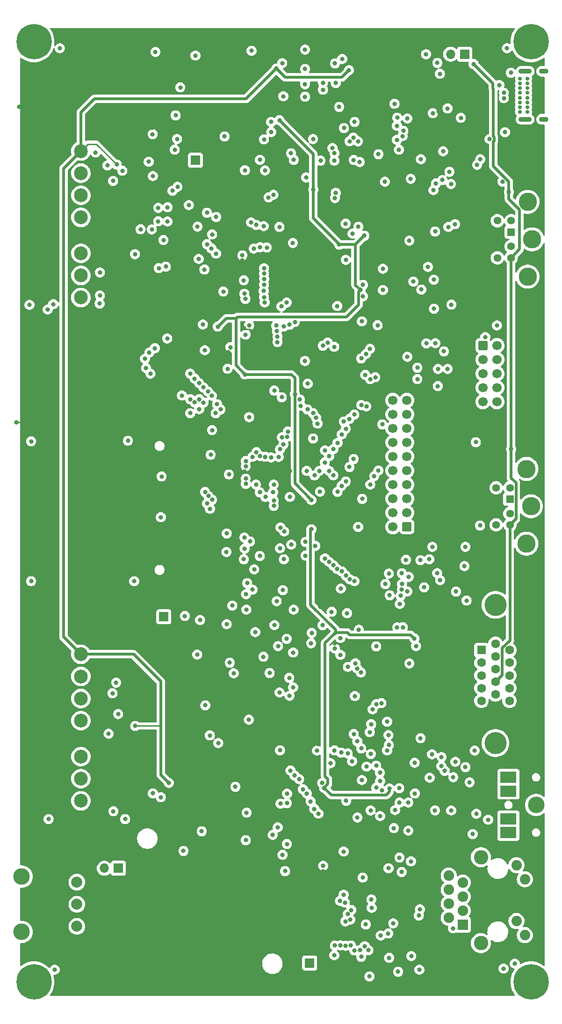
<source format=gbr>
%TF.GenerationSoftware,KiCad,Pcbnew,7.0.10-1.fc38*%
%TF.CreationDate,2024-01-13T22:19:30+01:00*%
%TF.ProjectId,x65-sbc-revA1,7836352d-7362-4632-9d72-657641312e6b,revA1*%
%TF.SameCoordinates,Original*%
%TF.FileFunction,Copper,L3,Inr*%
%TF.FilePolarity,Positive*%
%FSLAX46Y46*%
G04 Gerber Fmt 4.6, Leading zero omitted, Abs format (unit mm)*
G04 Created by KiCad (PCBNEW 7.0.10-1.fc38) date 2024-01-13 22:19:30*
%MOMM*%
%LPD*%
G01*
G04 APERTURE LIST*
G04 Aperture macros list*
%AMRoundRect*
0 Rectangle with rounded corners*
0 $1 Rounding radius*
0 $2 $3 $4 $5 $6 $7 $8 $9 X,Y pos of 4 corners*
0 Add a 4 corners polygon primitive as box body*
4,1,4,$2,$3,$4,$5,$6,$7,$8,$9,$2,$3,0*
0 Add four circle primitives for the rounded corners*
1,1,$1+$1,$2,$3*
1,1,$1+$1,$4,$5*
1,1,$1+$1,$6,$7*
1,1,$1+$1,$8,$9*
0 Add four rect primitives between the rounded corners*
20,1,$1+$1,$2,$3,$4,$5,0*
20,1,$1+$1,$4,$5,$6,$7,0*
20,1,$1+$1,$6,$7,$8,$9,0*
20,1,$1+$1,$8,$9,$2,$3,0*%
G04 Aperture macros list end*
%TA.AperFunction,ComponentPad*%
%ADD10C,2.000000*%
%TD*%
%TA.AperFunction,ComponentPad*%
%ADD11C,3.000000*%
%TD*%
%TA.AperFunction,ComponentPad*%
%ADD12R,3.000000X2.000000*%
%TD*%
%TA.AperFunction,ComponentPad*%
%ADD13C,0.700000*%
%TD*%
%TA.AperFunction,ComponentPad*%
%ADD14O,2.400000X0.900000*%
%TD*%
%TA.AperFunction,ComponentPad*%
%ADD15O,1.700000X0.900000*%
%TD*%
%TA.AperFunction,ComponentPad*%
%ADD16R,1.700000X1.700000*%
%TD*%
%TA.AperFunction,ComponentPad*%
%ADD17RoundRect,0.250000X0.600000X0.600000X-0.600000X0.600000X-0.600000X-0.600000X0.600000X-0.600000X0*%
%TD*%
%TA.AperFunction,ComponentPad*%
%ADD18C,1.700000*%
%TD*%
%TA.AperFunction,ComponentPad*%
%ADD19R,1.398000X1.398000*%
%TD*%
%TA.AperFunction,ComponentPad*%
%ADD20C,1.398000*%
%TD*%
%TA.AperFunction,ComponentPad*%
%ADD21C,3.306000*%
%TD*%
%TA.AperFunction,ComponentPad*%
%ADD22C,6.400000*%
%TD*%
%TA.AperFunction,ComponentPad*%
%ADD23O,1.700000X1.700000*%
%TD*%
%TA.AperFunction,ComponentPad*%
%ADD24C,2.500000*%
%TD*%
%TA.AperFunction,ComponentPad*%
%ADD25C,1.890000*%
%TD*%
%TA.AperFunction,ComponentPad*%
%ADD26R,1.900000X1.900000*%
%TD*%
%TA.AperFunction,ComponentPad*%
%ADD27C,1.900000*%
%TD*%
%TA.AperFunction,ComponentPad*%
%ADD28C,2.600000*%
%TD*%
%TA.AperFunction,ComponentPad*%
%ADD29RoundRect,0.250000X-0.600000X-0.600000X0.600000X-0.600000X0.600000X0.600000X-0.600000X0.600000X0*%
%TD*%
%TA.AperFunction,ComponentPad*%
%ADD30C,4.000000*%
%TD*%
%TA.AperFunction,ComponentPad*%
%ADD31R,1.600000X1.600000*%
%TD*%
%TA.AperFunction,ComponentPad*%
%ADD32C,1.600000*%
%TD*%
%TA.AperFunction,ViaPad*%
%ADD33C,0.800000*%
%TD*%
%TA.AperFunction,Conductor*%
%ADD34C,0.500000*%
%TD*%
%TA.AperFunction,Conductor*%
%ADD35C,0.250000*%
%TD*%
G04 APERTURE END LIST*
D10*
%TO.N,Net-(R1107-Pad2)*%
%TO.C,RV1101*%
X52781200Y-194957200D03*
X52781200Y-190957200D03*
%TO.N,/Sound Output/SPK1*%
X52781200Y-186957200D03*
D11*
%TO.N,N/C*%
X42781200Y-195957200D03*
X42781200Y-185957200D03*
%TD*%
D12*
%TO.N,/Sound Output/RJACK*%
%TO.C,J1104*%
X130932000Y-178000000D03*
%TO.N,RN_AUDIO*%
X130932000Y-175500000D03*
D11*
%TO.N,GND*%
X135932000Y-173000000D03*
D12*
%TO.N,/Sound Output/LJACK*%
X130932000Y-168000000D03*
%TO.N,LN_AUDIO*%
X130932000Y-170500000D03*
%TD*%
D13*
%TO.N,GND*%
%TO.C,J501*%
X132975000Y-47650000D03*
%TO.N,/USB-Terminal/VBUS*%
X132975000Y-46800000D03*
%TO.N,/USB-Terminal/CC1*%
X132975000Y-45950000D03*
%TO.N,/USB-Terminal/USBD_P*%
X132975000Y-45100000D03*
%TO.N,/USB-Terminal/USBD_N*%
X132975000Y-44250000D03*
%TO.N,unconnected-(J501-SBU1-PadA8)*%
X132975000Y-43400000D03*
%TO.N,/USB-Terminal/VBUS*%
X132975000Y-42550000D03*
%TO.N,GND*%
X132975000Y-41700000D03*
X134325000Y-41700000D03*
%TO.N,/USB-Terminal/VBUS*%
X134325000Y-42550000D03*
%TO.N,/USB-Terminal/CC2*%
X134325000Y-43400000D03*
%TO.N,/USB-Terminal/USBD_P*%
X134325000Y-44250000D03*
%TO.N,/USB-Terminal/USBD_N*%
X134325000Y-45100000D03*
%TO.N,unconnected-(J501-SBU2-PadB8)*%
X134325000Y-45950000D03*
%TO.N,/USB-Terminal/VBUS*%
X134325000Y-46800000D03*
%TO.N,GND*%
X134325000Y-47650000D03*
D14*
X133955000Y-49000000D03*
D15*
X137335000Y-49000000D03*
D14*
X133955000Y-40350000D03*
D15*
X137335000Y-40350000D03*
%TD*%
D16*
%TO.N,GND*%
%TO.C,J704*%
X94945200Y-201574400D03*
%TD*%
D17*
%TO.N,GND*%
%TO.C,J601*%
X112540000Y-122700000D03*
D18*
%TO.N,~{MWR}*%
X110000000Y-122700000D03*
%TO.N,~{UE_CS3}*%
X112540000Y-120160000D03*
%TO.N,~{UE_IRQ}*%
X110000000Y-120160000D03*
%TO.N,/PS2 Kbd+Mouse\u002C UEXT/UEPWR*%
X112540000Y-117620000D03*
%TO.N,A4*%
X110000000Y-117620000D03*
%TO.N,A3*%
X112540000Y-115080000D03*
%TO.N,A2*%
X110000000Y-115080000D03*
%TO.N,A1*%
X112540000Y-112540000D03*
%TO.N,A0*%
X110000000Y-112540000D03*
%TO.N,D0*%
X112540000Y-110000000D03*
%TO.N,D1*%
X110000000Y-110000000D03*
%TO.N,D2*%
X112540000Y-107460000D03*
%TO.N,D3*%
X110000000Y-107460000D03*
%TO.N,D4*%
X112540000Y-104920000D03*
%TO.N,D5*%
X110000000Y-104920000D03*
%TO.N,D6*%
X112540000Y-102380000D03*
%TO.N,D7*%
X110000000Y-102380000D03*
%TO.N,~{MRD}*%
X112540000Y-99840000D03*
%TO.N,GND*%
X110000000Y-99840000D03*
%TD*%
D16*
%TO.N,GND*%
%TO.C,J703*%
X68529200Y-138988800D03*
%TD*%
D19*
%TO.N,/PS2 Kbd+Mouse\u002C UEXT/PS2B_DATA5*%
%TO.C,J606*%
X131410800Y-69412400D03*
D20*
%TO.N,unconnected-(J606-Pad2)*%
X131410800Y-72012400D03*
%TO.N,GND*%
X131410800Y-67362400D03*
%TO.N,+5V*%
X131410800Y-74062400D03*
%TO.N,/PS2 Kbd+Mouse\u002C UEXT/PS2B_CLK5*%
X128920800Y-67362400D03*
%TO.N,unconnected-(J606-Pad6)*%
X128920800Y-74062400D03*
D21*
%TO.N,N/C*%
X135220800Y-70712400D03*
X134410800Y-77472400D03*
X134410800Y-63952400D03*
%TD*%
D22*
%TO.N,GND*%
%TO.C,H101*%
X45000000Y-35000000D03*
%TD*%
%TO.N,GND*%
%TO.C,H103*%
X135000000Y-205000000D03*
%TD*%
D16*
%TO.N,/Sound Output/SPK1*%
%TO.C,J1101*%
X60299600Y-184454800D03*
D23*
%TO.N,/Sound Output/SPK2*%
X57759600Y-184454800D03*
%TD*%
D24*
%TO.N,+5V*%
%TO.C,J403*%
X53500000Y-54750000D03*
%TO.N,Net-(J403-CLOCK)*%
X53500000Y-58750000D03*
%TO.N,Net-(J403-LATCH)*%
X53500000Y-62750000D03*
%TO.N,Net-(J403-DATA1)*%
X53500000Y-66750000D03*
%TO.N,unconnected-(J403-DATA2-Pad5)*%
X53500000Y-73250000D03*
%TO.N,unconnected-(J403-IOBIT-Pad6)*%
X53500000Y-77250000D03*
%TO.N,GND*%
X53500000Y-81250000D03*
%TD*%
D25*
%TO.N,/Ethernet/CTVDD*%
%TO.C,J1201*%
X132380000Y-183890000D03*
%TO.N,/Ethernet/LEDYK*%
X133900000Y-186430000D03*
%TO.N,/Ethernet/LEDGK*%
X132380000Y-194000000D03*
%TO.N,/Ethernet/CTVDD*%
X133900000Y-196540000D03*
D26*
%TO.N,/Ethernet/TDP*%
X122660000Y-194660000D03*
D27*
%TO.N,/Ethernet/TDN*%
X120120000Y-193390000D03*
%TO.N,/Ethernet/RDP*%
X122660000Y-192120000D03*
%TO.N,/Ethernet/CTVDD*%
X120120000Y-190850000D03*
X122660000Y-189580000D03*
%TO.N,/Ethernet/RDN*%
X120120000Y-188310000D03*
%TO.N,unconnected-(J1201-NC-PadR7)*%
X122660000Y-187040000D03*
%TO.N,GND*%
X120120000Y-185770000D03*
D28*
%TO.N,/Ethernet/LANSH*%
X125950000Y-197990000D03*
X125950000Y-182440000D03*
%TD*%
D16*
%TO.N,GND*%
%TO.C,J702*%
X74244200Y-56438800D03*
%TD*%
D24*
%TO.N,+5V*%
%TO.C,J404*%
X53500000Y-145750000D03*
%TO.N,Net-(J404-CLOCK)*%
X53500000Y-149750000D03*
%TO.N,Net-(J404-LATCH)*%
X53500000Y-153750000D03*
%TO.N,Net-(J404-DATA1)*%
X53500000Y-157750000D03*
%TO.N,unconnected-(J404-DATA2-Pad5)*%
X53500000Y-164250000D03*
%TO.N,unconnected-(J404-IOBIT-Pad6)*%
X53500000Y-168250000D03*
%TO.N,GND*%
X53500000Y-172250000D03*
%TD*%
D29*
%TO.N,/PS2 Kbd+Mouse\u002C UEXT/UE_3V3*%
%TO.C,J603*%
X126302500Y-89920000D03*
D18*
%TO.N,GND*%
X128842500Y-89920000D03*
%TO.N,UE_TXD*%
X126302500Y-92460000D03*
%TO.N,UE_RXD*%
X128842500Y-92460000D03*
%TO.N,UE_SCL*%
X126302500Y-95000000D03*
%TO.N,UE_SDA*%
X128842500Y-95000000D03*
%TO.N,UE_MISO*%
X126302500Y-97540000D03*
%TO.N,UE_MOSI*%
X128842500Y-97540000D03*
%TO.N,UE_SCK*%
X126302500Y-100080000D03*
%TO.N,~{UE_CS}*%
X128842500Y-100080000D03*
%TD*%
D16*
%TO.N,GND*%
%TO.C,J701*%
X122991800Y-37236400D03*
D23*
%TO.N,+5V*%
X120451800Y-37236400D03*
%TD*%
D30*
%TO.N,GND*%
%TO.C,J801*%
X128575000Y-161810000D03*
X128575000Y-136820000D03*
D31*
%TO.N,/VERA FPGA/RED*%
X126035000Y-145000000D03*
D32*
%TO.N,/VERA FPGA/GREEN*%
X126035000Y-147290000D03*
%TO.N,/VERA FPGA/BLUE*%
X126035000Y-149580000D03*
%TO.N,unconnected-(J801-Pad4)*%
X126035000Y-151870000D03*
%TO.N,GND*%
X126035000Y-154160000D03*
X128575000Y-143860000D03*
X128575000Y-146150000D03*
X128575000Y-148440000D03*
%TO.N,+5V*%
X128575000Y-150730000D03*
%TO.N,GND*%
X128575000Y-153020000D03*
%TO.N,unconnected-(J801-Pad11)*%
X131115000Y-145000000D03*
%TO.N,unconnected-(J801-Pad12)*%
X131115000Y-147290000D03*
%TO.N,/VERA FPGA/HSYNC*%
X131115000Y-149580000D03*
%TO.N,/VERA FPGA/VSYNC*%
X131115000Y-151870000D03*
%TO.N,unconnected-(J801-Pad15)*%
X131115000Y-154160000D03*
%TD*%
D19*
%TO.N,/PS2 Kbd+Mouse\u002C UEXT/PS2A_DATA5*%
%TO.C,J605*%
X131190000Y-117700000D03*
D20*
%TO.N,unconnected-(J605-Pad2)*%
X131190000Y-120300000D03*
%TO.N,GND*%
X131190000Y-115650000D03*
%TO.N,+5V*%
X131190000Y-122350000D03*
%TO.N,/PS2 Kbd+Mouse\u002C UEXT/PS2A_CLK5*%
X128700000Y-115650000D03*
%TO.N,unconnected-(J605-Pad6)*%
X128700000Y-122350000D03*
D21*
%TO.N,N/C*%
X135000000Y-119000000D03*
X134190000Y-125760000D03*
X134190000Y-112240000D03*
%TD*%
D22*
%TO.N,GND*%
%TO.C,H104*%
X45000000Y-205000000D03*
%TD*%
%TO.N,GND*%
%TO.C,H102*%
X135000000Y-35000000D03*
%TD*%
D33*
%TO.N,GND*%
X107391200Y-55321200D03*
%TO.N,DIPLED1*%
X83210400Y-58242200D03*
X86842600Y-58267600D03*
%TO.N,DIPLED0*%
X85928200Y-56337200D03*
%TO.N,DIPLED1*%
X79527400Y-52120800D03*
%TO.N,GND*%
X87960200Y-49479200D03*
%TO.N,+3V3*%
X83972400Y-40030400D03*
%TO.N,GND*%
X112792600Y-177646400D03*
X83007200Y-128574800D03*
X117246400Y-47904400D03*
X99923600Y-82786500D03*
X75946000Y-90779600D03*
X85242400Y-68122800D03*
X130302000Y-51358800D03*
X108559600Y-60299600D03*
X75590400Y-86106000D03*
X106163200Y-191616400D03*
X94277450Y-59544950D03*
X108204000Y-76045500D03*
X114799200Y-202792400D03*
X116670250Y-168070000D03*
X99060000Y-54203600D03*
X105096400Y-194613600D03*
X103835200Y-141325600D03*
X129855100Y-60280400D03*
X68884800Y-75641200D03*
X112979200Y-70967600D03*
X56159400Y-55016400D03*
X103073200Y-49479200D03*
X71500000Y-43250000D03*
X97343600Y-42428400D03*
X110744000Y-52730900D03*
X65786000Y-56692800D03*
X109211200Y-184453600D03*
X44492000Y-132536000D03*
X118059200Y-38811200D03*
X86563200Y-146202400D03*
X80060800Y-94132400D03*
X111099600Y-54508400D03*
X104394000Y-168503600D03*
X125018800Y-107391200D03*
X66497200Y-51714400D03*
X81483200Y-169722800D03*
X100584000Y-133858000D03*
X107238800Y-86258400D03*
X99390200Y-200177400D03*
X79298800Y-80162400D03*
X125780800Y-122478800D03*
X94093600Y-36428400D03*
X91897200Y-71374000D03*
X94589600Y-96824800D03*
X101549200Y-172262800D03*
X108966000Y-157937200D03*
X95199200Y-143764000D03*
X117635450Y-173988200D03*
X101083200Y-189228800D03*
X96266000Y-163169600D03*
X80924400Y-136956800D03*
X74625200Y-68427600D03*
X74250000Y-37500000D03*
X122961400Y-129819400D03*
X101473000Y-74422000D03*
X110185200Y-177190400D03*
X114706400Y-192989200D03*
X73050400Y-64516000D03*
X112623600Y-134366000D03*
X110744000Y-50190400D03*
X66548000Y-59283600D03*
X113977850Y-170914800D03*
X63161000Y-132536000D03*
X99381888Y-90158886D03*
X59334400Y-60147200D03*
X110794056Y-48717944D03*
X120937450Y-167993800D03*
X44492000Y-107263000D03*
X119100600Y-54787800D03*
X89560400Y-163118800D03*
X109194600Y-160375600D03*
X84404200Y-36626800D03*
X113334800Y-200329800D03*
X118516400Y-40792400D03*
X94403000Y-112597000D03*
X117094000Y-163830000D03*
X90846605Y-170942000D03*
X82753200Y-73609200D03*
X95554800Y-106730800D03*
X94093600Y-39928400D03*
X66548000Y-170891200D03*
X132080000Y-201676000D03*
X99669600Y-42468800D03*
X62018000Y-107136000D03*
X103674500Y-53002125D03*
X90474800Y-184962800D03*
X109321600Y-200634600D03*
X69138800Y-88646000D03*
X94072800Y-92708800D03*
X115075500Y-56235600D03*
X116586000Y-128574800D03*
X104537600Y-186130000D03*
X80467200Y-147269200D03*
X89458800Y-68478400D03*
X120556450Y-174013600D03*
X112877600Y-131759800D03*
X122301000Y-48750000D03*
X68114000Y-113613000D03*
X95300800Y-141884400D03*
X125831600Y-56235600D03*
X130039200Y-202589200D03*
X108204000Y-79883000D03*
X112979200Y-147421600D03*
X130657600Y-36169600D03*
X83007200Y-78130400D03*
X89484200Y-152654000D03*
X76047600Y-154990800D03*
X117694800Y-89508400D03*
X100420441Y-190332209D03*
X84886800Y-130403600D03*
X111607600Y-185115200D03*
X110409700Y-173928245D03*
X129286000Y-42824400D03*
X67987000Y-120979000D03*
X49682400Y-36169600D03*
X70662800Y-48310800D03*
X59232800Y-152806400D03*
X56946800Y-76708000D03*
X94093600Y-42678400D03*
X78384400Y-161798000D03*
X97383600Y-183997600D03*
X114198400Y-144272000D03*
X67005200Y-36830000D03*
X116000000Y-37250000D03*
X127254000Y-175666400D03*
X100838000Y-38100000D03*
X106112400Y-190092400D03*
X108966000Y-163144200D03*
X48768000Y-202793600D03*
X80306000Y-113232000D03*
X97343600Y-43678400D03*
X106984800Y-144322800D03*
X94093600Y-44928400D03*
X76860400Y-160430000D03*
X125116300Y-174584550D03*
X119241700Y-90982800D03*
X111150400Y-169976800D03*
X83921600Y-157581600D03*
X88544400Y-140462000D03*
%TO.N,~{M1CS}*%
X77004000Y-109676000D03*
X77258000Y-105231000D03*
X71800000Y-98949500D03*
X77224500Y-99000000D03*
%TO.N,~{CABORT}*%
X64304000Y-68909000D03*
X76343500Y-71604000D03*
X66348000Y-68937000D03*
%TO.N,CBE*%
X74839853Y-74262451D03*
X76334944Y-65905056D03*
%TO.N,~{CRES}*%
X69180000Y-67502500D03*
X69189600Y-64922400D03*
%TO.N,CRDY*%
X77143000Y-72366000D03*
X68455500Y-70842000D03*
X67513200Y-65024000D03*
X67500000Y-67462500D03*
%TO.N,A0*%
X103558076Y-148352384D03*
X93167200Y-99695000D03*
X102469929Y-192006346D03*
X88517500Y-98075500D03*
X89883525Y-99274348D03*
X103581200Y-175260000D03*
X107377100Y-112547400D03*
X76500000Y-98224500D03*
%TO.N,A1*%
X93310800Y-100808600D03*
X75700000Y-97500000D03*
X103206500Y-147395000D03*
X106629200Y-113538000D03*
X101827263Y-192705300D03*
X102614005Y-165098800D03*
X78172400Y-100532000D03*
X75726020Y-100219266D03*
%TO.N,A2*%
X74922740Y-99624500D03*
X105906700Y-115062000D03*
X101856500Y-148030000D03*
X78782000Y-101483100D03*
X101822705Y-163676400D03*
X74900000Y-96700000D03*
X94530000Y-101483100D03*
X74922740Y-101446400D03*
%TO.N,A3*%
X104206500Y-149046000D03*
X108077000Y-104179500D03*
X96356000Y-104037200D03*
X74111371Y-100208180D03*
X105226305Y-166064000D03*
X101126294Y-103673906D03*
X74100000Y-95900000D03*
%TO.N,A4*%
X73288000Y-95000000D03*
X104444800Y-117652800D03*
X104280557Y-100693748D03*
X73300000Y-99624500D03*
X99422844Y-163143000D03*
X95546000Y-102157600D03*
X99483000Y-144688500D03*
X73300000Y-102157600D03*
X77918400Y-102157600D03*
%TO.N,A5*%
X75988000Y-116407000D03*
X66100000Y-95000000D03*
%TO.N,A6*%
X76581150Y-117148437D03*
X65300000Y-94000000D03*
%TO.N,A7*%
X77263189Y-117822937D03*
X65100000Y-92300000D03*
%TO.N,A8*%
X76369000Y-118497437D03*
X65900000Y-91200000D03*
%TO.N,A9*%
X66900000Y-90400000D03*
X76877000Y-119455000D03*
%TO.N,A10*%
X88434000Y-118920003D03*
X80560000Y-90245000D03*
%TO.N,A11*%
X88434000Y-117970500D03*
X83325500Y-87959000D03*
%TO.N,~{CVP}*%
X77974893Y-73312107D03*
X67618000Y-75922000D03*
%TO.N,~{CML}*%
X77270000Y-69826000D03*
X63300000Y-73400000D03*
%TO.N,D0*%
X91459505Y-166775200D03*
X97663000Y-111074200D03*
X99508400Y-198423600D03*
X97705000Y-128421200D03*
X97705000Y-108889800D03*
X83354000Y-110819000D03*
%TO.N,D1*%
X83354000Y-111768503D03*
X98501200Y-112623600D03*
X98467000Y-129056200D03*
X96647000Y-112623600D03*
X98467000Y-109930000D03*
X100493344Y-198392544D03*
X92196105Y-167689600D03*
%TO.N,D2*%
X93034305Y-168324600D03*
X99212400Y-113395500D03*
X95808800Y-113395500D03*
X101439833Y-198468131D03*
X99215945Y-129678775D03*
X83354000Y-113994000D03*
X99229000Y-108660000D03*
%TO.N,D3*%
X99974400Y-116382800D03*
X96799400Y-116357400D03*
X102387474Y-198408709D03*
X99903739Y-130333369D03*
X83354000Y-114943503D03*
X93720105Y-170153400D03*
X99991000Y-107517000D03*
%TO.N,~{MWR}*%
X100499000Y-142823000D03*
X103713500Y-122732800D03*
X96104800Y-102970400D03*
X83975500Y-86258400D03*
X83975500Y-102868800D03*
X98698505Y-165454400D03*
X84584500Y-110057000D03*
X101388000Y-194054800D03*
%TO.N,A19*%
X92244000Y-85673000D03*
X87926000Y-110144500D03*
%TO.N,A12*%
X86876195Y-110048583D03*
X87164000Y-72211000D03*
X91355000Y-117296000D03*
X86910000Y-117296000D03*
%TO.N,A13*%
X88307000Y-116470000D03*
X85894000Y-116470000D03*
X85969073Y-72130927D03*
X85939038Y-109895971D03*
%TO.N,A14*%
X85296080Y-109197287D03*
X84800000Y-72400000D03*
X88434000Y-115071003D03*
X85219500Y-115071003D03*
%TO.N,D4*%
X94428005Y-170966200D03*
X100711000Y-115290600D03*
X100753000Y-105993000D03*
X100753000Y-130758000D03*
X103022400Y-199288400D03*
%TO.N,D5*%
X104030409Y-199230813D03*
X101473000Y-114503200D03*
X95117105Y-172363200D03*
X101475500Y-104977000D03*
X101471300Y-131516380D03*
%TO.N,D6*%
X102150000Y-132180400D03*
X95777505Y-173709400D03*
X102145800Y-111887000D03*
X104901771Y-198540143D03*
X102133400Y-103200200D03*
%TO.N,D7*%
X103013600Y-102411600D03*
X96514105Y-174573000D03*
X103039000Y-132536000D03*
X105569693Y-199255298D03*
X102895400Y-110439200D03*
%TO.N,~{MRD}*%
X89323000Y-110070000D03*
X102283371Y-193738787D03*
X105198000Y-100938400D03*
X91300000Y-86146500D03*
X105003600Y-95224600D03*
X100499000Y-145871000D03*
X104267000Y-92252800D03*
X100634800Y-163525200D03*
%TO.N,A15*%
X89577000Y-108660000D03*
X90216243Y-86483757D03*
%TO.N,A16*%
X88900000Y-86300000D03*
X90201984Y-107781015D03*
%TO.N,A17*%
X88989684Y-87307101D03*
X89895000Y-106520143D03*
%TO.N,A18*%
X89100000Y-88300497D03*
X90839720Y-106424960D03*
%TO.N,A20*%
X90974000Y-105485000D03*
X89100000Y-89300000D03*
%TO.N,~{FLASHCS}*%
X113233200Y-59791600D03*
X112623600Y-91948000D03*
%TO.N,FSCK*%
X117657200Y-69312200D03*
X102700000Y-69680000D03*
X121437400Y-134416800D03*
X118134000Y-97258591D03*
X102153000Y-52980000D03*
X120599000Y-82528591D03*
X118784500Y-165963600D03*
%TO.N,FMOSI*%
X114996600Y-128727200D03*
X117448500Y-83268591D03*
X120050000Y-68480000D03*
X118556400Y-132359800D03*
X102900000Y-56380000D03*
X112369600Y-128676400D03*
X103750000Y-68464500D03*
X109270800Y-162153600D03*
%TO.N,FMISO*%
X115671600Y-133654800D03*
X116051296Y-89541296D03*
X95550000Y-52580000D03*
X115011200Y-160934400D03*
X114424000Y-93929200D03*
X114424000Y-95993091D03*
X121250000Y-67980000D03*
X101450000Y-67884500D03*
X111621700Y-134061200D03*
%TO.N,/NORA FPGA/ATTBTN*%
X87985600Y-51308000D03*
X127508000Y-52578000D03*
X84315500Y-67665600D03*
X101142800Y-50596800D03*
%TO.N,/USB-Terminal/USBD_P*%
X111757847Y-52046797D03*
X130098800Y-45196303D03*
%TO.N,+1V2*%
X83210400Y-95148400D03*
X78282800Y-86512400D03*
X95605600Y-61722000D03*
X99610000Y-141807000D03*
X95250000Y-117856000D03*
X109372400Y-170027600D03*
X104140000Y-79883000D03*
X113893600Y-142900400D03*
X92252800Y-98704400D03*
X97555505Y-169899400D03*
X100279200Y-71678800D03*
X104851200Y-70053200D03*
X95250000Y-123139200D03*
X89458800Y-49174400D03*
%TO.N,/PS2 Kbd+Mouse\u002C UEXT/UE_3V3*%
X128841500Y-86296500D03*
X126746000Y-88392000D03*
%TO.N,Net-(U201-NC{slash}E)*%
X78000000Y-66680000D03*
X75873000Y-76176000D03*
%TO.N,CPUTYPE02*%
X125250000Y-57250000D03*
X120250000Y-58500000D03*
%TO.N,/USB-Terminal/FTDI1V8*%
X110300000Y-46200000D03*
X112623600Y-48869600D03*
X119900000Y-47050000D03*
%TO.N,/USB-Terminal/USBD_N*%
X130098800Y-44246800D03*
X111899901Y-51107981D03*
%TO.N,/USB-Terminal/CC2*%
X131368800Y-40589200D03*
%TO.N,NORADONE*%
X99661578Y-62307538D03*
X86664800Y-52654200D03*
X97332800Y-89966800D03*
%TO.N,~{NORARST}*%
X99517200Y-63246000D03*
X98196400Y-89394500D03*
%TO.N,ICD_SCK*%
X91553500Y-55168800D03*
X99425000Y-55155000D03*
%TO.N,ICD_MISO*%
X104000000Y-56750000D03*
X102835934Y-52320336D03*
%TO.N,I2C_SDA*%
X90779600Y-82143600D03*
X70916800Y-52578000D03*
X70993000Y-61239400D03*
X88366600Y-62661800D03*
%TO.N,I2C_SCL*%
X70104000Y-61925200D03*
X87491700Y-63144400D03*
X89814400Y-82854800D03*
X70496300Y-54508400D03*
%TO.N,~{VCS0}*%
X97207605Y-169010400D03*
X97273200Y-140511600D03*
X72339200Y-138836400D03*
X86664800Y-78892400D03*
%TO.N,~{VIRQ}*%
X75082400Y-139561700D03*
X86664800Y-81178400D03*
%TO.N,/USB-Terminal/ICD2NORAROM*%
X96900000Y-56500000D03*
X99400000Y-56500000D03*
%TO.N,+3V3*%
X85674200Y-154508200D03*
X116890800Y-166420800D03*
X96469200Y-162001200D03*
X94538800Y-195275200D03*
X65836800Y-120548400D03*
X111963200Y-159131000D03*
X97383600Y-185013600D03*
X124693800Y-42570400D03*
X113893600Y-201676000D03*
X118237000Y-47599600D03*
X77419200Y-133400800D03*
X96367600Y-109423200D03*
X66366557Y-50567757D03*
X93827600Y-48666400D03*
X80924400Y-66040000D03*
X120243600Y-129540000D03*
X114401600Y-71221600D03*
X97207605Y-171871500D03*
X89865200Y-71374000D03*
X100850000Y-96750000D03*
X93878400Y-49987200D03*
X73152000Y-77825600D03*
X103378000Y-51155600D03*
X42367200Y-46736000D03*
X101473000Y-75946000D03*
X107238800Y-89001600D03*
X86944200Y-165910900D03*
X77927200Y-112014000D03*
X74472800Y-172720000D03*
X83058000Y-86817200D03*
X109474000Y-145796000D03*
X116027200Y-95300800D03*
X99445839Y-143739727D03*
X115773200Y-43383200D03*
X128473200Y-83667600D03*
X91355000Y-112597000D03*
X61645800Y-54991000D03*
X122732800Y-100736400D03*
X92760800Y-89865200D03*
X118516400Y-73812400D03*
X59283600Y-99466400D03*
X101850000Y-91700000D03*
X115722400Y-137566400D03*
X133908800Y-80721200D03*
X77774800Y-144272000D03*
X62382400Y-68681600D03*
X120091200Y-112115600D03*
X82753200Y-74558703D03*
X69088000Y-100025200D03*
X105100000Y-45950000D03*
X112369600Y-81940400D03*
X100939600Y-36169600D03*
X63449200Y-77876400D03*
X76962000Y-52527200D03*
X75539600Y-111201200D03*
X41859200Y-103784400D03*
X81864200Y-145973800D03*
X104294300Y-42672000D03*
X72796400Y-153670000D03*
X91186000Y-89408000D03*
X118262400Y-56210200D03*
X103249953Y-137805818D03*
X123444000Y-164236400D03*
X91440000Y-140665200D03*
X82042000Y-150114000D03*
X97129600Y-59131200D03*
X63296800Y-65481200D03*
X45923200Y-95605600D03*
X83100000Y-112724000D03*
X105816400Y-176022000D03*
X75641200Y-126136400D03*
X107035600Y-173197000D03*
X120497600Y-175293400D03*
X80205889Y-91126000D03*
X128625600Y-59639200D03*
X117602000Y-175310800D03*
X75488800Y-48514000D03*
X121107200Y-124917200D03*
X99364800Y-201701400D03*
X101396800Y-81045500D03*
X115104000Y-186333200D03*
X88696800Y-124663200D03*
X122428000Y-50088800D03*
X112776000Y-56286400D03*
X89001600Y-131216400D03*
X108102400Y-183337200D03*
X93704500Y-68427600D03*
X96824800Y-137160000D03*
%TO.N,CPULED0*%
X83295013Y-81499864D03*
X56910500Y-82346800D03*
%TO.N,CPULED1*%
X83108800Y-80568800D03*
X56946800Y-80873600D03*
%TO.N,/Power Supply/RAW3V3*%
X100279200Y-46786800D03*
X99517200Y-38912800D03*
%TO.N,/Power Supply/RAW1V2*%
X89966800Y-38862000D03*
X90170000Y-44856400D03*
%TO.N,PS2M_DATA*%
X105130600Y-91440000D03*
X105873000Y-95986600D03*
%TO.N,PS2M_CLK*%
X106807000Y-95656400D03*
X105856400Y-90525600D03*
%TO.N,R_AUDIO*%
X123901200Y-168910000D03*
X119380000Y-166827200D03*
%TO.N,/Ethernet/~{WIZRST}*%
X104267000Y-200456800D03*
X107797600Y-196596000D03*
%TO.N,/Ethernet/1V2A*%
X110074800Y-194410400D03*
X109160400Y-196239200D03*
%TO.N,Net-(D802-K)*%
X98907600Y-138074400D03*
X101701600Y-138328400D03*
%TO.N,VERAFCS*%
X118013000Y-131084800D03*
X117144800Y-126339600D03*
X118973600Y-59994800D03*
X123139200Y-126339600D03*
%TO.N,AURAFCS*%
X117805200Y-60604400D03*
X124815600Y-163169600D03*
%TO.N,~{VRST}*%
X110774073Y-140898473D03*
X123342400Y-136042400D03*
X111252000Y-136652000D03*
X120523000Y-60731400D03*
%TO.N,~{ARST}*%
X113944400Y-165354000D03*
X117348000Y-61823600D03*
X106995758Y-169871500D03*
X121310400Y-165201600D03*
%TO.N,/SD-Card/CLK*%
X90322400Y-123545600D03*
X90271600Y-128574800D03*
%TO.N,/SD-Card/DAT0*%
X89662000Y-122834400D03*
X89560400Y-126593600D03*
%TO.N,/Sound Output/SPK2*%
X67970400Y-171602400D03*
X59385200Y-174142400D03*
%TO.N,/Ethernet/LEDYK*%
X113284000Y-183199400D03*
%TO.N,/Ethernet/LEDGK*%
X111201200Y-182524400D03*
%TO.N,/Ethernet/TDN*%
X120895200Y-195309500D03*
%TO.N,/Ethernet/RDN*%
X114909600Y-191857600D03*
%TO.N,VFPGA_CDONE*%
X83108800Y-124650300D03*
X91287600Y-153263600D03*
X83159600Y-126644400D03*
X81189200Y-149188800D03*
X83616800Y-132892800D03*
X111810800Y-140868400D03*
X103124000Y-153314400D03*
X91236800Y-150012400D03*
%TO.N,AFPGA_CDONE*%
X107696000Y-175006000D03*
X87680800Y-149148800D03*
X108051600Y-170383200D03*
X88239600Y-178409600D03*
%TO.N,/Sound Output/MONOMIX*%
X124460000Y-178257200D03*
X123139200Y-166166800D03*
X83515200Y-174396400D03*
X83362800Y-179374800D03*
%TO.N,VSYSCLK*%
X91948000Y-151739600D03*
X91948000Y-145440400D03*
%TO.N,ASYSCLK*%
X90807500Y-172669200D03*
X90807500Y-180071900D03*
%TO.N,~{VSPI_SSEL}*%
X83413600Y-134874000D03*
X92035500Y-137668000D03*
X109270800Y-131165600D03*
X95961200Y-126150500D03*
X83464400Y-137668000D03*
X111622200Y-131114800D03*
%TO.N,VAUDIO_BCK*%
X106324400Y-155702000D03*
X106984800Y-165912800D03*
%TO.N,VAUDIO_DATA*%
X107659288Y-167186930D03*
X106988011Y-154770280D03*
%TO.N,AUDIO_DATA*%
X112790100Y-172567600D03*
X111201200Y-172581700D03*
%TO.N,VAUDIO_LRCK*%
X107918353Y-154580493D03*
X107696000Y-168656000D03*
%TO.N,~{AFLASH_SSEL}*%
X105816400Y-159837600D03*
X103554805Y-161493200D03*
%TO.N,ASPI_SCK*%
X106019600Y-163779200D03*
X104275205Y-162763200D03*
%TO.N,~{ERST}*%
X105765600Y-204012800D03*
X86664800Y-76911200D03*
%TO.N,/Ethernet/XSCI*%
X89662000Y-172770800D03*
X90017600Y-182016400D03*
%TO.N,UE_SCL*%
X115163600Y-79806800D03*
X117411500Y-78016100D03*
%TO.N,/LEDs\u002C RTC\u002C SNES/NESCLOCK5*%
X47498000Y-83413600D03*
X59893200Y-150876000D03*
X61010800Y-58318400D03*
X58318400Y-57353200D03*
%TO.N,/LEDs\u002C RTC\u002C SNES/NESLATCH5*%
X60248800Y-156565600D03*
X48514000Y-82448400D03*
%TO.N,/LEDs\u002C RTC\u002C SNES/NES1DATA5*%
X44196000Y-82550000D03*
X58521600Y-160121600D03*
%TO.N,~{ECS2}*%
X86664800Y-75946000D03*
X72085200Y-181305200D03*
X101311416Y-190660415D03*
X101092000Y-181420900D03*
%TO.N,~{ACS1}*%
X86614000Y-80060800D03*
X75387200Y-177749200D03*
%TO.N,VSPI_MOSI*%
X79908400Y-123915300D03*
X79857600Y-127250300D03*
X79908400Y-140309600D03*
%TO.N,VSPI_SCK*%
X85902800Y-127965200D03*
X109423200Y-135077200D03*
X94183200Y-125425200D03*
X94183200Y-127914400D03*
X111404400Y-135178800D03*
X85090000Y-141732000D03*
%TO.N,VSPI_MISO*%
X91592400Y-125918600D03*
X111658400Y-133045200D03*
X90779600Y-142951200D03*
X108647100Y-133045200D03*
%TO.N,~{SD_SSEL}*%
X84124800Y-125349300D03*
X89154000Y-177038000D03*
X90068400Y-134162800D03*
X84582000Y-134061200D03*
%TO.N,~{VFLASH_SSEL}*%
X88950800Y-136144000D03*
X89204800Y-144272000D03*
%TO.N,ASPI_MISO*%
X102920800Y-160172400D03*
X106070400Y-158394400D03*
%TO.N,~{AIRQ}*%
X105968800Y-173990000D03*
X104597200Y-81026000D03*
X118821200Y-164338000D03*
%TO.N,UE_SDA*%
X113715800Y-78359000D03*
X116357400Y-75692000D03*
%TO.N,Net-(D1003-K)*%
X47650400Y-175564800D03*
X61518800Y-175564800D03*
%TO.N,~{EIRQ}*%
X110947200Y-203149200D03*
X86782571Y-82120571D03*
%TO.N,VEAURADONE*%
X74574400Y-145796000D03*
X86715600Y-77876400D03*
%TO.N,/NORA FPGA/FIO2*%
X119924000Y-94168591D03*
X118174000Y-94168591D03*
%TO.N,~{UE_CS3}*%
X104597200Y-78951500D03*
%TO.N,~{UE_IRQ}*%
X104394000Y-85545500D03*
%TO.N,+5V*%
X131419600Y-108661200D03*
X102057200Y-40132000D03*
X69443600Y-169011600D03*
X88900000Y-39827200D03*
X63347600Y-158699200D03*
X59999100Y-57200800D03*
X124612400Y-39014400D03*
X131013200Y-62179200D03*
%TO.N,DIPLED0*%
X92053500Y-56337200D03*
%TO.N,DIPLED1*%
X86614000Y-68326000D03*
%TD*%
D34*
%TO.N,+5V*%
X88900000Y-39827200D02*
X83413600Y-45313600D01*
X83413600Y-45313600D02*
X55930800Y-45313600D01*
X55930800Y-45313600D02*
X53500000Y-47744400D01*
X53500000Y-47744400D02*
X53500000Y-54750000D01*
%TO.N,+1V2*%
X103797200Y-82537200D02*
X103797200Y-80225800D01*
X83210400Y-95148400D02*
X81584800Y-93522800D01*
X78282800Y-86512400D02*
X79797200Y-84998000D01*
X99610000Y-141316800D02*
X95097600Y-136804400D01*
X98247200Y-168351200D02*
X97739200Y-167843200D01*
X108813600Y-171196000D02*
X98852105Y-171196000D01*
X103797200Y-80225800D02*
X103922200Y-80100800D01*
D35*
X100279200Y-71678800D02*
X100279200Y-71577200D01*
D34*
X103225600Y-71678800D02*
X100279200Y-71678800D01*
X102158800Y-142240000D02*
X101725800Y-141807000D01*
X97555505Y-169899400D02*
X98247200Y-169207705D01*
X95097600Y-123342400D02*
X95250000Y-123190000D01*
X98852105Y-171196000D02*
X97555505Y-169899400D01*
X101725800Y-141807000D02*
X99610000Y-141807000D01*
X79797200Y-84998000D02*
X81584800Y-84998000D01*
X92252800Y-95808800D02*
X92252800Y-98704400D01*
X101600000Y-84734400D02*
X103797200Y-82537200D01*
X81848400Y-84734400D02*
X101600000Y-84734400D01*
X113893600Y-142900400D02*
X113233200Y-142240000D01*
X81584800Y-93522800D02*
X81584800Y-84998000D01*
X98247200Y-169207705D02*
X98247200Y-168351200D01*
X89458800Y-49174400D02*
X95605600Y-55321200D01*
X81584800Y-84998000D02*
X81848400Y-84734400D01*
X100279200Y-71577200D02*
X95605600Y-66903600D01*
X103225600Y-71678800D02*
X103225600Y-78968600D01*
X104851200Y-70053200D02*
X103225600Y-71678800D01*
X95605600Y-66903600D02*
X95605600Y-61722000D01*
X103225600Y-78968600D02*
X104140000Y-79883000D01*
X113233200Y-142240000D02*
X102158800Y-142240000D01*
X92252800Y-114858800D02*
X95250000Y-117856000D01*
X109372400Y-170637200D02*
X108813600Y-171196000D01*
X95605600Y-55321200D02*
X95605600Y-61722000D01*
X109372400Y-170027600D02*
X109372400Y-170637200D01*
D35*
X95250000Y-123190000D02*
X95250000Y-123139200D01*
D34*
X97739200Y-167843200D02*
X97739200Y-143677800D01*
X99610000Y-141807000D02*
X99610000Y-141316800D01*
X92252800Y-98704400D02*
X92252800Y-114858800D01*
D35*
X103922200Y-80100800D02*
X104140000Y-79883000D01*
D34*
X91592400Y-95148400D02*
X92252800Y-95808800D01*
X97739200Y-143677800D02*
X99610000Y-141807000D01*
X83210400Y-95148400D02*
X91592400Y-95148400D01*
X95097600Y-136804400D02*
X95097600Y-123342400D01*
D35*
%TO.N,+3V3*%
X44704000Y-46736000D02*
X45212000Y-47244000D01*
X42367200Y-46736000D02*
X44704000Y-46736000D01*
X83058000Y-86817200D02*
X83174200Y-86933400D01*
X84037800Y-86933400D02*
X85039200Y-87934800D01*
X83174200Y-86933400D02*
X84037800Y-86933400D01*
X41859200Y-103784400D02*
X46278800Y-103784400D01*
D34*
%TO.N,+5V*%
X88900000Y-39827200D02*
X90525600Y-41452800D01*
X132289000Y-121251000D02*
X131190000Y-122350000D01*
X131013200Y-63458181D02*
X132943600Y-65388581D01*
X67970400Y-167538400D02*
X69443600Y-169011600D01*
X128117600Y-43422571D02*
X128168400Y-43473371D01*
X53500000Y-54750000D02*
X50342800Y-57907200D01*
X63047600Y-145750000D02*
X67970400Y-150672800D01*
X124612400Y-39014400D02*
X128117600Y-42519600D01*
X129775000Y-144642943D02*
X129775000Y-149530000D01*
X132289000Y-114753179D02*
X132289000Y-121251000D01*
X67970400Y-150672800D02*
X67970400Y-158699200D01*
X128168400Y-52107029D02*
X128308000Y-52246629D01*
X129775000Y-149530000D02*
X128575000Y-150730000D01*
X131013200Y-62179200D02*
X131013200Y-63458181D01*
X132943600Y-72529600D02*
X131410800Y-74062400D01*
X128168400Y-53048971D02*
X128168400Y-57462329D01*
X131410800Y-74062400D02*
X131410800Y-113874979D01*
X132943600Y-65388581D02*
X132943600Y-72529600D01*
X128168400Y-43473371D02*
X128168400Y-52107029D01*
X131190000Y-122350000D02*
X131190000Y-143227943D01*
X131013200Y-60307129D02*
X131013200Y-62179200D01*
D35*
X54749999Y-53500001D02*
X56298301Y-53500001D01*
D34*
X128117600Y-42519600D02*
X128117600Y-43422571D01*
X67970400Y-158699200D02*
X67970400Y-167538400D01*
D35*
X56298301Y-53500001D02*
X59999100Y-57200800D01*
D34*
X90525600Y-41452800D02*
X100736400Y-41452800D01*
X128308000Y-52246629D02*
X128308000Y-52909371D01*
X131410800Y-113874979D02*
X132289000Y-114753179D01*
X50342800Y-57907200D02*
X50342800Y-142592800D01*
D35*
X63347600Y-158699200D02*
X67970400Y-158699200D01*
X53500000Y-54750000D02*
X54749999Y-53500001D01*
D34*
X128168400Y-57462329D02*
X131013200Y-60307129D01*
X53500000Y-145750000D02*
X63047600Y-145750000D01*
X100736400Y-41452800D02*
X102057200Y-40132000D01*
X131190000Y-143227943D02*
X129775000Y-144642943D01*
X50342800Y-142592800D02*
X53500000Y-145750000D01*
X128308000Y-52909371D02*
X128168400Y-53048971D01*
%TD*%
%TA.AperFunction,Conductor*%
%TO.N,+3V3*%
G36*
X83230783Y-85512585D02*
G01*
X83276538Y-85565389D01*
X83286482Y-85634547D01*
X83257457Y-85698103D01*
X83255895Y-85699871D01*
X83236458Y-85721457D01*
X83140973Y-85886843D01*
X83140970Y-85886850D01*
X83081959Y-86068468D01*
X83081958Y-86068472D01*
X83061996Y-86258400D01*
X83081958Y-86448328D01*
X83081959Y-86448331D01*
X83140970Y-86629949D01*
X83140973Y-86629956D01*
X83230410Y-86784866D01*
X83236460Y-86795344D01*
X83273917Y-86836944D01*
X83284550Y-86848753D01*
X83314779Y-86911745D01*
X83306153Y-86981080D01*
X83261412Y-87034746D01*
X83218180Y-87053015D01*
X83043214Y-87090205D01*
X83043212Y-87090206D01*
X82880565Y-87162621D01*
X82868746Y-87167883D01*
X82714245Y-87280135D01*
X82586459Y-87422057D01*
X82574686Y-87442448D01*
X82524118Y-87490662D01*
X82455511Y-87503884D01*
X82390647Y-87477915D01*
X82350119Y-87421001D01*
X82343300Y-87380446D01*
X82343300Y-85616900D01*
X82362985Y-85549861D01*
X82415789Y-85504106D01*
X82467300Y-85492900D01*
X83163744Y-85492900D01*
X83230783Y-85512585D01*
G37*
%TD.AperFunction*%
%TA.AperFunction,Conductor*%
G36*
X132059581Y-32519685D02*
G01*
X132105336Y-32572489D01*
X132115280Y-32641647D01*
X132088909Y-32702033D01*
X132019246Y-32788059D01*
X131995637Y-32817214D01*
X131783940Y-33143201D01*
X131607469Y-33489543D01*
X131468169Y-33852430D01*
X131367561Y-34227904D01*
X131367561Y-34227906D01*
X131306754Y-34611822D01*
X131286411Y-34999999D01*
X131286411Y-35000000D01*
X131300281Y-35264662D01*
X131284132Y-35332640D01*
X131233795Y-35381096D01*
X131165252Y-35394645D01*
X131120575Y-35380482D01*
X131120289Y-35381126D01*
X131114560Y-35378575D01*
X131114458Y-35378543D01*
X131114358Y-35378485D01*
X131114353Y-35378482D01*
X131114352Y-35378482D01*
X130939888Y-35300806D01*
X130939886Y-35300805D01*
X130753087Y-35261100D01*
X130562113Y-35261100D01*
X130375314Y-35300805D01*
X130200846Y-35378483D01*
X130046345Y-35490735D01*
X129918559Y-35632657D01*
X129823073Y-35798043D01*
X129823070Y-35798050D01*
X129774370Y-35947934D01*
X129764058Y-35979672D01*
X129744096Y-36169600D01*
X129764058Y-36359528D01*
X129764059Y-36359531D01*
X129823070Y-36541149D01*
X129823073Y-36541156D01*
X129918560Y-36706544D01*
X130046347Y-36848466D01*
X130200848Y-36960718D01*
X130375312Y-37038394D01*
X130562113Y-37078100D01*
X130753087Y-37078100D01*
X130939888Y-37038394D01*
X131114352Y-36960718D01*
X131268853Y-36848466D01*
X131396640Y-36706544D01*
X131447517Y-36618421D01*
X131498082Y-36570208D01*
X131566689Y-36556984D01*
X131631554Y-36582952D01*
X131665388Y-36624128D01*
X131783940Y-36856799D01*
X131995637Y-37182785D01*
X131995641Y-37182790D01*
X131995643Y-37182793D01*
X132240266Y-37484876D01*
X132515124Y-37759734D01*
X132817207Y-38004357D01*
X132817211Y-38004359D01*
X132817214Y-38004362D01*
X133143200Y-38216059D01*
X133143205Y-38216062D01*
X133489547Y-38392532D01*
X133852438Y-38531833D01*
X134227901Y-38632438D01*
X134611824Y-38693246D01*
X134978530Y-38712463D01*
X134999999Y-38713589D01*
X135000000Y-38713589D01*
X135000001Y-38713589D01*
X135020344Y-38712522D01*
X135388176Y-38693246D01*
X135772099Y-38632438D01*
X136147562Y-38531833D01*
X136510453Y-38392532D01*
X136856795Y-38216062D01*
X137182793Y-38004357D01*
X137297966Y-37911090D01*
X137362451Y-37884200D01*
X137431240Y-37896442D01*
X137482491Y-37943931D01*
X137500000Y-38007458D01*
X137500000Y-39267500D01*
X137480315Y-39334539D01*
X137427511Y-39380294D01*
X137376000Y-39391500D01*
X136886391Y-39391500D01*
X136741058Y-39406278D01*
X136555069Y-39464633D01*
X136555054Y-39464640D01*
X136384618Y-39559239D01*
X136384613Y-39559242D01*
X136236706Y-39686216D01*
X136231249Y-39693266D01*
X136179250Y-39760444D01*
X136117378Y-39840376D01*
X136031529Y-40015390D01*
X135982667Y-40204107D01*
X135972794Y-40398797D01*
X135972794Y-40398798D01*
X136002311Y-40591481D01*
X136002314Y-40591493D01*
X136036801Y-40684609D01*
X136070017Y-40774295D01*
X136173133Y-40939729D01*
X136173134Y-40939730D01*
X136173136Y-40939733D01*
X136286029Y-41058496D01*
X136307440Y-41081020D01*
X136467439Y-41192383D01*
X136646581Y-41269259D01*
X136837530Y-41308500D01*
X137376000Y-41308500D01*
X137443039Y-41328185D01*
X137488794Y-41380989D01*
X137500000Y-41432500D01*
X137500000Y-47917500D01*
X137480315Y-47984539D01*
X137427511Y-48030294D01*
X137376000Y-48041500D01*
X136886391Y-48041500D01*
X136741058Y-48056278D01*
X136555069Y-48114633D01*
X136555054Y-48114640D01*
X136384618Y-48209239D01*
X136384613Y-48209242D01*
X136236706Y-48336216D01*
X136236703Y-48336220D01*
X136165410Y-48428324D01*
X136117378Y-48490376D01*
X136031529Y-48665390D01*
X135982667Y-48854107D01*
X135972794Y-49048797D01*
X135972794Y-49048798D01*
X136002311Y-49241481D01*
X136002314Y-49241493D01*
X136063442Y-49406542D01*
X136070017Y-49424295D01*
X136173133Y-49589729D01*
X136173134Y-49589730D01*
X136173136Y-49589733D01*
X136304574Y-49728005D01*
X136307440Y-49731020D01*
X136467439Y-49842383D01*
X136646581Y-49919259D01*
X136837530Y-49958500D01*
X137376000Y-49958500D01*
X137443039Y-49978185D01*
X137488794Y-50030989D01*
X137500000Y-50082500D01*
X137500000Y-69951710D01*
X137480315Y-70018749D01*
X137427511Y-70064504D01*
X137358353Y-70074448D01*
X137294797Y-70045423D01*
X137259160Y-69993235D01*
X137215336Y-69869928D01*
X137207985Y-69849244D01*
X137071943Y-69586695D01*
X136901418Y-69345116D01*
X136901414Y-69345112D01*
X136901413Y-69345110D01*
X136739221Y-69171446D01*
X136699586Y-69129007D01*
X136699584Y-69129006D01*
X136699582Y-69129003D01*
X136491169Y-68959447D01*
X136470207Y-68942393D01*
X136470205Y-68942392D01*
X136470203Y-68942390D01*
X136217552Y-68788749D01*
X136217547Y-68788747D01*
X135946338Y-68670945D01*
X135661603Y-68591165D01*
X135661599Y-68591164D01*
X135661598Y-68591164D01*
X135474461Y-68565443D01*
X135368652Y-68550900D01*
X135368651Y-68550900D01*
X135072949Y-68550900D01*
X135072948Y-68550900D01*
X134780002Y-68591164D01*
X134779996Y-68591165D01*
X134495261Y-68670945D01*
X134224052Y-68788747D01*
X134224047Y-68788749D01*
X133971397Y-68942390D01*
X133971394Y-68942392D01*
X133971393Y-68942393D01*
X133950431Y-68959447D01*
X133904354Y-68996933D01*
X133839928Y-69023971D01*
X133771112Y-69011885D01*
X133719754Y-68964513D01*
X133702100Y-68900744D01*
X133702100Y-66162091D01*
X133721785Y-66095052D01*
X133774589Y-66049297D01*
X133843747Y-66039353D01*
X133859556Y-66042690D01*
X133969986Y-66073632D01*
X133969991Y-66073632D01*
X133970002Y-66073636D01*
X134227549Y-66109034D01*
X134262948Y-66113900D01*
X134262949Y-66113900D01*
X134558652Y-66113900D01*
X134590234Y-66109559D01*
X134851598Y-66073636D01*
X135136334Y-65993856D01*
X135407554Y-65876049D01*
X135660207Y-65722407D01*
X135889586Y-65535793D01*
X136091418Y-65319684D01*
X136261943Y-65078105D01*
X136397985Y-64815556D01*
X136497009Y-64536928D01*
X136502917Y-64508500D01*
X136550986Y-64277178D01*
X136557172Y-64247412D01*
X136577351Y-63952400D01*
X136557172Y-63657388D01*
X136532173Y-63537086D01*
X136497011Y-63367880D01*
X136497007Y-63367866D01*
X136453696Y-63246000D01*
X136397985Y-63089244D01*
X136261943Y-62826695D01*
X136091418Y-62585116D01*
X136091414Y-62585112D01*
X136091413Y-62585110D01*
X135889582Y-62369003D01*
X135660203Y-62182390D01*
X135407552Y-62028749D01*
X135407547Y-62028747D01*
X135136338Y-61910945D01*
X134851603Y-61831165D01*
X134851599Y-61831164D01*
X134851598Y-61831164D01*
X134573974Y-61793006D01*
X134558652Y-61790900D01*
X134558651Y-61790900D01*
X134262949Y-61790900D01*
X134262948Y-61790900D01*
X133970002Y-61831164D01*
X133969996Y-61831165D01*
X133685261Y-61910945D01*
X133414052Y-62028747D01*
X133414047Y-62028749D01*
X133161396Y-62182390D01*
X132932017Y-62369003D01*
X132730186Y-62585110D01*
X132559657Y-62826694D01*
X132423614Y-63089245D01*
X132324595Y-63367858D01*
X132324593Y-63367866D01*
X132324591Y-63367872D01*
X132319185Y-63393887D01*
X132314701Y-63415464D01*
X132281788Y-63477095D01*
X132220778Y-63511149D01*
X132151043Y-63506813D01*
X132105614Y-63477914D01*
X131808019Y-63180319D01*
X131774534Y-63118996D01*
X131771700Y-63092638D01*
X131771700Y-62715663D01*
X131788313Y-62653663D01*
X131810798Y-62614718D01*
X131847727Y-62550756D01*
X131906742Y-62369128D01*
X131926704Y-62179200D01*
X131906742Y-61989272D01*
X131847727Y-61807644D01*
X131788311Y-61704733D01*
X131771700Y-61642735D01*
X131771700Y-60371423D01*
X131773009Y-60353453D01*
X131775555Y-60336068D01*
X131776541Y-60329340D01*
X131776471Y-60328544D01*
X131772172Y-60279404D01*
X131771700Y-60268595D01*
X131771700Y-60262953D01*
X131771699Y-60262944D01*
X131770658Y-60254042D01*
X131768181Y-60232844D01*
X131768062Y-60231829D01*
X131767695Y-60228237D01*
X131761087Y-60152705D01*
X131759627Y-60145632D01*
X131759673Y-60145622D01*
X131757990Y-60138031D01*
X131757944Y-60138043D01*
X131756279Y-60131022D01*
X131756279Y-60131016D01*
X131730320Y-60059695D01*
X131729181Y-60056419D01*
X131705314Y-59984391D01*
X131705311Y-59984386D01*
X131702261Y-59977844D01*
X131702305Y-59977823D01*
X131698917Y-59970824D01*
X131698874Y-59970846D01*
X131695637Y-59964400D01*
X131681913Y-59943534D01*
X131653917Y-59900969D01*
X131652034Y-59898012D01*
X131612230Y-59833478D01*
X131607753Y-59827816D01*
X131607790Y-59827785D01*
X131602881Y-59821758D01*
X131602845Y-59821789D01*
X131598202Y-59816256D01*
X131586131Y-59804868D01*
X131543025Y-59764199D01*
X131540438Y-59761686D01*
X128963219Y-57184467D01*
X128929734Y-57123144D01*
X128926900Y-57096786D01*
X128926900Y-53395222D01*
X128944230Y-53336200D01*
X128942785Y-53335475D01*
X128945347Y-53330372D01*
X128946451Y-53328639D01*
X128946585Y-53328183D01*
X128947297Y-53327086D01*
X128950000Y-53322976D01*
X128950041Y-53323003D01*
X128954212Y-53316457D01*
X128954171Y-53316432D01*
X128957960Y-53310284D01*
X128957967Y-53310277D01*
X128990024Y-53241530D01*
X128991552Y-53238370D01*
X129025609Y-53170559D01*
X129025609Y-53170556D01*
X129028079Y-53163771D01*
X129028126Y-53163788D01*
X129030678Y-53156446D01*
X129030631Y-53156431D01*
X129032901Y-53149581D01*
X129032902Y-53149577D01*
X129048248Y-53075250D01*
X129048996Y-53071873D01*
X129066500Y-52998027D01*
X129066500Y-52998023D01*
X129066501Y-52998019D01*
X129067339Y-52990854D01*
X129067386Y-52990859D01*
X129068176Y-52983128D01*
X129068129Y-52983124D01*
X129068758Y-52975933D01*
X129067402Y-52929343D01*
X129066552Y-52900112D01*
X129066500Y-52896506D01*
X129066500Y-52310922D01*
X129067809Y-52292951D01*
X129069319Y-52282643D01*
X129071341Y-52268840D01*
X129071206Y-52267300D01*
X129066972Y-52218902D01*
X129066500Y-52208094D01*
X129066500Y-52202453D01*
X129066500Y-52202449D01*
X129062854Y-52171265D01*
X129062494Y-52167733D01*
X129062259Y-52165051D01*
X129058079Y-52117256D01*
X129055888Y-52092206D01*
X129054427Y-52085133D01*
X129054475Y-52085122D01*
X129052794Y-52077538D01*
X129052746Y-52077550D01*
X129051079Y-52070522D01*
X129051079Y-52070516D01*
X129025147Y-51999269D01*
X129023964Y-51995864D01*
X129005380Y-51939782D01*
X129000114Y-51923890D01*
X129000110Y-51923884D01*
X128997060Y-51917341D01*
X128997104Y-51917320D01*
X128993720Y-51910330D01*
X128993676Y-51910353D01*
X128990437Y-51903904D01*
X128990435Y-51903897D01*
X128983742Y-51893722D01*
X128948746Y-51840511D01*
X128946840Y-51837519D01*
X128945347Y-51835099D01*
X128926900Y-51770026D01*
X128926900Y-51358800D01*
X129388496Y-51358800D01*
X129408458Y-51548728D01*
X129408459Y-51548731D01*
X129467470Y-51730349D01*
X129467473Y-51730356D01*
X129562960Y-51895744D01*
X129690747Y-52037666D01*
X129845248Y-52149918D01*
X130019712Y-52227594D01*
X130206513Y-52267300D01*
X130397487Y-52267300D01*
X130584288Y-52227594D01*
X130758752Y-52149918D01*
X130913253Y-52037666D01*
X131041040Y-51895744D01*
X131136527Y-51730356D01*
X131195542Y-51548728D01*
X131215504Y-51358800D01*
X131195542Y-51168872D01*
X131136527Y-50987244D01*
X131041040Y-50821856D01*
X130913253Y-50679934D01*
X130758752Y-50567682D01*
X130584288Y-50490006D01*
X130584286Y-50490005D01*
X130397487Y-50450300D01*
X130206513Y-50450300D01*
X130019714Y-50490005D01*
X129845246Y-50567683D01*
X129690745Y-50679935D01*
X129562959Y-50821857D01*
X129467473Y-50987243D01*
X129467470Y-50987250D01*
X129416334Y-51144632D01*
X129408458Y-51168872D01*
X129388496Y-51358800D01*
X128926900Y-51358800D01*
X128926900Y-43829994D01*
X128946585Y-43762955D01*
X128999389Y-43717200D01*
X129068547Y-43707256D01*
X129076677Y-43708703D01*
X129168063Y-43728128D01*
X129229545Y-43761321D01*
X129263321Y-43822484D01*
X129260213Y-43887736D01*
X129207507Y-44049949D01*
X129205258Y-44056872D01*
X129185296Y-44246800D01*
X129205258Y-44436728D01*
X129205259Y-44436731D01*
X129264270Y-44618349D01*
X129264273Y-44618356D01*
X129288057Y-44659551D01*
X129304530Y-44727452D01*
X129288058Y-44783550D01*
X129264272Y-44824748D01*
X129264270Y-44824753D01*
X129205259Y-45006371D01*
X129205258Y-45006375D01*
X129185296Y-45196303D01*
X129205258Y-45386231D01*
X129205259Y-45386234D01*
X129264270Y-45567852D01*
X129264273Y-45567859D01*
X129359760Y-45733247D01*
X129487547Y-45875169D01*
X129642048Y-45987421D01*
X129816512Y-46065097D01*
X130003313Y-46104803D01*
X130194287Y-46104803D01*
X130381088Y-46065097D01*
X130555552Y-45987421D01*
X130710053Y-45875169D01*
X130837840Y-45733247D01*
X130933327Y-45567859D01*
X130992342Y-45386231D01*
X131012304Y-45196303D01*
X130992342Y-45006375D01*
X130933329Y-44824753D01*
X130933327Y-44824746D01*
X130909543Y-44783552D01*
X130893069Y-44715652D01*
X130909542Y-44659551D01*
X130933327Y-44618356D01*
X130992342Y-44436728D01*
X131012304Y-44246800D01*
X130992342Y-44056872D01*
X130933327Y-43875244D01*
X130837840Y-43709856D01*
X130710053Y-43567934D01*
X130555552Y-43455682D01*
X130381088Y-43378006D01*
X130381086Y-43378005D01*
X130381087Y-43378005D01*
X130216735Y-43343071D01*
X130155254Y-43309878D01*
X130121478Y-43248715D01*
X130124585Y-43183464D01*
X130179542Y-43014328D01*
X130199504Y-42824400D01*
X130179542Y-42634472D01*
X130120527Y-42452844D01*
X130025040Y-42287456D01*
X129897253Y-42145534D01*
X129742752Y-42033282D01*
X129568288Y-41955606D01*
X129568286Y-41955605D01*
X129381487Y-41915900D01*
X129190513Y-41915900D01*
X129003714Y-41955605D01*
X128823311Y-42035925D01*
X128822244Y-42033529D01*
X128765648Y-42047224D01*
X128699635Y-42024332D01*
X128686528Y-42013562D01*
X128647425Y-41976670D01*
X128644838Y-41974157D01*
X127259881Y-40589200D01*
X130455296Y-40589200D01*
X130475258Y-40779128D01*
X130475259Y-40779131D01*
X130534270Y-40960749D01*
X130534273Y-40960756D01*
X130629760Y-41126144D01*
X130757547Y-41268066D01*
X130912048Y-41380318D01*
X131086512Y-41457994D01*
X131273313Y-41497700D01*
X131464287Y-41497700D01*
X131651088Y-41457994D01*
X131825552Y-41380318D01*
X131975798Y-41271157D01*
X132041602Y-41247678D01*
X132109656Y-41263503D01*
X132158351Y-41313609D01*
X132172227Y-41382087D01*
X132166613Y-41409793D01*
X132146640Y-41471266D01*
X132130635Y-41520525D01*
X132124014Y-41583518D01*
X132111771Y-41700000D01*
X132130635Y-41879476D01*
X132186401Y-42051109D01*
X132186402Y-42051110D01*
X132193268Y-42063003D01*
X132209738Y-42130904D01*
X132193268Y-42186997D01*
X132186402Y-42198889D01*
X132186401Y-42198890D01*
X132130635Y-42370523D01*
X132111771Y-42550000D01*
X132130635Y-42729476D01*
X132186401Y-42901109D01*
X132186402Y-42901110D01*
X132193268Y-42913003D01*
X132209738Y-42980904D01*
X132193268Y-43036997D01*
X132186402Y-43048889D01*
X132186401Y-43048890D01*
X132130635Y-43220523D01*
X132111771Y-43400000D01*
X132130635Y-43579476D01*
X132186401Y-43751109D01*
X132186402Y-43751110D01*
X132193268Y-43763003D01*
X132209738Y-43830904D01*
X132193268Y-43886997D01*
X132186402Y-43898889D01*
X132186401Y-43898890D01*
X132130635Y-44070523D01*
X132111771Y-44250000D01*
X132130635Y-44429476D01*
X132186401Y-44601109D01*
X132186402Y-44601110D01*
X132193268Y-44613003D01*
X132209738Y-44680904D01*
X132193268Y-44736997D01*
X132186402Y-44748889D01*
X132186401Y-44748890D01*
X132130635Y-44920523D01*
X132111771Y-45100000D01*
X132130635Y-45279476D01*
X132186401Y-45451109D01*
X132186402Y-45451110D01*
X132193268Y-45463003D01*
X132209738Y-45530904D01*
X132193268Y-45586997D01*
X132186402Y-45598889D01*
X132186401Y-45598890D01*
X132130635Y-45770523D01*
X132111771Y-45950000D01*
X132130635Y-46129476D01*
X132186401Y-46301109D01*
X132186402Y-46301110D01*
X132193268Y-46313003D01*
X132209738Y-46380904D01*
X132193268Y-46436997D01*
X132186402Y-46448889D01*
X132186401Y-46448890D01*
X132130635Y-46620523D01*
X132111771Y-46800000D01*
X132130635Y-46979476D01*
X132186401Y-47151109D01*
X132186402Y-47151110D01*
X132193268Y-47163003D01*
X132209738Y-47230904D01*
X132193268Y-47286997D01*
X132186402Y-47298889D01*
X132186401Y-47298890D01*
X132130635Y-47470523D01*
X132111771Y-47650000D01*
X132130635Y-47829476D01*
X132181017Y-47984539D01*
X132186401Y-48001107D01*
X132276633Y-48157393D01*
X132323315Y-48209239D01*
X132401735Y-48296334D01*
X132400641Y-48297318D01*
X132433304Y-48350326D01*
X132431979Y-48420183D01*
X132411742Y-48458899D01*
X132387382Y-48490369D01*
X132301529Y-48665390D01*
X132252667Y-48854107D01*
X132242794Y-49048797D01*
X132242794Y-49048798D01*
X132272311Y-49241481D01*
X132272314Y-49241493D01*
X132333442Y-49406542D01*
X132340017Y-49424295D01*
X132443133Y-49589729D01*
X132443134Y-49589730D01*
X132443136Y-49589733D01*
X132574574Y-49728005D01*
X132577440Y-49731020D01*
X132737439Y-49842383D01*
X132916581Y-49919259D01*
X133107530Y-49958500D01*
X134753609Y-49958500D01*
X134898941Y-49943721D01*
X135084930Y-49885366D01*
X135084931Y-49885365D01*
X135084939Y-49885363D01*
X135255384Y-49790759D01*
X135403297Y-49663780D01*
X135522620Y-49509627D01*
X135608471Y-49334609D01*
X135657333Y-49145892D01*
X135667206Y-48951202D01*
X135637687Y-48758511D01*
X135569983Y-48575705D01*
X135466867Y-48410271D01*
X135466864Y-48410268D01*
X135466863Y-48410266D01*
X135332562Y-48268982D01*
X135332561Y-48268981D01*
X135328134Y-48265900D01*
X135172561Y-48157617D01*
X135172560Y-48157616D01*
X135172558Y-48157615D01*
X135168697Y-48155472D01*
X135119635Y-48105725D01*
X135105256Y-48037351D01*
X135112796Y-48007678D01*
X135111591Y-48007287D01*
X135127318Y-47958883D01*
X135169365Y-47829475D01*
X135188229Y-47650000D01*
X135169365Y-47470525D01*
X135113599Y-47298893D01*
X135106733Y-47287001D01*
X135090259Y-47219104D01*
X135106733Y-47162998D01*
X135113599Y-47151107D01*
X135169365Y-46979475D01*
X135188229Y-46800000D01*
X135169365Y-46620525D01*
X135113599Y-46448893D01*
X135106733Y-46437001D01*
X135090259Y-46369104D01*
X135106733Y-46312998D01*
X135113599Y-46301107D01*
X135169365Y-46129475D01*
X135188229Y-45950000D01*
X135169365Y-45770525D01*
X135113599Y-45598893D01*
X135106733Y-45587001D01*
X135090259Y-45519104D01*
X135106733Y-45462998D01*
X135113599Y-45451107D01*
X135169365Y-45279475D01*
X135188229Y-45100000D01*
X135169365Y-44920525D01*
X135113599Y-44748893D01*
X135106733Y-44737001D01*
X135090259Y-44669104D01*
X135106733Y-44612998D01*
X135113599Y-44601107D01*
X135169365Y-44429475D01*
X135188229Y-44250000D01*
X135169365Y-44070525D01*
X135113599Y-43898893D01*
X135106733Y-43887001D01*
X135090259Y-43819104D01*
X135106733Y-43762998D01*
X135113599Y-43751107D01*
X135169365Y-43579475D01*
X135188229Y-43400000D01*
X135169365Y-43220525D01*
X135113599Y-43048893D01*
X135106733Y-43037001D01*
X135090259Y-42969104D01*
X135106733Y-42912998D01*
X135113599Y-42901107D01*
X135169365Y-42729475D01*
X135188229Y-42550000D01*
X135169365Y-42370525D01*
X135113599Y-42198893D01*
X135106733Y-42187001D01*
X135090259Y-42119104D01*
X135106733Y-42062998D01*
X135113599Y-42051107D01*
X135169365Y-41879475D01*
X135188229Y-41700000D01*
X135169365Y-41520525D01*
X135113599Y-41348893D01*
X135113597Y-41348890D01*
X135113583Y-41348858D01*
X135113579Y-41348833D01*
X135111591Y-41342713D01*
X135112709Y-41342349D01*
X135104291Y-41279609D01*
X135133913Y-41216330D01*
X135166673Y-41189996D01*
X135255384Y-41140759D01*
X135403297Y-41013780D01*
X135522620Y-40859627D01*
X135608471Y-40684609D01*
X135657333Y-40495892D01*
X135667206Y-40301202D01*
X135637687Y-40108511D01*
X135569983Y-39925705D01*
X135466867Y-39760271D01*
X135466864Y-39760268D01*
X135466863Y-39760266D01*
X135332562Y-39618982D01*
X135332561Y-39618981D01*
X135298187Y-39595056D01*
X135172561Y-39507617D01*
X135172562Y-39507617D01*
X135172560Y-39507616D01*
X134993419Y-39430741D01*
X134802470Y-39391500D01*
X133156392Y-39391500D01*
X133156391Y-39391500D01*
X133011058Y-39406278D01*
X132825069Y-39464633D01*
X132825054Y-39464640D01*
X132654618Y-39559239D01*
X132654613Y-39559242D01*
X132506706Y-39686216D01*
X132387377Y-39840377D01*
X132387377Y-39840378D01*
X132302280Y-40013858D01*
X132255083Y-40065377D01*
X132187525Y-40083201D01*
X132121056Y-40061670D01*
X132098805Y-40042222D01*
X131980053Y-39910334D01*
X131825552Y-39798082D01*
X131651088Y-39720406D01*
X131651086Y-39720405D01*
X131464287Y-39680700D01*
X131273313Y-39680700D01*
X131086514Y-39720405D01*
X131023043Y-39748664D01*
X130973579Y-39770687D01*
X130912046Y-39798083D01*
X130757545Y-39910335D01*
X130629759Y-40052257D01*
X130534273Y-40217643D01*
X130534270Y-40217650D01*
X130492188Y-40347167D01*
X130475258Y-40399272D01*
X130455296Y-40589200D01*
X127259881Y-40589200D01*
X125532185Y-38861504D01*
X125501935Y-38812141D01*
X125501629Y-38811200D01*
X125463304Y-38693246D01*
X125446929Y-38642849D01*
X125446926Y-38642843D01*
X125351440Y-38477456D01*
X125223653Y-38335534D01*
X125069152Y-38223282D01*
X124894688Y-38145606D01*
X124894686Y-38145605D01*
X124707887Y-38105900D01*
X124516913Y-38105900D01*
X124516911Y-38105900D01*
X124500076Y-38109478D01*
X124430409Y-38104159D01*
X124374677Y-38062020D01*
X124350575Y-37996439D01*
X124350300Y-37988187D01*
X124350300Y-36337762D01*
X124350299Y-36337745D01*
X124346472Y-36302159D01*
X124343789Y-36277199D01*
X124335602Y-36255250D01*
X124321322Y-36216964D01*
X124292689Y-36140196D01*
X124205061Y-36023139D01*
X124088004Y-35935511D01*
X123951003Y-35884411D01*
X123890454Y-35877900D01*
X123890438Y-35877900D01*
X122093162Y-35877900D01*
X122093145Y-35877900D01*
X122032597Y-35884411D01*
X122032595Y-35884411D01*
X121895595Y-35935511D01*
X121778539Y-36023139D01*
X121690911Y-36140195D01*
X121645661Y-36261511D01*
X121603789Y-36317444D01*
X121538324Y-36341860D01*
X121470052Y-36327007D01*
X121438254Y-36302162D01*
X121375040Y-36233494D01*
X121197376Y-36095211D01*
X121197375Y-36095210D01*
X121197372Y-36095208D01*
X120999380Y-35988061D01*
X120999377Y-35988059D01*
X120999374Y-35988058D01*
X120999371Y-35988057D01*
X120999369Y-35988056D01*
X120786437Y-35914956D01*
X120564369Y-35877900D01*
X120339231Y-35877900D01*
X120117162Y-35914956D01*
X119904230Y-35988056D01*
X119904219Y-35988061D01*
X119706227Y-36095208D01*
X119706222Y-36095212D01*
X119528561Y-36233492D01*
X119528556Y-36233497D01*
X119376084Y-36399123D01*
X119376076Y-36399134D01*
X119252940Y-36587607D01*
X119162503Y-36793785D01*
X119107236Y-37012028D01*
X119107234Y-37012040D01*
X119088644Y-37236394D01*
X119088644Y-37236405D01*
X119107234Y-37460759D01*
X119107236Y-37460771D01*
X119162503Y-37679014D01*
X119252940Y-37885192D01*
X119376076Y-38073665D01*
X119376084Y-38073676D01*
X119528556Y-38239302D01*
X119528561Y-38239307D01*
X119587781Y-38285400D01*
X119706224Y-38377589D01*
X119706225Y-38377589D01*
X119706227Y-38377591D01*
X119820890Y-38439643D01*
X119904226Y-38484742D01*
X120117165Y-38557844D01*
X120339231Y-38594900D01*
X120564369Y-38594900D01*
X120786435Y-38557844D01*
X120999374Y-38484742D01*
X121197376Y-38377589D01*
X121375040Y-38239306D01*
X121438252Y-38170639D01*
X121498137Y-38134650D01*
X121567975Y-38136749D01*
X121625591Y-38176273D01*
X121645661Y-38211288D01*
X121675437Y-38291118D01*
X121690911Y-38332604D01*
X121778539Y-38449661D01*
X121895596Y-38537289D01*
X122032599Y-38588389D01*
X122059850Y-38591318D01*
X122093145Y-38594899D01*
X122093162Y-38594900D01*
X123622779Y-38594900D01*
X123689818Y-38614585D01*
X123735573Y-38667389D01*
X123745517Y-38736547D01*
X123740710Y-38757218D01*
X123718859Y-38824468D01*
X123718858Y-38824472D01*
X123698896Y-39014400D01*
X123718858Y-39204328D01*
X123718859Y-39204331D01*
X123777870Y-39385949D01*
X123777873Y-39385956D01*
X123873360Y-39551344D01*
X123939625Y-39624939D01*
X123989832Y-39680700D01*
X124001147Y-39693266D01*
X124155648Y-39805518D01*
X124330112Y-39883194D01*
X124330114Y-39883194D01*
X124330115Y-39883195D01*
X124393747Y-39896720D01*
X124455229Y-39929912D01*
X124455648Y-39930329D01*
X127322781Y-42797462D01*
X127356266Y-42858785D01*
X127359100Y-42885143D01*
X127359100Y-43358277D01*
X127357791Y-43376247D01*
X127354258Y-43400362D01*
X127358628Y-43450295D01*
X127359100Y-43461104D01*
X127359100Y-43466754D01*
X127362739Y-43497893D01*
X127363105Y-43501476D01*
X127369712Y-43576997D01*
X127371172Y-43584065D01*
X127371126Y-43584074D01*
X127372809Y-43591665D01*
X127372854Y-43591655D01*
X127374519Y-43598681D01*
X127400462Y-43669959D01*
X127401641Y-43673351D01*
X127403602Y-43679269D01*
X127409900Y-43718281D01*
X127409900Y-51569642D01*
X127390215Y-51636681D01*
X127337411Y-51682436D01*
X127311682Y-51690932D01*
X127225713Y-51709205D01*
X127135771Y-51749250D01*
X127054564Y-51785406D01*
X127051244Y-51786884D01*
X126896745Y-51899135D01*
X126768959Y-52041057D01*
X126673473Y-52206443D01*
X126673470Y-52206450D01*
X126623792Y-52359344D01*
X126614458Y-52388072D01*
X126594496Y-52578000D01*
X126614458Y-52767928D01*
X126614459Y-52767931D01*
X126673470Y-52949549D01*
X126673473Y-52949556D01*
X126768960Y-53114944D01*
X126896747Y-53256866D01*
X127051248Y-53369118D01*
X127225712Y-53446794D01*
X127311681Y-53465067D01*
X127373163Y-53498259D01*
X127406939Y-53559422D01*
X127409900Y-53586357D01*
X127409900Y-57398035D01*
X127408591Y-57416005D01*
X127405058Y-57440120D01*
X127409428Y-57490053D01*
X127409900Y-57500862D01*
X127409900Y-57506512D01*
X127413539Y-57537651D01*
X127413905Y-57541234D01*
X127420512Y-57616755D01*
X127421972Y-57623823D01*
X127421926Y-57623832D01*
X127423609Y-57631423D01*
X127423654Y-57631413D01*
X127425319Y-57638439D01*
X127451254Y-57709696D01*
X127452437Y-57713099D01*
X127472123Y-57772505D01*
X127476286Y-57785067D01*
X127476289Y-57785072D01*
X127479340Y-57791615D01*
X127479296Y-57791635D01*
X127482684Y-57798633D01*
X127482727Y-57798612D01*
X127485968Y-57805066D01*
X127527645Y-57868432D01*
X127529567Y-57871449D01*
X127569370Y-57935980D01*
X127569371Y-57935981D01*
X127569373Y-57935984D01*
X127573851Y-57941647D01*
X127573813Y-57941676D01*
X127578720Y-57947701D01*
X127578757Y-57947671D01*
X127583402Y-57953206D01*
X127638572Y-58005256D01*
X127641160Y-58007770D01*
X129156412Y-59523022D01*
X129189897Y-59584345D01*
X129184913Y-59654037D01*
X129160882Y-59693674D01*
X129116063Y-59743450D01*
X129116058Y-59743457D01*
X129020573Y-59908843D01*
X129020570Y-59908850D01*
X128964345Y-60081894D01*
X128961558Y-60090472D01*
X128941596Y-60280400D01*
X128961558Y-60470328D01*
X128961559Y-60470331D01*
X129020570Y-60651949D01*
X129020573Y-60651956D01*
X129116060Y-60817344D01*
X129243847Y-60959266D01*
X129398348Y-61071518D01*
X129572812Y-61149194D01*
X129759613Y-61188900D01*
X129950586Y-61188900D01*
X129950587Y-61188900D01*
X130104920Y-61156095D01*
X130174586Y-61161411D01*
X130230319Y-61203547D01*
X130254425Y-61269127D01*
X130254700Y-61277385D01*
X130254700Y-61642735D01*
X130238088Y-61704733D01*
X130210049Y-61753300D01*
X130178672Y-61807646D01*
X130178670Y-61807650D01*
X130121086Y-61984876D01*
X130119658Y-61989272D01*
X130099696Y-62179200D01*
X130119658Y-62369128D01*
X130119659Y-62369131D01*
X130178670Y-62550749D01*
X130178673Y-62550756D01*
X130215600Y-62614716D01*
X130238087Y-62653663D01*
X130254700Y-62715663D01*
X130254700Y-63393887D01*
X130253391Y-63411857D01*
X130249858Y-63435972D01*
X130254228Y-63485905D01*
X130254700Y-63496714D01*
X130254700Y-63502364D01*
X130258339Y-63533503D01*
X130258705Y-63537086D01*
X130265312Y-63612607D01*
X130266772Y-63619675D01*
X130266726Y-63619684D01*
X130268409Y-63627275D01*
X130268454Y-63627265D01*
X130270119Y-63634291D01*
X130296054Y-63705548D01*
X130297237Y-63708951D01*
X130302517Y-63724883D01*
X130321086Y-63780919D01*
X130321089Y-63780924D01*
X130324140Y-63787467D01*
X130324096Y-63787487D01*
X130327484Y-63794485D01*
X130327527Y-63794464D01*
X130330768Y-63800918D01*
X130372445Y-63864284D01*
X130374367Y-63867301D01*
X130414170Y-63931832D01*
X130414171Y-63931833D01*
X130414173Y-63931836D01*
X130418651Y-63937499D01*
X130418613Y-63937528D01*
X130423520Y-63943553D01*
X130423557Y-63943523D01*
X130428202Y-63949058D01*
X130483372Y-64001108D01*
X130485960Y-64003622D01*
X132148781Y-65666443D01*
X132182266Y-65727766D01*
X132185100Y-65754124D01*
X132185100Y-66196492D01*
X132165415Y-66263531D01*
X132112611Y-66309286D01*
X132043453Y-66319230D01*
X132008696Y-66308874D01*
X131825373Y-66223389D01*
X131825359Y-66223384D01*
X131621286Y-66168704D01*
X131621276Y-66168702D01*
X131410801Y-66150288D01*
X131410799Y-66150288D01*
X131200323Y-66168702D01*
X131200313Y-66168704D01*
X130996240Y-66223384D01*
X130996233Y-66223386D01*
X130996233Y-66223387D01*
X130981580Y-66230220D01*
X130804743Y-66312680D01*
X130804739Y-66312682D01*
X130631667Y-66433868D01*
X130482268Y-66583267D01*
X130361082Y-66756339D01*
X130361080Y-66756343D01*
X130308115Y-66869928D01*
X130282175Y-66925557D01*
X130278182Y-66934119D01*
X130232010Y-66986558D01*
X130164816Y-67005710D01*
X130097935Y-66985494D01*
X130053418Y-66934119D01*
X130052115Y-66931324D01*
X129970520Y-66756344D01*
X129970518Y-66756341D01*
X129970517Y-66756339D01*
X129849331Y-66583267D01*
X129699932Y-66433868D01*
X129526860Y-66312682D01*
X129526856Y-66312680D01*
X129449493Y-66276605D01*
X129335367Y-66223387D01*
X129335363Y-66223386D01*
X129335359Y-66223384D01*
X129131286Y-66168704D01*
X129131276Y-66168702D01*
X128920801Y-66150288D01*
X128920799Y-66150288D01*
X128710323Y-66168702D01*
X128710313Y-66168704D01*
X128506240Y-66223384D01*
X128506233Y-66223386D01*
X128506233Y-66223387D01*
X128491580Y-66230220D01*
X128314743Y-66312680D01*
X128314739Y-66312682D01*
X128141667Y-66433868D01*
X127992268Y-66583267D01*
X127871082Y-66756339D01*
X127871080Y-66756343D01*
X127781788Y-66947831D01*
X127781784Y-66947840D01*
X127727104Y-67151913D01*
X127727102Y-67151923D01*
X127708688Y-67362399D01*
X127708688Y-67362400D01*
X127727102Y-67572876D01*
X127727104Y-67572886D01*
X127781784Y-67776959D01*
X127781786Y-67776963D01*
X127781787Y-67776967D01*
X127856035Y-67936191D01*
X127871080Y-67968456D01*
X127871082Y-67968460D01*
X127992268Y-68141532D01*
X128141667Y-68290931D01*
X128314739Y-68412117D01*
X128314741Y-68412118D01*
X128314744Y-68412120D01*
X128506233Y-68501413D01*
X128506239Y-68501414D01*
X128506240Y-68501415D01*
X128532682Y-68508500D01*
X128710319Y-68556097D01*
X128878703Y-68570829D01*
X128920799Y-68574512D01*
X128920800Y-68574512D01*
X128920801Y-68574512D01*
X128955880Y-68571442D01*
X129131281Y-68556097D01*
X129335367Y-68501413D01*
X129526856Y-68412120D01*
X129699931Y-68290932D01*
X129849332Y-68141531D01*
X129970520Y-67968456D01*
X130053419Y-67790678D01*
X130099590Y-67738241D01*
X130166784Y-67719089D01*
X130233665Y-67739305D01*
X130278180Y-67790678D01*
X130346035Y-67936191D01*
X130361080Y-67968456D01*
X130361082Y-67968460D01*
X130463211Y-68114315D01*
X130485538Y-68180521D01*
X130468528Y-68248288D01*
X130435948Y-68284704D01*
X130348539Y-68350138D01*
X130260911Y-68467195D01*
X130209811Y-68604195D01*
X130209811Y-68604197D01*
X130203300Y-68664745D01*
X130203300Y-70160054D01*
X130209811Y-70220602D01*
X130209811Y-70220604D01*
X130260911Y-70357604D01*
X130348539Y-70474661D01*
X130465596Y-70562289D01*
X130602599Y-70613389D01*
X130629850Y-70616318D01*
X130663145Y-70619899D01*
X130663162Y-70619900D01*
X131000385Y-70619900D01*
X131067424Y-70639585D01*
X131113179Y-70692389D01*
X131123123Y-70761547D01*
X131094098Y-70825103D01*
X131035320Y-70862877D01*
X131032478Y-70863675D01*
X130996240Y-70873384D01*
X130996231Y-70873388D01*
X130804743Y-70962680D01*
X130804739Y-70962682D01*
X130631667Y-71083868D01*
X130482268Y-71233267D01*
X130361082Y-71406339D01*
X130361080Y-71406343D01*
X130271788Y-71597831D01*
X130271784Y-71597840D01*
X130217104Y-71801913D01*
X130217102Y-71801923D01*
X130198688Y-72012399D01*
X130198688Y-72012400D01*
X130217102Y-72222876D01*
X130217104Y-72222886D01*
X130271784Y-72426959D01*
X130271786Y-72426963D01*
X130271787Y-72426967D01*
X130331923Y-72555928D01*
X130361080Y-72618456D01*
X130361082Y-72618460D01*
X130482268Y-72791532D01*
X130631668Y-72940932D01*
X130633435Y-72942415D01*
X130633999Y-72943263D01*
X130635497Y-72944761D01*
X130635195Y-72945062D01*
X130672134Y-73000589D01*
X130673238Y-73070450D01*
X130636398Y-73129818D01*
X130633435Y-73132385D01*
X130631668Y-73133867D01*
X130482268Y-73283267D01*
X130361082Y-73456339D01*
X130361080Y-73456343D01*
X130278182Y-73634119D01*
X130232010Y-73686558D01*
X130164816Y-73705710D01*
X130097935Y-73685494D01*
X130053418Y-73634119D01*
X130029854Y-73583586D01*
X129970520Y-73456344D01*
X129970518Y-73456341D01*
X129970517Y-73456339D01*
X129849331Y-73283267D01*
X129699932Y-73133868D01*
X129526860Y-73012682D01*
X129526856Y-73012680D01*
X129335367Y-72923387D01*
X129335363Y-72923386D01*
X129335359Y-72923384D01*
X129131286Y-72868704D01*
X129131276Y-72868702D01*
X128920801Y-72850288D01*
X128920799Y-72850288D01*
X128710323Y-72868702D01*
X128710313Y-72868704D01*
X128506240Y-72923384D01*
X128506233Y-72923386D01*
X128506233Y-72923387D01*
X128490968Y-72930505D01*
X128314743Y-73012680D01*
X128314739Y-73012682D01*
X128141667Y-73133868D01*
X127992268Y-73283267D01*
X127871082Y-73456339D01*
X127871080Y-73456343D01*
X127781788Y-73647831D01*
X127781784Y-73647840D01*
X127727104Y-73851913D01*
X127727102Y-73851923D01*
X127708688Y-74062399D01*
X127708688Y-74062400D01*
X127727102Y-74272876D01*
X127727104Y-74272886D01*
X127781784Y-74476959D01*
X127781786Y-74476963D01*
X127781787Y-74476967D01*
X127844722Y-74611931D01*
X127871080Y-74668456D01*
X127871082Y-74668460D01*
X127992268Y-74841532D01*
X128141667Y-74990931D01*
X128314739Y-75112117D01*
X128314741Y-75112118D01*
X128314744Y-75112120D01*
X128506233Y-75201413D01*
X128710319Y-75256097D01*
X128865228Y-75269650D01*
X128920799Y-75274512D01*
X128920800Y-75274512D01*
X128920801Y-75274512D01*
X128955880Y-75271442D01*
X129131281Y-75256097D01*
X129335367Y-75201413D01*
X129526856Y-75112120D01*
X129699931Y-74990932D01*
X129849332Y-74841531D01*
X129970520Y-74668456D01*
X130053419Y-74490678D01*
X130099590Y-74438241D01*
X130166784Y-74419089D01*
X130233665Y-74439305D01*
X130278180Y-74490678D01*
X130334722Y-74611931D01*
X130361080Y-74668456D01*
X130361082Y-74668460D01*
X130482266Y-74841529D01*
X130482267Y-74841530D01*
X130482268Y-74841531D01*
X130615982Y-74975245D01*
X130649466Y-75036566D01*
X130652300Y-75062925D01*
X130652300Y-108139977D01*
X130635688Y-108201975D01*
X130585077Y-108289638D01*
X130585072Y-108289646D01*
X130585070Y-108289650D01*
X130528776Y-108462906D01*
X130526058Y-108471272D01*
X130506096Y-108661200D01*
X130526058Y-108851128D01*
X130526059Y-108851131D01*
X130585070Y-109032749D01*
X130585073Y-109032756D01*
X130626698Y-109104853D01*
X130635687Y-109120421D01*
X130652300Y-109182421D01*
X130652300Y-113810685D01*
X130650991Y-113828655D01*
X130647458Y-113852770D01*
X130651828Y-113902703D01*
X130652300Y-113913512D01*
X130652300Y-113919162D01*
X130655939Y-113950301D01*
X130656305Y-113953884D01*
X130662912Y-114029405D01*
X130664372Y-114036473D01*
X130664326Y-114036482D01*
X130666009Y-114044073D01*
X130666054Y-114044063D01*
X130667719Y-114051089D01*
X130693654Y-114122346D01*
X130694837Y-114125749D01*
X130715007Y-114186616D01*
X130718686Y-114197717D01*
X130718689Y-114197722D01*
X130721740Y-114204265D01*
X130721696Y-114204285D01*
X130725084Y-114211283D01*
X130725127Y-114211262D01*
X130728368Y-114217716D01*
X130770045Y-114281082D01*
X130771983Y-114284125D01*
X130808278Y-114342968D01*
X130826719Y-114410360D01*
X130805797Y-114477024D01*
X130755145Y-114520447D01*
X130583944Y-114600280D01*
X130583939Y-114600282D01*
X130410867Y-114721468D01*
X130261468Y-114870867D01*
X130140282Y-115043939D01*
X130140280Y-115043943D01*
X130057382Y-115221719D01*
X130011210Y-115274158D01*
X129944016Y-115293310D01*
X129877135Y-115273094D01*
X129832618Y-115221719D01*
X129814127Y-115182066D01*
X129749720Y-115043944D01*
X129749718Y-115043941D01*
X129749717Y-115043939D01*
X129628531Y-114870867D01*
X129479132Y-114721468D01*
X129306060Y-114600282D01*
X129306056Y-114600280D01*
X129287596Y-114591672D01*
X129114567Y-114510987D01*
X129114563Y-114510986D01*
X129114559Y-114510984D01*
X128910486Y-114456304D01*
X128910476Y-114456302D01*
X128700001Y-114437888D01*
X128699999Y-114437888D01*
X128489523Y-114456302D01*
X128489513Y-114456304D01*
X128285440Y-114510984D01*
X128285431Y-114510988D01*
X128093943Y-114600280D01*
X128093939Y-114600282D01*
X127920867Y-114721468D01*
X127771468Y-114870867D01*
X127650282Y-115043939D01*
X127650280Y-115043943D01*
X127560988Y-115235431D01*
X127560984Y-115235440D01*
X127506304Y-115439513D01*
X127506302Y-115439523D01*
X127487888Y-115649999D01*
X127487888Y-115650000D01*
X127506302Y-115860476D01*
X127506304Y-115860486D01*
X127560984Y-116064559D01*
X127560986Y-116064563D01*
X127560987Y-116064567D01*
X127635047Y-116223389D01*
X127650280Y-116256056D01*
X127650282Y-116256060D01*
X127771468Y-116429132D01*
X127920867Y-116578531D01*
X128093939Y-116699717D01*
X128093941Y-116699718D01*
X128093944Y-116699720D01*
X128285433Y-116789013D01*
X128489519Y-116843697D01*
X128657903Y-116858429D01*
X128699999Y-116862112D01*
X128700000Y-116862112D01*
X128700001Y-116862112D01*
X128735080Y-116859042D01*
X128910481Y-116843697D01*
X129114567Y-116789013D01*
X129306056Y-116699720D01*
X129479131Y-116578532D01*
X129628532Y-116429131D01*
X129749720Y-116256056D01*
X129832619Y-116078278D01*
X129878790Y-116025841D01*
X129945984Y-116006689D01*
X130012865Y-116026905D01*
X130057380Y-116078278D01*
X130125047Y-116223389D01*
X130140280Y-116256056D01*
X130140282Y-116256060D01*
X130242411Y-116401915D01*
X130264738Y-116468121D01*
X130247728Y-116535888D01*
X130215148Y-116572304D01*
X130127739Y-116637738D01*
X130040111Y-116754795D01*
X129989011Y-116891795D01*
X129989011Y-116891797D01*
X129982500Y-116952345D01*
X129982500Y-118447654D01*
X129989011Y-118508202D01*
X129989011Y-118508204D01*
X130040111Y-118645204D01*
X130127739Y-118762261D01*
X130244796Y-118849889D01*
X130381799Y-118900989D01*
X130409050Y-118903918D01*
X130442345Y-118907499D01*
X130442362Y-118907500D01*
X130779585Y-118907500D01*
X130846624Y-118927185D01*
X130892379Y-118979989D01*
X130902323Y-119049147D01*
X130873298Y-119112703D01*
X130814520Y-119150477D01*
X130811678Y-119151275D01*
X130775440Y-119160984D01*
X130775431Y-119160988D01*
X130583943Y-119250280D01*
X130583939Y-119250282D01*
X130410867Y-119371468D01*
X130261468Y-119520867D01*
X130140282Y-119693939D01*
X130140280Y-119693943D01*
X130050988Y-119885431D01*
X130050984Y-119885440D01*
X129996304Y-120089513D01*
X129996302Y-120089523D01*
X129977888Y-120299999D01*
X129977888Y-120300000D01*
X129996302Y-120510476D01*
X129996304Y-120510486D01*
X130050984Y-120714559D01*
X130050986Y-120714563D01*
X130050987Y-120714567D01*
X130118241Y-120858793D01*
X130140280Y-120906056D01*
X130140282Y-120906060D01*
X130261468Y-121079132D01*
X130410868Y-121228532D01*
X130412635Y-121230015D01*
X130413199Y-121230863D01*
X130414697Y-121232361D01*
X130414395Y-121232662D01*
X130451334Y-121288189D01*
X130452438Y-121358050D01*
X130415598Y-121417418D01*
X130412635Y-121419985D01*
X130410868Y-121421467D01*
X130261468Y-121570867D01*
X130140282Y-121743939D01*
X130140280Y-121743943D01*
X130057382Y-121921719D01*
X130011210Y-121974158D01*
X129944016Y-121993310D01*
X129877135Y-121973094D01*
X129832618Y-121921719D01*
X129805112Y-121862732D01*
X129749720Y-121743944D01*
X129749718Y-121743941D01*
X129749717Y-121743939D01*
X129628531Y-121570867D01*
X129479132Y-121421468D01*
X129306060Y-121300282D01*
X129306056Y-121300280D01*
X129280127Y-121288189D01*
X129114567Y-121210987D01*
X129114563Y-121210986D01*
X129114559Y-121210984D01*
X128910486Y-121156304D01*
X128910476Y-121156302D01*
X128700001Y-121137888D01*
X128699999Y-121137888D01*
X128489523Y-121156302D01*
X128489513Y-121156304D01*
X128285440Y-121210984D01*
X128285431Y-121210988D01*
X128093943Y-121300280D01*
X128093939Y-121300282D01*
X127920867Y-121421468D01*
X127771468Y-121570867D01*
X127650282Y-121743939D01*
X127650280Y-121743943D01*
X127560988Y-121935431D01*
X127560984Y-121935440D01*
X127506304Y-122139513D01*
X127506302Y-122139523D01*
X127487888Y-122349999D01*
X127487888Y-122350000D01*
X127506302Y-122560476D01*
X127506304Y-122560486D01*
X127560984Y-122764559D01*
X127560986Y-122764563D01*
X127560987Y-122764567D01*
X127608629Y-122866735D01*
X127650280Y-122956056D01*
X127650282Y-122956060D01*
X127771468Y-123129132D01*
X127920867Y-123278531D01*
X128093939Y-123399717D01*
X128093941Y-123399718D01*
X128093944Y-123399720D01*
X128285433Y-123489013D01*
X128489519Y-123543697D01*
X128657903Y-123558429D01*
X128699999Y-123562112D01*
X128700000Y-123562112D01*
X128700001Y-123562112D01*
X128735080Y-123559042D01*
X128910481Y-123543697D01*
X129114567Y-123489013D01*
X129306056Y-123399720D01*
X129479131Y-123278532D01*
X129628532Y-123129131D01*
X129749720Y-122956056D01*
X129832619Y-122778278D01*
X129878790Y-122725841D01*
X129945984Y-122706689D01*
X130012865Y-122726905D01*
X130057380Y-122778278D01*
X130125504Y-122924368D01*
X130140280Y-122956056D01*
X130140282Y-122956060D01*
X130261466Y-123129129D01*
X130261467Y-123129130D01*
X130261468Y-123129131D01*
X130395182Y-123262845D01*
X130428666Y-123324166D01*
X130431500Y-123350525D01*
X130431500Y-134835658D01*
X130411815Y-134902697D01*
X130359011Y-134948452D01*
X130289853Y-134958396D01*
X130226297Y-134929371D01*
X130222617Y-134926051D01*
X130177141Y-134883347D01*
X130177131Y-134883339D01*
X129921790Y-134697823D01*
X129921783Y-134697818D01*
X129921779Y-134697816D01*
X129645179Y-134545753D01*
X129645176Y-134545751D01*
X129645171Y-134545749D01*
X129645170Y-134545748D01*
X129351705Y-134429557D01*
X129351702Y-134429556D01*
X129045978Y-134351060D01*
X129045965Y-134351058D01*
X128732832Y-134311500D01*
X128732821Y-134311500D01*
X128417179Y-134311500D01*
X128417167Y-134311500D01*
X128104034Y-134351058D01*
X128104021Y-134351060D01*
X127798297Y-134429556D01*
X127798294Y-134429557D01*
X127504829Y-134545748D01*
X127504828Y-134545749D01*
X127228221Y-134697816D01*
X127228209Y-134697823D01*
X126972868Y-134883339D01*
X126972858Y-134883347D01*
X126742772Y-135099411D01*
X126621871Y-135245556D01*
X126575961Y-135301052D01*
X126541561Y-135342634D01*
X126372442Y-135609123D01*
X126372436Y-135609134D01*
X126238046Y-135894727D01*
X126238044Y-135894732D01*
X126150008Y-136165682D01*
X126140505Y-136194928D01*
X126124192Y-136280443D01*
X126081357Y-136504987D01*
X126061540Y-136819994D01*
X126061540Y-136820005D01*
X126081357Y-137135012D01*
X126094824Y-137205605D01*
X126140505Y-137445072D01*
X126170523Y-137537457D01*
X126238044Y-137745267D01*
X126238046Y-137745272D01*
X126372436Y-138030865D01*
X126372442Y-138030876D01*
X126541561Y-138297365D01*
X126541563Y-138297368D01*
X126541568Y-138297375D01*
X126685520Y-138471382D01*
X126742772Y-138540588D01*
X126972858Y-138756652D01*
X126972868Y-138756660D01*
X127228209Y-138942176D01*
X127228214Y-138942178D01*
X127228221Y-138942184D01*
X127504821Y-139094247D01*
X127504826Y-139094249D01*
X127504828Y-139094250D01*
X127504829Y-139094251D01*
X127798294Y-139210442D01*
X127798297Y-139210443D01*
X128104021Y-139288939D01*
X128104025Y-139288940D01*
X128169717Y-139297238D01*
X128417167Y-139328499D01*
X128417176Y-139328499D01*
X128417179Y-139328500D01*
X128417181Y-139328500D01*
X128732819Y-139328500D01*
X128732821Y-139328500D01*
X128732824Y-139328499D01*
X128732832Y-139328499D01*
X128919692Y-139304892D01*
X129045975Y-139288940D01*
X129351702Y-139210443D01*
X129351705Y-139210442D01*
X129645170Y-139094251D01*
X129645171Y-139094250D01*
X129645169Y-139094250D01*
X129645179Y-139094247D01*
X129921779Y-138942184D01*
X130177140Y-138756654D01*
X130222616Y-138713948D01*
X130284960Y-138682407D01*
X130354461Y-138689578D01*
X130409052Y-138733185D01*
X130431401Y-138799384D01*
X130431500Y-138804341D01*
X130431500Y-142862399D01*
X130411815Y-142929438D01*
X130395181Y-142950080D01*
X129974327Y-143370933D01*
X129913004Y-143404418D01*
X129843312Y-143399434D01*
X129787379Y-143357562D01*
X129774264Y-143335656D01*
X129744560Y-143271956D01*
X129712523Y-143203251D01*
X129581198Y-143015700D01*
X129419300Y-142853802D01*
X129231749Y-142722477D01*
X129206004Y-142710472D01*
X129024249Y-142625718D01*
X129024238Y-142625714D01*
X128803089Y-142566457D01*
X128803081Y-142566456D01*
X128575002Y-142546502D01*
X128574998Y-142546502D01*
X128346918Y-142566456D01*
X128346910Y-142566457D01*
X128125761Y-142625714D01*
X128125750Y-142625718D01*
X127918254Y-142722475D01*
X127918252Y-142722476D01*
X127897130Y-142737266D01*
X127730700Y-142853802D01*
X127730698Y-142853803D01*
X127730695Y-142853806D01*
X127568806Y-143015695D01*
X127568803Y-143015698D01*
X127568802Y-143015700D01*
X127525080Y-143078142D01*
X127437476Y-143203252D01*
X127437475Y-143203254D01*
X127340718Y-143410750D01*
X127340714Y-143410761D01*
X127281457Y-143631910D01*
X127281456Y-143631916D01*
X127278948Y-143660584D01*
X127253493Y-143725652D01*
X127196901Y-143766629D01*
X127127139Y-143770505D01*
X127089273Y-143752846D01*
X127088992Y-143753363D01*
X127081206Y-143749111D01*
X126944203Y-143698011D01*
X126883654Y-143691500D01*
X126883638Y-143691500D01*
X125186362Y-143691500D01*
X125186345Y-143691500D01*
X125125797Y-143698011D01*
X125125795Y-143698011D01*
X124988795Y-143749111D01*
X124871739Y-143836739D01*
X124784111Y-143953795D01*
X124733011Y-144090795D01*
X124733011Y-144090797D01*
X124726500Y-144151345D01*
X124726500Y-145848654D01*
X124733011Y-145909202D01*
X124733011Y-145909204D01*
X124783074Y-146043425D01*
X124784111Y-146046204D01*
X124871739Y-146163261D01*
X124988796Y-146250889D01*
X124988803Y-146250891D01*
X124995445Y-146254518D01*
X125044854Y-146303920D01*
X125059711Y-146372192D01*
X125035299Y-146437658D01*
X125031022Y-146443053D01*
X125028807Y-146445692D01*
X124897476Y-146633252D01*
X124897475Y-146633254D01*
X124800718Y-146840750D01*
X124800714Y-146840761D01*
X124741457Y-147061910D01*
X124741456Y-147061918D01*
X124721502Y-147289998D01*
X124721502Y-147290001D01*
X124741456Y-147518081D01*
X124741457Y-147518089D01*
X124800714Y-147739238D01*
X124800718Y-147739249D01*
X124836247Y-147815441D01*
X124897477Y-147946749D01*
X125028802Y-148134300D01*
X125190700Y-148296198D01*
X125239117Y-148330100D01*
X125243867Y-148333426D01*
X125287491Y-148388003D01*
X125294683Y-148457502D01*
X125263160Y-148519856D01*
X125243867Y-148536574D01*
X125190696Y-148573805D01*
X125028806Y-148735695D01*
X125028805Y-148735697D01*
X125028802Y-148735700D01*
X124975578Y-148811712D01*
X124897476Y-148923252D01*
X124897475Y-148923254D01*
X124800718Y-149130750D01*
X124800714Y-149130761D01*
X124741457Y-149351910D01*
X124741456Y-149351918D01*
X124721502Y-149579998D01*
X124721502Y-149580001D01*
X124741456Y-149808081D01*
X124741457Y-149808089D01*
X124800714Y-150029238D01*
X124800718Y-150029249D01*
X124897475Y-150236745D01*
X124897477Y-150236749D01*
X125028802Y-150424300D01*
X125190700Y-150586198D01*
X125243866Y-150623425D01*
X125243867Y-150623426D01*
X125287491Y-150678003D01*
X125294683Y-150747502D01*
X125263160Y-150809856D01*
X125243867Y-150826574D01*
X125190696Y-150863805D01*
X125028806Y-151025695D01*
X125028805Y-151025697D01*
X125028802Y-151025700D01*
X124982012Y-151092523D01*
X124897476Y-151213252D01*
X124897475Y-151213254D01*
X124800718Y-151420750D01*
X124800714Y-151420761D01*
X124741457Y-151641910D01*
X124741456Y-151641918D01*
X124721502Y-151869998D01*
X124721502Y-151870001D01*
X124741456Y-152098081D01*
X124741457Y-152098089D01*
X124800714Y-152319238D01*
X124800718Y-152319249D01*
X124895860Y-152523282D01*
X124897477Y-152526749D01*
X125028802Y-152714300D01*
X125190700Y-152876198D01*
X125243866Y-152913425D01*
X125243867Y-152913426D01*
X125287491Y-152968003D01*
X125294683Y-153037502D01*
X125263160Y-153099856D01*
X125243867Y-153116573D01*
X125232588Y-153124472D01*
X125190696Y-153153805D01*
X125028806Y-153315695D01*
X125028805Y-153315697D01*
X125028802Y-153315700D01*
X124982012Y-153382523D01*
X124897476Y-153503252D01*
X124897475Y-153503254D01*
X124800718Y-153710750D01*
X124800714Y-153710761D01*
X124741457Y-153931910D01*
X124741456Y-153931918D01*
X124721502Y-154159998D01*
X124721502Y-154160001D01*
X124741456Y-154388081D01*
X124741457Y-154388089D01*
X124800714Y-154609238D01*
X124800718Y-154609249D01*
X124890073Y-154800872D01*
X124897477Y-154816749D01*
X125028802Y-155004300D01*
X125190700Y-155166198D01*
X125378251Y-155297523D01*
X125448849Y-155330443D01*
X125585750Y-155394281D01*
X125585752Y-155394281D01*
X125585757Y-155394284D01*
X125806913Y-155453543D01*
X125969832Y-155467796D01*
X126034998Y-155473498D01*
X126035000Y-155473498D01*
X126035002Y-155473498D01*
X126092021Y-155468509D01*
X126263087Y-155453543D01*
X126484243Y-155394284D01*
X126691749Y-155297523D01*
X126879300Y-155166198D01*
X127041198Y-155004300D01*
X127172523Y-154816749D01*
X127269284Y-154609243D01*
X127328543Y-154388087D01*
X127348498Y-154160000D01*
X127348281Y-154157524D01*
X127333911Y-153993266D01*
X127328543Y-153931913D01*
X127328542Y-153931912D01*
X127328071Y-153926519D01*
X127329692Y-153926377D01*
X127336610Y-153864323D01*
X127380664Y-153810092D01*
X127447045Y-153788288D01*
X127514676Y-153805832D01*
X127552555Y-153841097D01*
X127568802Y-153864300D01*
X127730700Y-154026198D01*
X127918251Y-154157523D01*
X128028522Y-154208943D01*
X128125750Y-154254281D01*
X128125752Y-154254281D01*
X128125757Y-154254284D01*
X128346913Y-154313543D01*
X128509832Y-154327796D01*
X128574998Y-154333498D01*
X128575000Y-154333498D01*
X128575002Y-154333498D01*
X128632021Y-154328509D01*
X128803087Y-154313543D01*
X129024243Y-154254284D01*
X129231749Y-154157523D01*
X129419300Y-154026198D01*
X129581198Y-153864300D01*
X129597441Y-153841102D01*
X129652015Y-153797478D01*
X129721513Y-153790283D01*
X129783868Y-153821804D01*
X129819283Y-153882033D01*
X129820874Y-153926426D01*
X129821929Y-153926519D01*
X129821457Y-153931912D01*
X129821457Y-153931913D01*
X129816089Y-153993266D01*
X129801502Y-154159998D01*
X129801502Y-154160001D01*
X129821456Y-154388081D01*
X129821457Y-154388089D01*
X129880714Y-154609238D01*
X129880718Y-154609249D01*
X129970073Y-154800872D01*
X129977477Y-154816749D01*
X130108802Y-155004300D01*
X130270700Y-155166198D01*
X130458251Y-155297523D01*
X130528849Y-155330443D01*
X130665750Y-155394281D01*
X130665752Y-155394281D01*
X130665757Y-155394284D01*
X130886913Y-155453543D01*
X131049832Y-155467796D01*
X131114998Y-155473498D01*
X131115000Y-155473498D01*
X131115002Y-155473498D01*
X131172021Y-155468509D01*
X131343087Y-155453543D01*
X131564243Y-155394284D01*
X131771749Y-155297523D01*
X131959300Y-155166198D01*
X132121198Y-155004300D01*
X132252523Y-154816749D01*
X132349284Y-154609243D01*
X132408543Y-154388087D01*
X132428498Y-154160000D01*
X132428281Y-154157524D01*
X132415622Y-154012826D01*
X132408543Y-153931913D01*
X132349284Y-153710757D01*
X132252523Y-153503251D01*
X132121198Y-153315700D01*
X131959300Y-153153802D01*
X131906131Y-153116572D01*
X131862508Y-153061998D01*
X131855314Y-152992500D01*
X131886837Y-152930145D01*
X131906126Y-152913430D01*
X131959300Y-152876198D01*
X132121198Y-152714300D01*
X132252523Y-152526749D01*
X132349284Y-152319243D01*
X132408543Y-152098087D01*
X132428498Y-151870000D01*
X132426939Y-151852186D01*
X132416792Y-151736198D01*
X132408543Y-151641913D01*
X132349284Y-151420757D01*
X132324706Y-151368050D01*
X132282332Y-151277177D01*
X132252523Y-151213251D01*
X132121198Y-151025700D01*
X131959300Y-150863802D01*
X131906131Y-150826572D01*
X131862508Y-150771998D01*
X131855314Y-150702500D01*
X131886837Y-150640145D01*
X131906126Y-150623430D01*
X131959300Y-150586198D01*
X132121198Y-150424300D01*
X132252523Y-150236749D01*
X132349284Y-150029243D01*
X132408543Y-149808087D01*
X132428061Y-149585000D01*
X132428498Y-149580001D01*
X132428498Y-149579998D01*
X132419352Y-149475457D01*
X132408543Y-149351913D01*
X132349284Y-149130757D01*
X132336760Y-149103900D01*
X132287785Y-148998872D01*
X132252523Y-148923251D01*
X132121198Y-148735700D01*
X131959300Y-148573802D01*
X131906131Y-148536572D01*
X131862508Y-148481998D01*
X131855314Y-148412500D01*
X131886837Y-148350145D01*
X131906126Y-148333430D01*
X131959300Y-148296198D01*
X132121198Y-148134300D01*
X132252523Y-147946749D01*
X132349284Y-147739243D01*
X132408543Y-147518087D01*
X132428498Y-147290000D01*
X132408543Y-147061913D01*
X132349284Y-146840757D01*
X132252523Y-146633251D01*
X132121198Y-146445700D01*
X131959300Y-146283802D01*
X131906131Y-146246572D01*
X131862508Y-146191998D01*
X131855314Y-146122500D01*
X131886837Y-146060145D01*
X131906126Y-146043430D01*
X131959300Y-146006198D01*
X132121198Y-145844300D01*
X132252523Y-145656749D01*
X132349284Y-145449243D01*
X132408543Y-145228087D01*
X132428352Y-145001666D01*
X132428498Y-145000001D01*
X132428498Y-144999998D01*
X132420052Y-144903457D01*
X132408543Y-144771913D01*
X132349284Y-144550757D01*
X132252523Y-144343251D01*
X132121198Y-144155700D01*
X131959300Y-143993802D01*
X131804466Y-143885385D01*
X131760842Y-143830809D01*
X131753650Y-143761311D01*
X131780601Y-143704107D01*
X131828032Y-143647583D01*
X131828034Y-143647578D01*
X131832003Y-143641546D01*
X131832043Y-143641572D01*
X131836212Y-143635029D01*
X131836171Y-143635004D01*
X131839960Y-143628856D01*
X131839967Y-143628849D01*
X131872024Y-143560102D01*
X131873552Y-143556942D01*
X131907609Y-143489131D01*
X131907609Y-143489128D01*
X131910079Y-143482343D01*
X131910126Y-143482360D01*
X131912678Y-143475018D01*
X131912631Y-143475003D01*
X131914901Y-143468153D01*
X131917823Y-143454001D01*
X131930248Y-143393822D01*
X131930996Y-143390445D01*
X131948500Y-143316599D01*
X131948500Y-143316595D01*
X131948501Y-143316591D01*
X131949339Y-143309426D01*
X131949386Y-143309431D01*
X131950176Y-143301700D01*
X131950129Y-143301696D01*
X131950758Y-143294505D01*
X131950245Y-143276888D01*
X131948552Y-143218684D01*
X131948500Y-143215078D01*
X131948500Y-126626767D01*
X131968185Y-126559728D01*
X132020989Y-126513973D01*
X132090147Y-126504029D01*
X132153703Y-126533054D01*
X132189340Y-126585242D01*
X132202814Y-126623154D01*
X132202815Y-126623156D01*
X132338857Y-126885705D01*
X132506557Y-127123282D01*
X132509386Y-127127289D01*
X132711217Y-127343396D01*
X132762009Y-127384718D01*
X132940593Y-127530007D01*
X132940595Y-127530008D01*
X132940596Y-127530009D01*
X133193247Y-127683650D01*
X133193252Y-127683652D01*
X133464461Y-127801454D01*
X133464466Y-127801456D01*
X133749202Y-127881236D01*
X133990492Y-127914400D01*
X134042148Y-127921500D01*
X134042149Y-127921500D01*
X134337852Y-127921500D01*
X134389508Y-127914400D01*
X134630798Y-127881236D01*
X134915534Y-127801456D01*
X135186754Y-127683649D01*
X135439407Y-127530007D01*
X135668786Y-127343393D01*
X135870618Y-127127284D01*
X136041143Y-126885705D01*
X136177185Y-126623156D01*
X136276209Y-126344528D01*
X136277061Y-126340431D01*
X136318624Y-126140418D01*
X136336372Y-126055012D01*
X136356551Y-125760000D01*
X136336372Y-125464988D01*
X136314427Y-125359383D01*
X136276211Y-125175480D01*
X136276207Y-125175466D01*
X136221614Y-125021856D01*
X136177185Y-124896844D01*
X136041143Y-124634295D01*
X135870618Y-124392716D01*
X135870614Y-124392712D01*
X135870613Y-124392710D01*
X135668782Y-124176603D01*
X135439403Y-123989990D01*
X135186752Y-123836349D01*
X135186747Y-123836347D01*
X134915538Y-123718545D01*
X134630803Y-123638765D01*
X134630799Y-123638764D01*
X134630798Y-123638764D01*
X134466594Y-123616195D01*
X134337852Y-123598500D01*
X134337851Y-123598500D01*
X134042149Y-123598500D01*
X134042148Y-123598500D01*
X133749202Y-123638764D01*
X133749196Y-123638765D01*
X133464461Y-123718545D01*
X133193252Y-123836347D01*
X133193247Y-123836349D01*
X132940596Y-123989990D01*
X132711217Y-124176603D01*
X132509386Y-124392710D01*
X132338857Y-124634294D01*
X132202815Y-124896843D01*
X132189340Y-124934758D01*
X132148342Y-124991334D01*
X132083264Y-125016764D01*
X132014769Y-125002973D01*
X131964603Y-124954340D01*
X131948500Y-124893232D01*
X131948500Y-123350525D01*
X131968185Y-123283486D01*
X131984814Y-123262848D01*
X132118532Y-123129131D01*
X132239720Y-122956056D01*
X132329013Y-122764567D01*
X132383697Y-122560481D01*
X132402112Y-122350000D01*
X132395933Y-122279385D01*
X132409699Y-122210889D01*
X132431777Y-122180902D01*
X132779880Y-121832799D01*
X132793506Y-121821023D01*
X132813058Y-121806469D01*
X132818541Y-121799935D01*
X132845274Y-121768075D01*
X132852590Y-121760090D01*
X132856581Y-121756100D01*
X132876047Y-121731479D01*
X132878295Y-121728721D01*
X132904832Y-121697097D01*
X132927032Y-121670640D01*
X132927033Y-121670637D01*
X132931004Y-121664601D01*
X132931045Y-121664628D01*
X132935219Y-121658076D01*
X132935176Y-121658050D01*
X132938961Y-121651912D01*
X132938967Y-121651905D01*
X132971021Y-121583163D01*
X132972579Y-121579946D01*
X132977424Y-121570300D01*
X133006609Y-121512188D01*
X133006611Y-121512179D01*
X133009077Y-121505405D01*
X133009124Y-121505422D01*
X133011675Y-121498083D01*
X133011629Y-121498068D01*
X133013900Y-121491210D01*
X133013903Y-121491206D01*
X133029244Y-121416905D01*
X133030021Y-121413401D01*
X133031328Y-121407886D01*
X133047500Y-121339656D01*
X133047500Y-121339653D01*
X133048339Y-121332483D01*
X133048386Y-121332488D01*
X133049177Y-121324757D01*
X133049130Y-121324753D01*
X133049759Y-121317562D01*
X133047552Y-121241707D01*
X133047500Y-121238101D01*
X133047500Y-120372806D01*
X133067185Y-120305767D01*
X133119989Y-120260012D01*
X133189147Y-120250068D01*
X133252703Y-120279093D01*
X133272804Y-120301298D01*
X133319380Y-120367282D01*
X133319386Y-120367289D01*
X133521217Y-120583396D01*
X133598913Y-120646606D01*
X133750593Y-120770007D01*
X133750595Y-120770008D01*
X133750596Y-120770009D01*
X134003247Y-120923650D01*
X134003252Y-120923652D01*
X134274461Y-121041454D01*
X134274466Y-121041456D01*
X134559202Y-121121236D01*
X134814330Y-121156302D01*
X134852148Y-121161500D01*
X134852149Y-121161500D01*
X135147852Y-121161500D01*
X135185655Y-121156304D01*
X135440798Y-121121236D01*
X135725534Y-121041456D01*
X135996754Y-120923649D01*
X136249407Y-120770007D01*
X136478786Y-120583393D01*
X136680618Y-120367284D01*
X136851143Y-120125705D01*
X136987185Y-119863156D01*
X137086209Y-119584528D01*
X137146372Y-119295012D01*
X137166551Y-119000000D01*
X137146372Y-118704988D01*
X137111020Y-118534866D01*
X137086211Y-118415480D01*
X137086207Y-118415466D01*
X137007671Y-118194486D01*
X136987185Y-118136844D01*
X136851143Y-117874295D01*
X136680618Y-117632716D01*
X136680614Y-117632712D01*
X136680613Y-117632710D01*
X136537593Y-117479574D01*
X136478786Y-117416607D01*
X136478784Y-117416606D01*
X136478782Y-117416603D01*
X136307722Y-117277435D01*
X136249407Y-117229993D01*
X136249405Y-117229992D01*
X136249403Y-117229990D01*
X135996752Y-117076349D01*
X135996747Y-117076347D01*
X135725538Y-116958545D01*
X135440803Y-116878765D01*
X135440799Y-116878764D01*
X135440798Y-116878764D01*
X135185663Y-116843697D01*
X135147852Y-116838500D01*
X135147851Y-116838500D01*
X134852149Y-116838500D01*
X134852148Y-116838500D01*
X134559202Y-116878764D01*
X134559196Y-116878765D01*
X134274461Y-116958545D01*
X134003252Y-117076347D01*
X134003247Y-117076349D01*
X133750596Y-117229990D01*
X133521217Y-117416603D01*
X133319386Y-117632710D01*
X133319385Y-117632711D01*
X133272804Y-117698702D01*
X133218062Y-117742119D01*
X133148536Y-117749048D01*
X133086302Y-117717289D01*
X133051117Y-117656925D01*
X133047500Y-117627193D01*
X133047500Y-114817472D01*
X133048809Y-114799501D01*
X133049541Y-114794506D01*
X133052341Y-114775390D01*
X133050432Y-114753575D01*
X133047972Y-114725452D01*
X133047500Y-114714644D01*
X133047500Y-114709003D01*
X133047500Y-114708999D01*
X133043854Y-114677815D01*
X133043494Y-114674283D01*
X133036888Y-114598756D01*
X133035427Y-114591683D01*
X133035475Y-114591672D01*
X133033794Y-114584088D01*
X133033746Y-114584100D01*
X133032079Y-114577072D01*
X133032079Y-114577066D01*
X133006147Y-114505819D01*
X133004964Y-114502414D01*
X132983582Y-114437888D01*
X132981114Y-114430440D01*
X132981110Y-114430434D01*
X132978060Y-114423891D01*
X132978104Y-114423870D01*
X132974720Y-114416880D01*
X132974676Y-114416903D01*
X132971437Y-114410454D01*
X132971435Y-114410447D01*
X132959393Y-114392138D01*
X132929747Y-114347062D01*
X132927840Y-114344070D01*
X132888030Y-114279528D01*
X132888027Y-114279525D01*
X132883552Y-114273865D01*
X132883590Y-114273834D01*
X132878681Y-114267808D01*
X132878645Y-114267839D01*
X132874001Y-114262305D01*
X132856928Y-114246197D01*
X132821674Y-114185874D01*
X132824630Y-114116067D01*
X132864858Y-114058939D01*
X132929585Y-114032629D01*
X132998261Y-114045490D01*
X133006435Y-114050046D01*
X133193246Y-114163649D01*
X133193253Y-114163653D01*
X133460020Y-114279525D01*
X133464466Y-114281456D01*
X133749202Y-114361236D01*
X134006749Y-114396634D01*
X134042148Y-114401500D01*
X134042149Y-114401500D01*
X134337852Y-114401500D01*
X134369434Y-114397159D01*
X134630798Y-114361236D01*
X134915534Y-114281456D01*
X135186754Y-114163649D01*
X135439407Y-114010007D01*
X135668786Y-113823393D01*
X135870618Y-113607284D01*
X136041143Y-113365705D01*
X136177185Y-113103156D01*
X136247571Y-112905106D01*
X136276210Y-112824526D01*
X136276211Y-112824519D01*
X136321956Y-112604383D01*
X136336372Y-112535012D01*
X136356551Y-112240000D01*
X136336372Y-111944988D01*
X136320485Y-111868535D01*
X136276211Y-111655480D01*
X136276207Y-111655466D01*
X136232475Y-111532416D01*
X136177185Y-111376844D01*
X136041143Y-111114295D01*
X135870618Y-110872716D01*
X135870614Y-110872712D01*
X135870613Y-110872710D01*
X135708185Y-110698793D01*
X135668786Y-110656607D01*
X135668784Y-110656606D01*
X135668782Y-110656603D01*
X135439403Y-110469990D01*
X135186752Y-110316349D01*
X135186747Y-110316347D01*
X134915538Y-110198545D01*
X134630803Y-110118765D01*
X134630799Y-110118764D01*
X134630798Y-110118764D01*
X134484324Y-110098632D01*
X134337852Y-110078500D01*
X134337851Y-110078500D01*
X134042149Y-110078500D01*
X134042148Y-110078500D01*
X133749202Y-110118764D01*
X133749196Y-110118765D01*
X133464461Y-110198545D01*
X133193252Y-110316347D01*
X133193247Y-110316349D01*
X132940596Y-110469990D01*
X132711217Y-110656603D01*
X132509386Y-110872710D01*
X132509386Y-110872711D01*
X132509383Y-110872713D01*
X132509382Y-110872716D01*
X132464982Y-110935617D01*
X132394604Y-111035319D01*
X132339862Y-111078736D01*
X132270337Y-111085665D01*
X132208102Y-111053906D01*
X132172917Y-110993542D01*
X132169300Y-110963810D01*
X132169300Y-109212905D01*
X132185913Y-109150905D01*
X132192161Y-109140083D01*
X132254127Y-109032756D01*
X132313142Y-108851128D01*
X132333104Y-108661200D01*
X132313142Y-108471272D01*
X132254127Y-108289644D01*
X132254124Y-108289638D01*
X132185913Y-108171492D01*
X132169300Y-108109493D01*
X132169300Y-78339167D01*
X132188985Y-78272128D01*
X132241789Y-78226373D01*
X132310947Y-78216429D01*
X132374503Y-78245454D01*
X132410140Y-78297642D01*
X132423615Y-78335556D01*
X132559657Y-78598105D01*
X132708709Y-78809264D01*
X132730186Y-78839689D01*
X132876474Y-78996324D01*
X132915269Y-79037864D01*
X132932017Y-79055796D01*
X132968945Y-79085839D01*
X133161393Y-79242407D01*
X133161395Y-79242408D01*
X133161396Y-79242409D01*
X133414047Y-79396050D01*
X133414052Y-79396052D01*
X133685261Y-79513854D01*
X133685266Y-79513856D01*
X133970002Y-79593636D01*
X134201521Y-79625457D01*
X134262948Y-79633900D01*
X134262949Y-79633900D01*
X134558652Y-79633900D01*
X134590234Y-79629559D01*
X134851598Y-79593636D01*
X135136334Y-79513856D01*
X135407554Y-79396049D01*
X135660207Y-79242407D01*
X135889586Y-79055793D01*
X136091418Y-78839684D01*
X136261943Y-78598105D01*
X136397985Y-78335556D01*
X136497009Y-78056928D01*
X136557172Y-77767412D01*
X136577351Y-77472400D01*
X136557172Y-77177388D01*
X136517645Y-76987176D01*
X136497011Y-76887880D01*
X136497007Y-76887866D01*
X136462508Y-76790794D01*
X136397985Y-76609244D01*
X136261943Y-76346695D01*
X136091418Y-76105116D01*
X136091414Y-76105112D01*
X136091413Y-76105110D01*
X135889582Y-75889003D01*
X135685320Y-75722824D01*
X135660207Y-75702393D01*
X135660205Y-75702392D01*
X135660203Y-75702390D01*
X135407552Y-75548749D01*
X135407547Y-75548747D01*
X135136338Y-75430945D01*
X134851603Y-75351165D01*
X134851599Y-75351164D01*
X134851598Y-75351164D01*
X134628083Y-75320443D01*
X134558652Y-75310900D01*
X134558651Y-75310900D01*
X134262949Y-75310900D01*
X134262948Y-75310900D01*
X133970002Y-75351164D01*
X133969996Y-75351165D01*
X133685261Y-75430945D01*
X133414052Y-75548747D01*
X133414047Y-75548749D01*
X133161396Y-75702390D01*
X132932017Y-75889003D01*
X132730186Y-76105110D01*
X132559657Y-76346694D01*
X132423615Y-76609243D01*
X132410140Y-76647158D01*
X132369142Y-76703734D01*
X132304064Y-76729164D01*
X132235569Y-76715373D01*
X132185403Y-76666740D01*
X132169300Y-76605632D01*
X132169300Y-75062925D01*
X132188985Y-74995886D01*
X132205614Y-74975248D01*
X132339332Y-74841531D01*
X132460520Y-74668456D01*
X132549813Y-74476967D01*
X132604497Y-74272881D01*
X132622912Y-74062400D01*
X132616733Y-73991785D01*
X132630499Y-73923289D01*
X132652577Y-73893302D01*
X133434480Y-73111399D01*
X133448106Y-73099623D01*
X133467658Y-73085069D01*
X133472863Y-73078866D01*
X133499874Y-73046675D01*
X133507190Y-73038690D01*
X133511181Y-73034700D01*
X133530647Y-73010079D01*
X133532895Y-73007321D01*
X133539273Y-72999721D01*
X133581632Y-72949240D01*
X133581633Y-72949237D01*
X133585604Y-72943201D01*
X133585645Y-72943228D01*
X133589819Y-72936676D01*
X133589776Y-72936650D01*
X133593561Y-72930512D01*
X133593567Y-72930505D01*
X133625621Y-72861763D01*
X133627179Y-72858546D01*
X133661205Y-72790796D01*
X133661205Y-72790795D01*
X133661209Y-72790788D01*
X133661211Y-72790779D01*
X133663677Y-72784005D01*
X133663724Y-72784022D01*
X133666275Y-72776683D01*
X133666229Y-72776668D01*
X133668500Y-72769810D01*
X133668503Y-72769806D01*
X133683844Y-72695505D01*
X133684621Y-72692001D01*
X133702100Y-72618256D01*
X133702100Y-72618253D01*
X133702939Y-72611083D01*
X133702986Y-72611088D01*
X133703777Y-72603357D01*
X133703730Y-72603353D01*
X133704359Y-72596163D01*
X133702371Y-72527840D01*
X133720098Y-72460256D01*
X133771549Y-72412985D01*
X133840389Y-72401034D01*
X133904572Y-72428044D01*
X133971393Y-72482407D01*
X133971395Y-72482408D01*
X133971396Y-72482409D01*
X134224047Y-72636050D01*
X134224052Y-72636052D01*
X134481655Y-72747944D01*
X134495266Y-72753856D01*
X134780002Y-72833636D01*
X135035130Y-72868702D01*
X135072948Y-72873900D01*
X135072949Y-72873900D01*
X135368652Y-72873900D01*
X135406455Y-72868704D01*
X135661598Y-72833636D01*
X135946334Y-72753856D01*
X136217554Y-72636049D01*
X136470207Y-72482407D01*
X136699586Y-72295793D01*
X136901418Y-72079684D01*
X137071943Y-71838105D01*
X137207985Y-71575556D01*
X137251682Y-71452604D01*
X137259160Y-71431564D01*
X137300158Y-71374987D01*
X137365235Y-71349557D01*
X137433730Y-71363347D01*
X137483897Y-71411980D01*
X137500000Y-71473089D01*
X137500000Y-171425691D01*
X137480315Y-171492730D01*
X137427511Y-171538485D01*
X137358353Y-171548429D01*
X137297745Y-171521879D01*
X137092965Y-171355279D01*
X136858198Y-171212514D01*
X136606178Y-171103047D01*
X136341602Y-171028916D01*
X136341597Y-171028915D01*
X136341596Y-171028915D01*
X136205490Y-171010207D01*
X136069386Y-170991500D01*
X136069385Y-170991500D01*
X135794615Y-170991500D01*
X135794614Y-170991500D01*
X135522404Y-171028915D01*
X135522397Y-171028916D01*
X135257821Y-171103047D01*
X135005801Y-171212514D01*
X134771034Y-171355279D01*
X134557892Y-171528683D01*
X134370340Y-171729500D01*
X134211893Y-171953969D01*
X134211889Y-171953975D01*
X134085476Y-172197943D01*
X133993463Y-172456841D01*
X133993458Y-172456858D01*
X133937558Y-172725867D01*
X133937557Y-172725869D01*
X133918807Y-173000000D01*
X133937557Y-173274130D01*
X133937558Y-173274132D01*
X133993458Y-173543141D01*
X133993463Y-173543158D01*
X134085476Y-173802056D01*
X134211889Y-174046024D01*
X134211893Y-174046030D01*
X134370340Y-174270499D01*
X134370343Y-174270502D01*
X134557889Y-174471314D01*
X134771031Y-174644718D01*
X134771033Y-174644719D01*
X134771034Y-174644720D01*
X135005801Y-174787485D01*
X135119210Y-174836745D01*
X135257823Y-174896953D01*
X135522404Y-174971085D01*
X135761720Y-175003978D01*
X135794614Y-175008500D01*
X135794615Y-175008500D01*
X136069386Y-175008500D01*
X136098733Y-175004466D01*
X136341596Y-174971085D01*
X136606177Y-174896953D01*
X136858200Y-174787484D01*
X137092969Y-174644718D01*
X137297745Y-174478119D01*
X137362171Y-174451082D01*
X137430988Y-174463167D01*
X137482346Y-174510539D01*
X137500000Y-174574308D01*
X137500000Y-201992541D01*
X137480315Y-202059580D01*
X137427511Y-202105335D01*
X137358353Y-202115279D01*
X137297965Y-202088907D01*
X137182795Y-201995644D01*
X137182785Y-201995637D01*
X136856799Y-201783940D01*
X136510456Y-201607469D01*
X136147569Y-201468169D01*
X136147562Y-201468167D01*
X135772099Y-201367562D01*
X135772095Y-201367561D01*
X135772094Y-201367561D01*
X135388177Y-201306754D01*
X135000001Y-201286411D01*
X134999999Y-201286411D01*
X134611822Y-201306754D01*
X134227906Y-201367561D01*
X134227904Y-201367561D01*
X133852430Y-201468169D01*
X133489543Y-201607469D01*
X133172638Y-201768941D01*
X133103969Y-201781837D01*
X133039228Y-201755561D01*
X132998971Y-201698454D01*
X132993022Y-201671418D01*
X132990161Y-201644197D01*
X132973542Y-201486072D01*
X132914527Y-201304444D01*
X132819040Y-201139056D01*
X132691253Y-200997134D01*
X132536752Y-200884882D01*
X132362288Y-200807206D01*
X132362286Y-200807205D01*
X132175487Y-200767500D01*
X131984513Y-200767500D01*
X131797714Y-200807205D01*
X131623246Y-200884883D01*
X131468745Y-200997135D01*
X131340959Y-201139057D01*
X131245473Y-201304443D01*
X131245470Y-201304450D01*
X131192275Y-201468169D01*
X131186458Y-201486072D01*
X131166496Y-201676000D01*
X131186458Y-201865928D01*
X131186459Y-201865931D01*
X131245470Y-202047549D01*
X131245473Y-202047556D01*
X131340960Y-202212944D01*
X131468747Y-202354866D01*
X131623248Y-202467118D01*
X131797712Y-202544794D01*
X131956850Y-202578620D01*
X132018332Y-202611812D01*
X132052108Y-202672975D01*
X132047456Y-202742690D01*
X132027436Y-202777945D01*
X131995641Y-202817209D01*
X131783940Y-203143201D01*
X131607469Y-203489543D01*
X131468169Y-203852430D01*
X131367561Y-204227904D01*
X131367561Y-204227906D01*
X131306754Y-204611822D01*
X131286411Y-204999999D01*
X131286411Y-205000000D01*
X131306754Y-205388177D01*
X131367561Y-205772093D01*
X131367561Y-205772095D01*
X131468169Y-206147569D01*
X131607469Y-206510456D01*
X131783940Y-206856799D01*
X131995637Y-207182785D01*
X131995641Y-207182790D01*
X131995643Y-207182793D01*
X132088909Y-207297966D01*
X132115800Y-207362451D01*
X132103558Y-207431240D01*
X132056069Y-207482491D01*
X131992542Y-207500000D01*
X48007458Y-207500000D01*
X47940419Y-207480315D01*
X47894664Y-207427511D01*
X47884720Y-207358353D01*
X47911090Y-207297966D01*
X48004357Y-207182793D01*
X48216062Y-206856795D01*
X48392532Y-206510453D01*
X48531833Y-206147562D01*
X48632438Y-205772099D01*
X48693246Y-205388176D01*
X48713589Y-205000000D01*
X48693246Y-204611824D01*
X48632438Y-204227901D01*
X48574802Y-204012800D01*
X104852096Y-204012800D01*
X104872058Y-204202728D01*
X104872059Y-204202731D01*
X104931070Y-204384349D01*
X104931073Y-204384356D01*
X105026560Y-204549744D01*
X105154347Y-204691666D01*
X105308848Y-204803918D01*
X105483312Y-204881594D01*
X105670113Y-204921300D01*
X105861087Y-204921300D01*
X106047888Y-204881594D01*
X106222352Y-204803918D01*
X106376853Y-204691666D01*
X106504640Y-204549744D01*
X106600127Y-204384356D01*
X106659142Y-204202728D01*
X106679104Y-204012800D01*
X106659142Y-203822872D01*
X106600127Y-203641244D01*
X106504640Y-203475856D01*
X106376853Y-203333934D01*
X106222352Y-203221682D01*
X106059554Y-203149200D01*
X110033696Y-203149200D01*
X110053658Y-203339128D01*
X110053659Y-203339131D01*
X110112670Y-203520749D01*
X110112673Y-203520756D01*
X110208160Y-203686144D01*
X110335947Y-203828066D01*
X110490448Y-203940318D01*
X110664912Y-204017994D01*
X110851713Y-204057700D01*
X111042687Y-204057700D01*
X111229488Y-204017994D01*
X111403952Y-203940318D01*
X111558453Y-203828066D01*
X111686240Y-203686144D01*
X111781727Y-203520756D01*
X111840742Y-203339128D01*
X111860704Y-203149200D01*
X111840742Y-202959272D01*
X111786522Y-202792400D01*
X113885696Y-202792400D01*
X113905658Y-202982328D01*
X113905659Y-202982331D01*
X113964670Y-203163949D01*
X113964673Y-203163956D01*
X114060160Y-203329344D01*
X114187947Y-203471266D01*
X114342448Y-203583518D01*
X114516912Y-203661194D01*
X114703713Y-203700900D01*
X114894687Y-203700900D01*
X115081488Y-203661194D01*
X115255952Y-203583518D01*
X115410453Y-203471266D01*
X115538240Y-203329344D01*
X115633727Y-203163956D01*
X115692742Y-202982328D01*
X115712704Y-202792400D01*
X115692742Y-202602472D01*
X115688430Y-202589200D01*
X129125696Y-202589200D01*
X129145658Y-202779128D01*
X129145659Y-202779131D01*
X129204670Y-202960749D01*
X129204673Y-202960756D01*
X129300160Y-203126144D01*
X129427947Y-203268066D01*
X129582448Y-203380318D01*
X129756912Y-203457994D01*
X129943713Y-203497700D01*
X130134687Y-203497700D01*
X130321488Y-203457994D01*
X130495952Y-203380318D01*
X130650453Y-203268066D01*
X130778240Y-203126144D01*
X130873727Y-202960756D01*
X130932742Y-202779128D01*
X130952704Y-202589200D01*
X130932742Y-202399272D01*
X130873727Y-202217644D01*
X130778240Y-202052256D01*
X130650453Y-201910334D01*
X130495952Y-201798082D01*
X130321488Y-201720406D01*
X130321486Y-201720405D01*
X130134687Y-201680700D01*
X129943713Y-201680700D01*
X129756914Y-201720405D01*
X129582446Y-201798083D01*
X129427945Y-201910335D01*
X129300159Y-202052257D01*
X129204673Y-202217643D01*
X129204670Y-202217650D01*
X129159041Y-202358083D01*
X129145658Y-202399272D01*
X129125696Y-202589200D01*
X115688430Y-202589200D01*
X115633727Y-202420844D01*
X115538240Y-202255456D01*
X115411534Y-202114735D01*
X115410454Y-202113535D01*
X115326113Y-202052257D01*
X115255952Y-202001282D01*
X115081488Y-201923606D01*
X115081486Y-201923605D01*
X114894687Y-201883900D01*
X114703713Y-201883900D01*
X114516914Y-201923605D01*
X114516912Y-201923606D01*
X114355114Y-201995643D01*
X114342446Y-202001283D01*
X114187945Y-202113535D01*
X114060159Y-202255457D01*
X113964673Y-202420843D01*
X113964670Y-202420850D01*
X113909970Y-202589200D01*
X113905658Y-202602472D01*
X113885696Y-202792400D01*
X111786522Y-202792400D01*
X111781727Y-202777644D01*
X111686240Y-202612256D01*
X111558453Y-202470334D01*
X111403952Y-202358082D01*
X111229488Y-202280406D01*
X111229486Y-202280405D01*
X111042687Y-202240700D01*
X110851713Y-202240700D01*
X110664914Y-202280405D01*
X110664912Y-202280406D01*
X110497672Y-202354866D01*
X110490446Y-202358083D01*
X110335945Y-202470335D01*
X110208159Y-202612257D01*
X110112673Y-202777643D01*
X110112670Y-202777650D01*
X110053659Y-202959268D01*
X110053658Y-202959272D01*
X110033696Y-203149200D01*
X106059554Y-203149200D01*
X106047888Y-203144006D01*
X106047886Y-203144005D01*
X105861087Y-203104300D01*
X105670113Y-203104300D01*
X105483314Y-203144005D01*
X105308846Y-203221683D01*
X105154345Y-203333935D01*
X105026559Y-203475857D01*
X104931073Y-203641243D01*
X104931070Y-203641250D01*
X104872059Y-203822868D01*
X104872058Y-203822872D01*
X104852096Y-204012800D01*
X48574802Y-204012800D01*
X48532992Y-203856763D01*
X48534655Y-203786916D01*
X48573817Y-203729053D01*
X48638046Y-203701549D01*
X48665904Y-203702841D01*
X48666054Y-203701421D01*
X48672512Y-203702100D01*
X48672513Y-203702100D01*
X48863487Y-203702100D01*
X49050288Y-203662394D01*
X49224752Y-203584718D01*
X49379253Y-203472466D01*
X49507040Y-203330544D01*
X49602527Y-203165156D01*
X49661542Y-202983528D01*
X49681504Y-202793600D01*
X49661542Y-202603672D01*
X49602527Y-202422044D01*
X49507040Y-202256656D01*
X49379253Y-202114734D01*
X49224752Y-202002482D01*
X49050288Y-201924806D01*
X49050286Y-201924805D01*
X48863487Y-201885100D01*
X48672513Y-201885100D01*
X48485714Y-201924805D01*
X48485712Y-201924806D01*
X48326607Y-201995644D01*
X48311246Y-202002483D01*
X48156745Y-202114735D01*
X48028959Y-202256657D01*
X47933473Y-202422043D01*
X47933472Y-202422045D01*
X47930568Y-202430985D01*
X47891129Y-202488660D01*
X47826770Y-202515857D01*
X47757924Y-202503942D01*
X47724956Y-202480346D01*
X47484879Y-202240269D01*
X47484871Y-202240262D01*
X47413446Y-202182423D01*
X47182793Y-201995643D01*
X47182790Y-201995641D01*
X47182785Y-201995637D01*
X46856799Y-201783940D01*
X46849100Y-201780017D01*
X86315887Y-201780017D01*
X86345576Y-202049843D01*
X86345578Y-202049856D01*
X86405851Y-202280406D01*
X86414240Y-202312492D01*
X86520411Y-202562332D01*
X86550608Y-202611812D01*
X86661824Y-202794048D01*
X86661825Y-202794050D01*
X86661827Y-202794052D01*
X86835476Y-203002712D01*
X87037654Y-203183865D01*
X87264055Y-203333650D01*
X87509851Y-203448875D01*
X87769805Y-203527083D01*
X88038376Y-203566608D01*
X88038381Y-203566608D01*
X88241887Y-203566608D01*
X88241889Y-203566608D01*
X88241894Y-203566607D01*
X88241906Y-203566607D01*
X88279532Y-203563852D01*
X88444848Y-203551753D01*
X88555596Y-203527083D01*
X88709810Y-203492731D01*
X88709812Y-203492730D01*
X88709817Y-203492729D01*
X88963369Y-203395754D01*
X89200099Y-203262894D01*
X89414961Y-203096983D01*
X89603377Y-202901555D01*
X89761331Y-202680776D01*
X89868129Y-202473054D01*
X93586700Y-202473054D01*
X93593211Y-202533602D01*
X93593211Y-202533604D01*
X93619346Y-202603672D01*
X93644311Y-202670604D01*
X93731939Y-202787661D01*
X93848996Y-202875289D01*
X93985999Y-202926389D01*
X94013250Y-202929318D01*
X94046545Y-202932899D01*
X94046562Y-202932900D01*
X95843838Y-202932900D01*
X95843854Y-202932899D01*
X95870892Y-202929991D01*
X95904401Y-202926389D01*
X96041404Y-202875289D01*
X96158461Y-202787661D01*
X96246089Y-202670604D01*
X96297189Y-202533601D01*
X96302021Y-202488660D01*
X96303699Y-202473054D01*
X96303700Y-202473037D01*
X96303700Y-200675762D01*
X96303699Y-200675745D01*
X96300357Y-200644670D01*
X96297189Y-200615199D01*
X96246089Y-200478196D01*
X96158461Y-200361139D01*
X96041404Y-200273511D01*
X95904403Y-200222411D01*
X95843854Y-200215900D01*
X95843838Y-200215900D01*
X94046562Y-200215900D01*
X94046545Y-200215900D01*
X93985997Y-200222411D01*
X93985995Y-200222411D01*
X93848995Y-200273511D01*
X93731939Y-200361139D01*
X93644311Y-200478195D01*
X93593211Y-200615195D01*
X93593211Y-200615197D01*
X93586700Y-200675745D01*
X93586700Y-202473054D01*
X89868129Y-202473054D01*
X89885456Y-202439352D01*
X89948192Y-202255457D01*
X89973102Y-202182441D01*
X89973102Y-202182437D01*
X89973106Y-202182428D01*
X90022414Y-201915479D01*
X90032328Y-201644197D01*
X90002638Y-201374361D01*
X89933976Y-201111724D01*
X89827805Y-200861884D01*
X89686389Y-200630164D01*
X89512740Y-200421504D01*
X89364022Y-200288252D01*
X89310562Y-200240351D01*
X89215411Y-200177400D01*
X98476696Y-200177400D01*
X98496658Y-200367328D01*
X98496659Y-200367331D01*
X98555670Y-200548949D01*
X98555673Y-200548956D01*
X98651160Y-200714344D01*
X98778947Y-200856266D01*
X98933448Y-200968518D01*
X99107912Y-201046194D01*
X99294713Y-201085900D01*
X99485687Y-201085900D01*
X99672488Y-201046194D01*
X99846952Y-200968518D01*
X100001453Y-200856266D01*
X100129240Y-200714344D01*
X100224727Y-200548956D01*
X100283742Y-200367328D01*
X100303704Y-200177400D01*
X100283742Y-199987472D01*
X100224727Y-199805844D01*
X100129240Y-199640456D01*
X100001453Y-199498534D01*
X100001449Y-199498531D01*
X99919204Y-199438775D01*
X99876538Y-199383445D01*
X99870560Y-199313832D01*
X99903166Y-199252037D01*
X99941650Y-199225181D01*
X99965152Y-199214718D01*
X99965162Y-199214710D01*
X99970783Y-199211467D01*
X99972143Y-199213823D01*
X100026576Y-199194347D01*
X100084197Y-199204857D01*
X100211056Y-199261338D01*
X100397857Y-199301044D01*
X100588831Y-199301044D01*
X100775632Y-199261338D01*
X100840639Y-199232394D01*
X100909887Y-199223109D01*
X100963959Y-199245356D01*
X100983081Y-199259249D01*
X101157545Y-199336925D01*
X101344346Y-199376631D01*
X101535320Y-199376631D01*
X101722121Y-199336925D01*
X101896585Y-199259249D01*
X101902344Y-199255064D01*
X101968145Y-199231582D01*
X102025671Y-199242101D01*
X102042477Y-199249584D01*
X102095713Y-199294835D01*
X102115359Y-199349899D01*
X102128858Y-199478328D01*
X102128859Y-199478331D01*
X102187870Y-199659949D01*
X102187873Y-199659956D01*
X102283360Y-199825344D01*
X102381340Y-199934162D01*
X102403023Y-199958244D01*
X102411147Y-199967266D01*
X102565648Y-200079518D01*
X102740112Y-200157194D01*
X102926913Y-200196900D01*
X103117886Y-200196900D01*
X103117887Y-200196900D01*
X103219881Y-200175220D01*
X103289545Y-200180535D01*
X103345279Y-200222672D01*
X103369385Y-200288252D01*
X103368981Y-200309467D01*
X103353496Y-200456800D01*
X103373458Y-200646728D01*
X103373459Y-200646731D01*
X103432470Y-200828349D01*
X103432473Y-200828356D01*
X103527960Y-200993744D01*
X103655747Y-201135666D01*
X103810248Y-201247918D01*
X103984712Y-201325594D01*
X104171513Y-201365300D01*
X104362487Y-201365300D01*
X104549288Y-201325594D01*
X104723752Y-201247918D01*
X104878253Y-201135666D01*
X105006040Y-200993744D01*
X105101527Y-200828356D01*
X105160542Y-200646728D01*
X105161817Y-200634600D01*
X108408096Y-200634600D01*
X108428058Y-200824528D01*
X108428059Y-200824531D01*
X108487070Y-201006149D01*
X108487073Y-201006156D01*
X108582560Y-201171544D01*
X108684890Y-201285194D01*
X108702223Y-201304444D01*
X108710347Y-201313466D01*
X108864848Y-201425718D01*
X109039312Y-201503394D01*
X109226113Y-201543100D01*
X109417087Y-201543100D01*
X109603888Y-201503394D01*
X109778352Y-201425718D01*
X109932853Y-201313466D01*
X110060640Y-201171544D01*
X110156127Y-201006156D01*
X110215142Y-200824528D01*
X110235104Y-200634600D01*
X110215142Y-200444672D01*
X110177818Y-200329800D01*
X112421296Y-200329800D01*
X112441258Y-200519728D01*
X112441259Y-200519731D01*
X112500270Y-200701349D01*
X112500273Y-200701356D01*
X112595760Y-200866744D01*
X112687396Y-200968516D01*
X112713163Y-200997134D01*
X112723547Y-201008666D01*
X112878048Y-201120918D01*
X113052512Y-201198594D01*
X113239313Y-201238300D01*
X113430287Y-201238300D01*
X113617088Y-201198594D01*
X113791552Y-201120918D01*
X113946053Y-201008666D01*
X114073840Y-200866744D01*
X114169327Y-200701356D01*
X114228342Y-200519728D01*
X114248304Y-200329800D01*
X114228342Y-200139872D01*
X114169327Y-199958244D01*
X114073840Y-199792856D01*
X113946053Y-199650934D01*
X113791552Y-199538682D01*
X113617088Y-199461006D01*
X113617086Y-199461005D01*
X113430287Y-199421300D01*
X113239313Y-199421300D01*
X113052514Y-199461005D01*
X112878046Y-199538683D01*
X112723545Y-199650935D01*
X112595759Y-199792857D01*
X112500273Y-199958243D01*
X112500270Y-199958250D01*
X112441259Y-200139868D01*
X112441258Y-200139872D01*
X112421296Y-200329800D01*
X110177818Y-200329800D01*
X110156127Y-200263044D01*
X110060640Y-200097656D01*
X109932853Y-199955734D01*
X109778352Y-199843482D01*
X109603888Y-199765806D01*
X109603886Y-199765805D01*
X109417087Y-199726100D01*
X109226113Y-199726100D01*
X109039314Y-199765805D01*
X108864846Y-199843483D01*
X108710345Y-199955735D01*
X108582559Y-200097657D01*
X108487073Y-200263043D01*
X108487070Y-200263050D01*
X108428059Y-200444668D01*
X108428058Y-200444672D01*
X108408096Y-200634600D01*
X105161817Y-200634600D01*
X105180504Y-200456800D01*
X105160542Y-200266872D01*
X105160540Y-200266865D01*
X105160132Y-200262984D01*
X105172701Y-200194254D01*
X105220433Y-200143230D01*
X105288173Y-200126112D01*
X105309234Y-200128732D01*
X105443137Y-200157194D01*
X105474206Y-200163798D01*
X105665180Y-200163798D01*
X105851981Y-200124092D01*
X106026445Y-200046416D01*
X106180946Y-199934164D01*
X106308733Y-199792242D01*
X106404220Y-199626854D01*
X106463235Y-199445226D01*
X106483197Y-199255298D01*
X106463235Y-199065370D01*
X106404220Y-198883742D01*
X106308733Y-198718354D01*
X106180946Y-198576432D01*
X106026445Y-198464180D01*
X106026444Y-198464179D01*
X105849948Y-198385598D01*
X105796711Y-198340348D01*
X105782453Y-198310637D01*
X105736300Y-198168592D01*
X105736297Y-198168586D01*
X105640811Y-198003199D01*
X105628930Y-197990004D01*
X124136429Y-197990004D01*
X124156683Y-198260289D01*
X124156684Y-198260294D01*
X124216997Y-198524545D01*
X124216999Y-198524554D01*
X124217001Y-198524559D01*
X124316029Y-198776879D01*
X124451557Y-199011621D01*
X124620558Y-199223542D01*
X124819257Y-199407907D01*
X125043215Y-199560599D01*
X125287428Y-199678206D01*
X125546442Y-199758101D01*
X125546443Y-199758101D01*
X125546446Y-199758102D01*
X125814464Y-199798499D01*
X125814469Y-199798499D01*
X125814472Y-199798500D01*
X125814473Y-199798500D01*
X126085527Y-199798500D01*
X126085528Y-199798500D01*
X126122974Y-199792856D01*
X126353553Y-199758102D01*
X126353554Y-199758101D01*
X126353558Y-199758101D01*
X126612572Y-199678206D01*
X126856786Y-199560599D01*
X127080743Y-199407907D01*
X127279442Y-199223542D01*
X127448443Y-199011621D01*
X127583971Y-198776879D01*
X127682999Y-198524559D01*
X127743315Y-198260299D01*
X127745079Y-198236764D01*
X127763571Y-197990004D01*
X127763571Y-197989995D01*
X127743316Y-197719710D01*
X127743315Y-197719705D01*
X127743315Y-197719701D01*
X127713404Y-197588653D01*
X127717677Y-197518915D01*
X127758976Y-197462557D01*
X127824188Y-197437474D01*
X127892609Y-197451628D01*
X127902710Y-197457642D01*
X128077679Y-197573401D01*
X128326789Y-197690179D01*
X128590247Y-197769441D01*
X128862438Y-197809500D01*
X128862444Y-197809500D01*
X129068681Y-197809500D01*
X129068683Y-197809500D01*
X129068688Y-197809499D01*
X129068700Y-197809499D01*
X129106835Y-197806707D01*
X129274389Y-197794444D01*
X129386632Y-197769441D01*
X129542924Y-197734626D01*
X129542926Y-197734625D01*
X129542931Y-197734624D01*
X129799900Y-197636342D01*
X130039821Y-197501691D01*
X130257580Y-197333543D01*
X130448536Y-197135481D01*
X130608619Y-196911726D01*
X130688449Y-196756456D01*
X130734410Y-196667062D01*
X130734412Y-196667056D01*
X130734417Y-196667047D01*
X130823249Y-196406660D01*
X130873222Y-196136113D01*
X130883270Y-195861173D01*
X130853179Y-195587700D01*
X130783591Y-195321523D01*
X130675989Y-195068314D01*
X130532666Y-194833471D01*
X130410523Y-194686700D01*
X130356676Y-194621995D01*
X130151773Y-194438403D01*
X129922323Y-194286600D01*
X129887424Y-194270240D01*
X129673211Y-194169821D01*
X129409753Y-194090559D01*
X129137562Y-194050500D01*
X128931317Y-194050500D01*
X128931299Y-194050500D01*
X128725611Y-194065556D01*
X128725597Y-194065558D01*
X128457075Y-194125373D01*
X128457068Y-194125376D01*
X128200097Y-194223659D01*
X127960182Y-194358306D01*
X127742413Y-194526462D01*
X127742412Y-194526464D01*
X127551467Y-194724515D01*
X127551465Y-194724517D01*
X127391382Y-194948272D01*
X127391379Y-194948277D01*
X127265589Y-195192937D01*
X127265582Y-195192955D01*
X127176752Y-195453335D01*
X127176750Y-195453342D01*
X127126777Y-195723889D01*
X127126777Y-195723891D01*
X127116729Y-195998825D01*
X127146821Y-196272296D01*
X127146822Y-196272306D01*
X127172784Y-196371612D01*
X127170696Y-196441450D01*
X127131181Y-196499073D01*
X127066787Y-196526185D01*
X126997956Y-196514179D01*
X126982964Y-196505428D01*
X126856789Y-196419403D01*
X126856778Y-196419396D01*
X126612574Y-196301795D01*
X126612576Y-196301795D01*
X126353559Y-196221899D01*
X126353553Y-196221897D01*
X126085535Y-196181500D01*
X126085528Y-196181500D01*
X125814472Y-196181500D01*
X125814464Y-196181500D01*
X125546446Y-196221897D01*
X125546440Y-196221899D01*
X125287427Y-196301794D01*
X125043219Y-196419398D01*
X124819256Y-196572093D01*
X124620560Y-196756456D01*
X124620558Y-196756458D01*
X124451557Y-196968379D01*
X124316029Y-197203120D01*
X124217003Y-197455435D01*
X124216997Y-197455454D01*
X124156684Y-197719705D01*
X124156683Y-197719710D01*
X124136429Y-197989995D01*
X124136429Y-197990004D01*
X105628930Y-197990004D01*
X105513024Y-197861277D01*
X105358523Y-197749025D01*
X105184059Y-197671349D01*
X105184057Y-197671348D01*
X104997258Y-197631643D01*
X104806284Y-197631643D01*
X104619485Y-197671348D01*
X104619483Y-197671349D01*
X104488101Y-197729844D01*
X104445017Y-197749026D01*
X104290516Y-197861278D01*
X104162730Y-198003200D01*
X104067244Y-198168586D01*
X104067242Y-198168590D01*
X104045091Y-198236764D01*
X104005652Y-198294439D01*
X103941294Y-198321637D01*
X103940134Y-198321764D01*
X103934928Y-198322311D01*
X103748123Y-198362018D01*
X103573657Y-198439694D01*
X103573656Y-198439695D01*
X103546518Y-198459411D01*
X103480711Y-198482889D01*
X103423202Y-198472371D01*
X103367400Y-198447527D01*
X103314162Y-198402277D01*
X103294514Y-198347212D01*
X103281016Y-198218781D01*
X103222001Y-198037153D01*
X103126514Y-197871765D01*
X102998727Y-197729843D01*
X102844226Y-197617591D01*
X102669762Y-197539915D01*
X102669760Y-197539914D01*
X102482961Y-197500209D01*
X102291987Y-197500209D01*
X102105188Y-197539914D01*
X101930723Y-197617590D01*
X101924953Y-197621782D01*
X101859145Y-197645258D01*
X101801639Y-197634740D01*
X101722121Y-197599337D01*
X101722119Y-197599336D01*
X101535320Y-197559631D01*
X101344346Y-197559631D01*
X101157546Y-197599336D01*
X101157541Y-197599338D01*
X101092536Y-197628280D01*
X101023286Y-197637564D01*
X100969216Y-197615317D01*
X100950098Y-197601427D01*
X100950096Y-197601425D01*
X100811937Y-197539914D01*
X100775632Y-197523750D01*
X100775630Y-197523749D01*
X100588831Y-197484044D01*
X100397857Y-197484044D01*
X100211058Y-197523749D01*
X100036592Y-197601425D01*
X100030972Y-197604671D01*
X100029628Y-197602344D01*
X99974988Y-197621807D01*
X99917542Y-197611285D01*
X99790688Y-197554806D01*
X99790686Y-197554805D01*
X99603887Y-197515100D01*
X99412913Y-197515100D01*
X99226114Y-197554805D01*
X99226112Y-197554806D01*
X99053533Y-197631643D01*
X99051646Y-197632483D01*
X98897145Y-197744735D01*
X98769359Y-197886657D01*
X98673873Y-198052043D01*
X98673870Y-198052050D01*
X98619696Y-198218781D01*
X98614858Y-198233672D01*
X98594896Y-198423600D01*
X98614858Y-198613528D01*
X98614859Y-198613531D01*
X98673870Y-198795149D01*
X98673873Y-198795156D01*
X98769360Y-198960544D01*
X98897147Y-199102466D01*
X98967876Y-199153853D01*
X98979395Y-199162223D01*
X99022060Y-199217554D01*
X99028039Y-199287167D01*
X98995433Y-199348962D01*
X98956946Y-199375820D01*
X98933447Y-199386282D01*
X98778945Y-199498535D01*
X98651159Y-199640457D01*
X98555673Y-199805843D01*
X98555670Y-199805850D01*
X98496659Y-199987468D01*
X98496658Y-199987472D01*
X98476696Y-200177400D01*
X89215411Y-200177400D01*
X89084163Y-200090567D01*
X89072808Y-200085244D01*
X88838365Y-199975341D01*
X88578411Y-199897133D01*
X88578409Y-199897132D01*
X88578407Y-199897132D01*
X88482107Y-199882960D01*
X88309840Y-199857608D01*
X88106327Y-199857608D01*
X88106309Y-199857608D01*
X87903368Y-199872463D01*
X87903354Y-199872465D01*
X87638405Y-199931484D01*
X87638398Y-199931487D01*
X87384844Y-200028463D01*
X87148120Y-200161319D01*
X86933248Y-200327238D01*
X86933247Y-200327240D01*
X86744842Y-200522657D01*
X86744840Y-200522659D01*
X86586886Y-200743437D01*
X86462764Y-200984854D01*
X86462757Y-200984870D01*
X86375113Y-201241774D01*
X86375109Y-201241792D01*
X86325801Y-201508739D01*
X86325801Y-201508741D01*
X86315887Y-201780017D01*
X46849100Y-201780017D01*
X46510456Y-201607469D01*
X46147569Y-201468169D01*
X46147562Y-201468167D01*
X45772099Y-201367562D01*
X45772095Y-201367561D01*
X45772094Y-201367561D01*
X45388177Y-201306754D01*
X45000001Y-201286411D01*
X44999999Y-201286411D01*
X44611822Y-201306754D01*
X44227906Y-201367561D01*
X44227904Y-201367561D01*
X43852430Y-201468169D01*
X43489543Y-201607469D01*
X43143201Y-201783940D01*
X42817214Y-201995637D01*
X42817204Y-201995644D01*
X42702035Y-202088907D01*
X42637548Y-202115799D01*
X42568759Y-202103557D01*
X42517509Y-202056068D01*
X42500000Y-201992541D01*
X42500000Y-198088142D01*
X42519685Y-198021103D01*
X42572489Y-197975348D01*
X42639579Y-197965491D01*
X42639585Y-197965411D01*
X42639953Y-197965436D01*
X42640892Y-197965298D01*
X42643815Y-197965700D01*
X42643817Y-197965700D01*
X42918586Y-197965700D01*
X42947933Y-197961666D01*
X43190796Y-197928285D01*
X43455377Y-197854153D01*
X43707400Y-197744684D01*
X43942169Y-197601918D01*
X44155311Y-197428514D01*
X44342857Y-197227702D01*
X44501311Y-197003223D01*
X44627723Y-196759258D01*
X44685745Y-196596000D01*
X106884096Y-196596000D01*
X106904058Y-196785928D01*
X106904059Y-196785931D01*
X106963070Y-196967549D01*
X106963073Y-196967556D01*
X107058560Y-197132944D01*
X107186347Y-197274866D01*
X107340848Y-197387118D01*
X107515312Y-197464794D01*
X107702113Y-197504500D01*
X107893087Y-197504500D01*
X108079888Y-197464794D01*
X108254352Y-197387118D01*
X108408853Y-197274866D01*
X108536640Y-197132944D01*
X108562100Y-197088844D01*
X108612666Y-197040628D01*
X108681273Y-197027404D01*
X108719915Y-197037560D01*
X108878112Y-197107994D01*
X108878115Y-197107994D01*
X108878116Y-197107995D01*
X109064913Y-197147700D01*
X109255887Y-197147700D01*
X109442688Y-197107994D01*
X109617152Y-197030318D01*
X109771653Y-196918066D01*
X109899440Y-196776144D01*
X109994927Y-196610756D01*
X110053942Y-196429128D01*
X110073904Y-196239200D01*
X110053942Y-196049272D01*
X109994927Y-195867644D01*
X109899440Y-195702256D01*
X109771653Y-195560334D01*
X109688005Y-195499560D01*
X109645341Y-195444231D01*
X109639362Y-195374617D01*
X109671968Y-195312822D01*
X109732807Y-195278465D01*
X109786673Y-195277953D01*
X109979313Y-195318900D01*
X110170287Y-195318900D01*
X110357088Y-195279194D01*
X110531552Y-195201518D01*
X110686053Y-195089266D01*
X110813840Y-194947344D01*
X110909327Y-194781956D01*
X110968342Y-194600328D01*
X110988304Y-194410400D01*
X110968342Y-194220472D01*
X110909327Y-194038844D01*
X110813840Y-193873456D01*
X110686053Y-193731534D01*
X110531552Y-193619282D01*
X110357088Y-193541606D01*
X110357086Y-193541605D01*
X110170287Y-193501900D01*
X109979313Y-193501900D01*
X109792514Y-193541605D01*
X109792512Y-193541606D01*
X109641239Y-193608957D01*
X109618046Y-193619283D01*
X109463545Y-193731535D01*
X109335759Y-193873457D01*
X109240273Y-194038843D01*
X109240270Y-194038850D01*
X109181259Y-194220468D01*
X109181258Y-194220472D01*
X109161296Y-194410400D01*
X109181258Y-194600328D01*
X109181259Y-194600331D01*
X109240270Y-194781949D01*
X109240273Y-194781956D01*
X109335760Y-194947344D01*
X109463547Y-195089266D01*
X109547194Y-195150039D01*
X109589858Y-195205368D01*
X109595837Y-195274981D01*
X109563231Y-195336776D01*
X109502392Y-195371134D01*
X109448526Y-195371646D01*
X109255887Y-195330700D01*
X109064913Y-195330700D01*
X108878114Y-195370405D01*
X108703646Y-195448083D01*
X108549145Y-195560335D01*
X108421359Y-195702257D01*
X108395897Y-195746357D01*
X108345329Y-195794572D01*
X108276722Y-195807793D01*
X108238076Y-195797635D01*
X108122902Y-195746357D01*
X108079888Y-195727206D01*
X108079886Y-195727205D01*
X107893087Y-195687500D01*
X107702113Y-195687500D01*
X107515314Y-195727205D01*
X107340846Y-195804883D01*
X107186345Y-195917135D01*
X107058559Y-196059057D01*
X106963073Y-196224443D01*
X106963070Y-196224450D01*
X106904059Y-196406068D01*
X106904058Y-196406072D01*
X106884096Y-196596000D01*
X44685745Y-196596000D01*
X44719738Y-196500353D01*
X44719739Y-196500346D01*
X44719741Y-196500341D01*
X44760241Y-196305442D01*
X44775642Y-196231330D01*
X44794393Y-195957200D01*
X44775642Y-195683070D01*
X44750137Y-195560334D01*
X44719741Y-195414058D01*
X44719736Y-195414041D01*
X44651125Y-195220989D01*
X44627723Y-195155142D01*
X44525158Y-194957200D01*
X51268035Y-194957200D01*
X51286665Y-195193914D01*
X51342095Y-195424795D01*
X51342095Y-195424797D01*
X51432957Y-195644159D01*
X51432959Y-195644162D01*
X51557020Y-195846610D01*
X51557021Y-195846613D01*
X51609276Y-195907796D01*
X51711231Y-196027169D01*
X51818165Y-196118499D01*
X51891786Y-196181378D01*
X51891789Y-196181379D01*
X52094237Y-196305440D01*
X52094240Y-196305442D01*
X52313603Y-196396304D01*
X52313604Y-196396304D01*
X52313606Y-196396305D01*
X52544489Y-196451735D01*
X52781200Y-196470365D01*
X53017911Y-196451735D01*
X53248794Y-196396305D01*
X53248796Y-196396304D01*
X53248797Y-196396304D01*
X53468159Y-196305442D01*
X53468160Y-196305441D01*
X53468163Y-196305440D01*
X53670616Y-196181376D01*
X53851169Y-196027169D01*
X54005376Y-195846616D01*
X54129440Y-195644163D01*
X54152827Y-195587703D01*
X54220304Y-195424797D01*
X54220304Y-195424796D01*
X54220305Y-195424794D01*
X54275735Y-195193911D01*
X54294365Y-194957200D01*
X54275735Y-194720489D01*
X54220305Y-194489606D01*
X54220304Y-194489603D01*
X54220304Y-194489602D01*
X54129442Y-194270240D01*
X54129440Y-194270237D01*
X54005379Y-194067789D01*
X54005378Y-194067786D01*
X53935624Y-193986115D01*
X53851169Y-193887231D01*
X53725988Y-193780316D01*
X53670613Y-193733021D01*
X53670610Y-193733020D01*
X53468162Y-193608959D01*
X53468159Y-193608957D01*
X53248796Y-193518095D01*
X53017914Y-193462665D01*
X52781200Y-193444035D01*
X52544485Y-193462665D01*
X52313604Y-193518095D01*
X52313602Y-193518095D01*
X52094240Y-193608957D01*
X52094237Y-193608959D01*
X51891789Y-193733020D01*
X51891786Y-193733021D01*
X51711231Y-193887231D01*
X51557021Y-194067786D01*
X51557020Y-194067789D01*
X51432959Y-194270237D01*
X51432957Y-194270240D01*
X51342095Y-194489602D01*
X51342095Y-194489604D01*
X51286665Y-194720485D01*
X51268035Y-194957200D01*
X44525158Y-194957200D01*
X44501311Y-194911177D01*
X44501310Y-194911175D01*
X44501306Y-194911169D01*
X44342859Y-194686700D01*
X44324231Y-194666755D01*
X44155311Y-194485886D01*
X43942169Y-194312482D01*
X43942167Y-194312481D01*
X43942165Y-194312479D01*
X43707398Y-194169714D01*
X43455378Y-194060247D01*
X43190802Y-193986116D01*
X43190797Y-193986115D01*
X43190796Y-193986115D01*
X43054690Y-193967407D01*
X42918586Y-193948700D01*
X42918585Y-193948700D01*
X42643815Y-193948700D01*
X42643804Y-193948700D01*
X42640875Y-193949103D01*
X42639950Y-193948964D01*
X42639587Y-193948989D01*
X42639581Y-193948908D01*
X42571780Y-193938725D01*
X42519265Y-193892639D01*
X42500000Y-193826257D01*
X42500000Y-190957200D01*
X51268035Y-190957200D01*
X51286665Y-191193914D01*
X51342095Y-191424795D01*
X51342095Y-191424797D01*
X51432957Y-191644159D01*
X51432959Y-191644162D01*
X51557020Y-191846610D01*
X51557021Y-191846613D01*
X51584784Y-191879119D01*
X51711231Y-192027169D01*
X51767459Y-192075192D01*
X51891786Y-192181378D01*
X51891788Y-192181378D01*
X51979840Y-192235337D01*
X52094237Y-192305440D01*
X52094240Y-192305442D01*
X52313603Y-192396304D01*
X52313604Y-192396304D01*
X52313606Y-192396305D01*
X52544489Y-192451735D01*
X52781200Y-192470365D01*
X53017911Y-192451735D01*
X53248794Y-192396305D01*
X53248796Y-192396304D01*
X53248797Y-192396304D01*
X53468159Y-192305442D01*
X53468160Y-192305441D01*
X53468163Y-192305440D01*
X53670616Y-192181376D01*
X53851169Y-192027169D01*
X54005376Y-191846616D01*
X54129440Y-191644163D01*
X54133323Y-191634790D01*
X54220304Y-191424797D01*
X54220304Y-191424796D01*
X54220305Y-191424794D01*
X54275735Y-191193911D01*
X54294365Y-190957200D01*
X54275735Y-190720489D01*
X54220305Y-190489606D01*
X54220304Y-190489603D01*
X54220304Y-190489602D01*
X54155110Y-190332209D01*
X99506937Y-190332209D01*
X99526899Y-190522137D01*
X99526900Y-190522140D01*
X99585911Y-190703758D01*
X99585914Y-190703765D01*
X99681401Y-190869153D01*
X99809188Y-191011075D01*
X99963689Y-191123327D01*
X100138153Y-191201003D01*
X100324954Y-191240709D01*
X100515922Y-191240709D01*
X100515928Y-191240709D01*
X100526040Y-191238559D01*
X100595701Y-191243871D01*
X100643973Y-191276876D01*
X100700157Y-191339276D01*
X100700160Y-191339278D01*
X100700163Y-191339281D01*
X100854664Y-191451533D01*
X101029128Y-191529209D01*
X101215929Y-191568915D01*
X101406901Y-191568915D01*
X101406903Y-191568915D01*
X101465266Y-191556509D01*
X101534929Y-191561824D01*
X101590664Y-191603960D01*
X101614770Y-191669540D01*
X101608976Y-191716117D01*
X101591129Y-191771045D01*
X101551692Y-191828720D01*
X101523634Y-191846006D01*
X101370511Y-191914181D01*
X101216008Y-192026435D01*
X101088222Y-192168357D01*
X100992736Y-192333743D01*
X100992733Y-192333750D01*
X100933722Y-192515368D01*
X100933721Y-192515372D01*
X100913759Y-192705300D01*
X100933721Y-192895228D01*
X100933722Y-192895231D01*
X100992733Y-193076849D01*
X100992736Y-193076856D01*
X100997113Y-193084437D01*
X101013583Y-193152338D01*
X100990729Y-193218364D01*
X100940167Y-193259710D01*
X100931250Y-193263680D01*
X100931248Y-193263681D01*
X100776745Y-193375935D01*
X100648959Y-193517857D01*
X100553473Y-193683243D01*
X100553470Y-193683250D01*
X100494459Y-193864868D01*
X100494458Y-193864872D01*
X100474496Y-194054800D01*
X100494458Y-194244728D01*
X100494459Y-194244731D01*
X100553470Y-194426349D01*
X100553473Y-194426356D01*
X100648960Y-194591744D01*
X100776747Y-194733666D01*
X100931248Y-194845918D01*
X101105712Y-194923594D01*
X101292513Y-194963300D01*
X101483487Y-194963300D01*
X101670288Y-194923594D01*
X101844752Y-194845918D01*
X101999253Y-194733666D01*
X102046933Y-194680710D01*
X102106416Y-194644063D01*
X102164860Y-194642393D01*
X102187884Y-194647287D01*
X102187888Y-194647287D01*
X102378858Y-194647287D01*
X102537342Y-194613600D01*
X104182896Y-194613600D01*
X104202858Y-194803528D01*
X104202859Y-194803531D01*
X104261870Y-194985149D01*
X104261873Y-194985156D01*
X104357360Y-195150544D01*
X104485147Y-195292466D01*
X104639648Y-195404718D01*
X104814112Y-195482394D01*
X105000913Y-195522100D01*
X105191887Y-195522100D01*
X105378688Y-195482394D01*
X105553152Y-195404718D01*
X105707653Y-195292466D01*
X105835440Y-195150544D01*
X105930927Y-194985156D01*
X105989942Y-194803528D01*
X106009904Y-194613600D01*
X105989942Y-194423672D01*
X105930927Y-194242044D01*
X105835440Y-194076656D01*
X105707653Y-193934734D01*
X105553152Y-193822482D01*
X105378688Y-193744806D01*
X105378686Y-193744805D01*
X105191887Y-193705100D01*
X105000913Y-193705100D01*
X104814114Y-193744805D01*
X104639646Y-193822483D01*
X104485145Y-193934735D01*
X104357359Y-194076657D01*
X104261873Y-194242043D01*
X104261870Y-194242050D01*
X104202859Y-194423668D01*
X104202858Y-194423672D01*
X104182896Y-194613600D01*
X102537342Y-194613600D01*
X102565659Y-194607581D01*
X102740123Y-194529905D01*
X102894624Y-194417653D01*
X103022411Y-194275731D01*
X103117898Y-194110343D01*
X103176913Y-193928715D01*
X103196875Y-193738787D01*
X103176913Y-193548859D01*
X103117898Y-193367231D01*
X103022411Y-193201843D01*
X102894624Y-193059921D01*
X102894622Y-193059919D01*
X102856577Y-193032278D01*
X102823359Y-192989200D01*
X113792896Y-192989200D01*
X113812858Y-193179128D01*
X113812859Y-193179131D01*
X113871870Y-193360749D01*
X113871873Y-193360756D01*
X113967360Y-193526144D01*
X114095147Y-193668066D01*
X114249648Y-193780318D01*
X114424112Y-193857994D01*
X114610913Y-193897700D01*
X114801887Y-193897700D01*
X114988688Y-193857994D01*
X115163152Y-193780318D01*
X115317653Y-193668066D01*
X115445440Y-193526144D01*
X115524040Y-193390005D01*
X118656501Y-193390005D01*
X118676460Y-193630880D01*
X118735797Y-193865197D01*
X118832891Y-194086550D01*
X118934481Y-194242044D01*
X118965094Y-194288900D01*
X119128799Y-194466731D01*
X119128802Y-194466733D01*
X119128805Y-194466736D01*
X119319533Y-194615186D01*
X119319539Y-194615190D01*
X119319542Y-194615192D01*
X119532119Y-194730233D01*
X119760732Y-194808716D01*
X119943063Y-194839141D01*
X120005948Y-194869591D01*
X120042387Y-194929206D01*
X120040812Y-194999058D01*
X120040584Y-194999768D01*
X120001659Y-195119568D01*
X120001658Y-195119572D01*
X119981696Y-195309500D01*
X120001658Y-195499428D01*
X120001659Y-195499431D01*
X120060670Y-195681049D01*
X120060673Y-195681056D01*
X120156160Y-195846444D01*
X120255885Y-195957200D01*
X120270345Y-195973260D01*
X120283947Y-195988366D01*
X120438448Y-196100618D01*
X120612912Y-196178294D01*
X120799713Y-196218000D01*
X120990687Y-196218000D01*
X121177488Y-196178294D01*
X121351952Y-196100618D01*
X121372171Y-196085927D01*
X121437975Y-196062446D01*
X121488391Y-196070062D01*
X121600799Y-196111989D01*
X121628050Y-196114918D01*
X121661345Y-196118499D01*
X121661362Y-196118500D01*
X123658638Y-196118500D01*
X123658654Y-196118499D01*
X123685692Y-196115591D01*
X123719201Y-196111989D01*
X123856204Y-196060889D01*
X123973261Y-195973261D01*
X124060889Y-195856204D01*
X124110240Y-195723891D01*
X124111988Y-195719204D01*
X124111988Y-195719203D01*
X124111989Y-195719201D01*
X124115873Y-195683070D01*
X124118499Y-195658654D01*
X124118500Y-195658637D01*
X124118500Y-194000005D01*
X130921519Y-194000005D01*
X130941409Y-194240049D01*
X130941411Y-194240061D01*
X131000543Y-194473566D01*
X131097304Y-194694161D01*
X131211919Y-194869591D01*
X131229054Y-194895818D01*
X131378111Y-195057737D01*
X131392200Y-195073041D01*
X131392204Y-195073044D01*
X131582278Y-195220985D01*
X131582284Y-195220989D01*
X131582287Y-195220991D01*
X131794135Y-195335638D01*
X132021964Y-195413852D01*
X132259560Y-195453500D01*
X132259561Y-195453500D01*
X132500439Y-195453500D01*
X132500440Y-195453500D01*
X132645298Y-195429327D01*
X132714661Y-195437709D01*
X132768483Y-195482261D01*
X132789674Y-195548840D01*
X132771507Y-195616306D01*
X132756940Y-195635615D01*
X132749055Y-195644180D01*
X132749052Y-195644184D01*
X132617304Y-195845838D01*
X132520543Y-196066433D01*
X132461411Y-196299938D01*
X132461409Y-196299950D01*
X132441519Y-196539994D01*
X132441519Y-196540005D01*
X132461409Y-196780049D01*
X132461411Y-196780061D01*
X132520543Y-197013566D01*
X132617304Y-197234161D01*
X132739763Y-197421597D01*
X132749054Y-197435818D01*
X132901960Y-197601918D01*
X132912200Y-197613041D01*
X132912204Y-197613044D01*
X133102278Y-197760985D01*
X133102284Y-197760989D01*
X133102287Y-197760991D01*
X133314135Y-197875638D01*
X133541964Y-197953852D01*
X133779560Y-197993500D01*
X133779561Y-197993500D01*
X134020439Y-197993500D01*
X134020440Y-197993500D01*
X134258036Y-197953852D01*
X134485865Y-197875638D01*
X134697713Y-197760991D01*
X134731590Y-197734624D01*
X134812886Y-197671348D01*
X134887802Y-197613039D01*
X135050946Y-197435818D01*
X135182696Y-197234160D01*
X135279456Y-197013568D01*
X135338589Y-196780058D01*
X135338590Y-196780049D01*
X135358481Y-196540005D01*
X135358481Y-196539994D01*
X135338590Y-196299950D01*
X135338588Y-196299938D01*
X135323207Y-196239200D01*
X135279456Y-196066432D01*
X135182696Y-195845840D01*
X135155937Y-195804883D01*
X135060401Y-195658654D01*
X135050946Y-195644182D01*
X134887802Y-195466961D01*
X134887801Y-195466960D01*
X134887799Y-195466958D01*
X134887795Y-195466955D01*
X134697721Y-195319014D01*
X134697715Y-195319010D01*
X134485865Y-195204362D01*
X134485857Y-195204359D01*
X134258038Y-195126148D01*
X134099638Y-195099716D01*
X134020440Y-195086500D01*
X133779560Y-195086500D01*
X133634702Y-195110672D01*
X133565337Y-195102290D01*
X133511515Y-195057737D01*
X133490325Y-194991158D01*
X133508493Y-194923692D01*
X133523062Y-194904382D01*
X133530946Y-194895818D01*
X133662696Y-194694160D01*
X133759456Y-194473568D01*
X133818589Y-194240058D01*
X133820212Y-194220472D01*
X133838481Y-194000005D01*
X133838481Y-193999994D01*
X133818590Y-193759950D01*
X133818588Y-193759938D01*
X133765134Y-193548855D01*
X133759456Y-193526432D01*
X133662696Y-193305840D01*
X133635151Y-193263680D01*
X133560303Y-193149116D01*
X133530946Y-193104182D01*
X133367802Y-192926961D01*
X133367801Y-192926960D01*
X133367799Y-192926958D01*
X133367795Y-192926955D01*
X133177721Y-192779014D01*
X133177715Y-192779010D01*
X132965865Y-192664362D01*
X132965857Y-192664359D01*
X132738038Y-192586148D01*
X132579638Y-192559716D01*
X132500440Y-192546500D01*
X132259560Y-192546500D01*
X132222040Y-192552761D01*
X132021961Y-192586148D01*
X131794142Y-192664359D01*
X131794134Y-192664362D01*
X131582284Y-192779010D01*
X131582278Y-192779014D01*
X131392204Y-192926955D01*
X131392200Y-192926958D01*
X131229055Y-193104180D01*
X131229052Y-193104184D01*
X131097304Y-193305838D01*
X131000543Y-193526433D01*
X130941411Y-193759938D01*
X130941409Y-193759950D01*
X130921519Y-193999994D01*
X130921519Y-194000005D01*
X124118500Y-194000005D01*
X124118500Y-193661362D01*
X124118499Y-193661345D01*
X124112866Y-193608959D01*
X124111989Y-193600799D01*
X124060889Y-193463796D01*
X123973261Y-193346739D01*
X123856204Y-193259111D01*
X123833668Y-193250705D01*
X123777737Y-193208833D01*
X123753322Y-193143368D01*
X123768175Y-193075095D01*
X123785773Y-193050546D01*
X123814906Y-193018900D01*
X123947109Y-192816549D01*
X124044203Y-192595197D01*
X124103539Y-192360884D01*
X124115391Y-192217854D01*
X124123499Y-192120005D01*
X124123499Y-192119994D01*
X124107484Y-191926731D01*
X124103539Y-191879116D01*
X124044203Y-191644803D01*
X123947109Y-191423451D01*
X123814906Y-191221100D01*
X123651201Y-191043269D01*
X123528610Y-190947852D01*
X123487798Y-190891143D01*
X123484123Y-190821370D01*
X123518754Y-190760687D01*
X123528605Y-190752150D01*
X123651201Y-190656731D01*
X123814906Y-190478900D01*
X123947109Y-190276549D01*
X124044203Y-190055197D01*
X124103539Y-189820884D01*
X124115391Y-189677854D01*
X124123499Y-189580005D01*
X124123499Y-189579994D01*
X124107484Y-189386731D01*
X124103539Y-189339116D01*
X124044203Y-189104803D01*
X123947109Y-188883451D01*
X123929986Y-188857243D01*
X123814907Y-188681102D01*
X123814906Y-188681100D01*
X123651201Y-188503269D01*
X123528610Y-188407852D01*
X123487798Y-188351143D01*
X123484123Y-188281370D01*
X123518754Y-188220687D01*
X123528605Y-188212150D01*
X123651201Y-188116731D01*
X123814906Y-187938900D01*
X123947109Y-187736549D01*
X124044203Y-187515197D01*
X124103539Y-187280884D01*
X124115391Y-187137854D01*
X124123499Y-187040005D01*
X124123499Y-187039994D01*
X124103539Y-186799119D01*
X124103539Y-186799116D01*
X124044203Y-186564803D01*
X123947109Y-186343451D01*
X123944488Y-186339440D01*
X123857531Y-186206342D01*
X123814906Y-186141100D01*
X123651201Y-185963269D01*
X123651196Y-185963265D01*
X123651194Y-185963263D01*
X123460466Y-185814813D01*
X123460460Y-185814809D01*
X123247882Y-185699767D01*
X123247873Y-185699764D01*
X123019271Y-185621284D01*
X122840458Y-185591446D01*
X122780855Y-185581500D01*
X122539145Y-185581500D01*
X122491462Y-185589456D01*
X122300728Y-185621284D01*
X122072126Y-185699764D01*
X122072117Y-185699767D01*
X121859540Y-185814809D01*
X121783582Y-185873929D01*
X121718587Y-185899571D01*
X121650048Y-185886004D01*
X121599723Y-185837535D01*
X121584915Y-185775129D01*
X121583499Y-185775129D01*
X121583499Y-185769994D01*
X121569125Y-185596526D01*
X121563539Y-185529116D01*
X121504203Y-185294803D01*
X121407109Y-185073451D01*
X121274906Y-184871100D01*
X121111201Y-184693269D01*
X121111196Y-184693265D01*
X121111194Y-184693263D01*
X120920466Y-184544813D01*
X120920460Y-184544809D01*
X120707882Y-184429767D01*
X120707873Y-184429764D01*
X120479271Y-184351284D01*
X120300458Y-184321446D01*
X120240855Y-184311500D01*
X119999145Y-184311500D01*
X119951462Y-184319456D01*
X119760728Y-184351284D01*
X119532126Y-184429764D01*
X119532117Y-184429767D01*
X119319539Y-184544809D01*
X119319533Y-184544813D01*
X119128805Y-184693263D01*
X119128802Y-184693266D01*
X118965095Y-184871098D01*
X118965092Y-184871102D01*
X118832891Y-185073449D01*
X118735797Y-185294802D01*
X118676460Y-185529119D01*
X118656501Y-185769994D01*
X118656501Y-185770005D01*
X118676460Y-186010880D01*
X118735797Y-186245197D01*
X118832891Y-186466550D01*
X118963815Y-186666942D01*
X118965094Y-186668900D01*
X119128799Y-186846731D01*
X119251389Y-186942147D01*
X119292202Y-186998857D01*
X119295877Y-187068630D01*
X119261246Y-187129313D01*
X119251394Y-187137849D01*
X119179366Y-187193911D01*
X119128800Y-187233268D01*
X118965095Y-187411098D01*
X118965092Y-187411102D01*
X118832891Y-187613449D01*
X118735797Y-187834802D01*
X118676460Y-188069119D01*
X118656501Y-188309994D01*
X118656501Y-188310005D01*
X118676460Y-188550880D01*
X118735797Y-188785197D01*
X118832891Y-189006550D01*
X118948761Y-189183900D01*
X118965094Y-189208900D01*
X119128799Y-189386731D01*
X119251389Y-189482147D01*
X119292202Y-189538857D01*
X119295877Y-189608630D01*
X119261246Y-189669313D01*
X119251394Y-189677849D01*
X119196156Y-189720843D01*
X119128800Y-189773268D01*
X118965095Y-189951098D01*
X118965092Y-189951102D01*
X118832891Y-190153449D01*
X118735797Y-190374802D01*
X118676460Y-190609119D01*
X118656501Y-190849994D01*
X118656501Y-190850005D01*
X118676460Y-191090880D01*
X118676460Y-191090883D01*
X118676461Y-191090884D01*
X118715449Y-191244843D01*
X118735797Y-191325197D01*
X118832891Y-191546550D01*
X118912022Y-191667668D01*
X118965094Y-191748900D01*
X119128799Y-191926731D01*
X119251389Y-192022147D01*
X119292202Y-192078857D01*
X119295877Y-192148630D01*
X119261246Y-192209313D01*
X119251394Y-192217849D01*
X119167793Y-192282918D01*
X119128800Y-192313268D01*
X118965095Y-192491098D01*
X118965092Y-192491102D01*
X118832891Y-192693449D01*
X118735797Y-192914802D01*
X118676460Y-193149119D01*
X118656501Y-193389994D01*
X118656501Y-193390005D01*
X115524040Y-193390005D01*
X115540927Y-193360756D01*
X115599942Y-193179128D01*
X115619904Y-192989200D01*
X115599942Y-192799272D01*
X115540927Y-192617644D01*
X115538919Y-192611463D01*
X115541346Y-192610674D01*
X115533563Y-192552761D01*
X115563171Y-192489475D01*
X115563805Y-192488762D01*
X115648640Y-192394544D01*
X115744127Y-192229156D01*
X115803142Y-192047528D01*
X115823104Y-191857600D01*
X115803142Y-191667672D01*
X115744127Y-191486044D01*
X115648640Y-191320656D01*
X115520853Y-191178734D01*
X115366352Y-191066482D01*
X115191888Y-190988806D01*
X115191886Y-190988805D01*
X115005087Y-190949100D01*
X114814113Y-190949100D01*
X114627314Y-190988805D01*
X114627312Y-190988806D01*
X114461123Y-191062798D01*
X114452846Y-191066483D01*
X114298345Y-191178735D01*
X114170559Y-191320657D01*
X114075073Y-191486043D01*
X114075070Y-191486050D01*
X114016059Y-191667668D01*
X114016058Y-191667672D01*
X113996096Y-191857600D01*
X114016058Y-192047528D01*
X114016059Y-192047531D01*
X114077081Y-192235337D01*
X114074659Y-192236123D01*
X114082431Y-192294073D01*
X114052805Y-192357351D01*
X114052016Y-192358235D01*
X113967359Y-192452256D01*
X113871873Y-192617643D01*
X113871870Y-192617650D01*
X113819440Y-192779014D01*
X113812858Y-192799272D01*
X113792896Y-192989200D01*
X102823359Y-192989200D01*
X102813911Y-192976948D01*
X102807932Y-192907335D01*
X102840538Y-192845540D01*
X102879023Y-192818682D01*
X102926681Y-192797464D01*
X103081182Y-192685212D01*
X103208969Y-192543290D01*
X103304456Y-192377902D01*
X103363471Y-192196274D01*
X103383433Y-192006346D01*
X103363471Y-191816418D01*
X103307709Y-191644802D01*
X103304458Y-191634796D01*
X103304457Y-191634795D01*
X103304456Y-191634790D01*
X103208969Y-191469402D01*
X103081182Y-191327480D01*
X102926681Y-191215228D01*
X102752217Y-191137552D01*
X102752215Y-191137551D01*
X102565416Y-191097846D01*
X102374442Y-191097846D01*
X102316080Y-191110251D01*
X102246413Y-191104935D01*
X102190679Y-191062798D01*
X102166574Y-190997218D01*
X102172367Y-190950645D01*
X102204958Y-190850343D01*
X102224920Y-190660415D01*
X102204958Y-190470487D01*
X102145943Y-190288859D01*
X102050456Y-190123471D01*
X102022480Y-190092400D01*
X105198896Y-190092400D01*
X105218858Y-190282328D01*
X105218859Y-190282331D01*
X105277870Y-190463949D01*
X105277873Y-190463956D01*
X105373360Y-190629344D01*
X105501147Y-190771266D01*
X105510946Y-190778385D01*
X105553611Y-190833716D01*
X105559590Y-190903329D01*
X105530210Y-190961675D01*
X105424159Y-191079457D01*
X105328673Y-191244843D01*
X105328670Y-191244850D01*
X105270203Y-191424794D01*
X105269658Y-191426472D01*
X105249696Y-191616400D01*
X105269658Y-191806328D01*
X105269659Y-191806331D01*
X105328670Y-191987949D01*
X105328673Y-191987956D01*
X105424160Y-192153344D01*
X105551947Y-192295266D01*
X105706448Y-192407518D01*
X105880912Y-192485194D01*
X106067713Y-192524900D01*
X106258687Y-192524900D01*
X106445488Y-192485194D01*
X106619952Y-192407518D01*
X106774453Y-192295266D01*
X106902240Y-192153344D01*
X106997727Y-191987956D01*
X107056742Y-191806328D01*
X107076704Y-191616400D01*
X107056742Y-191426472D01*
X106997727Y-191244844D01*
X106902240Y-191079456D01*
X106774453Y-190937534D01*
X106764652Y-190930413D01*
X106721987Y-190875082D01*
X106716009Y-190805468D01*
X106745388Y-190747126D01*
X106851440Y-190629344D01*
X106946927Y-190463956D01*
X107005942Y-190282328D01*
X107025904Y-190092400D01*
X107005942Y-189902472D01*
X106946927Y-189720844D01*
X106851440Y-189555456D01*
X106723653Y-189413534D01*
X106569152Y-189301282D01*
X106394688Y-189223606D01*
X106394686Y-189223605D01*
X106207887Y-189183900D01*
X106016913Y-189183900D01*
X105830114Y-189223605D01*
X105655646Y-189301283D01*
X105501145Y-189413535D01*
X105373359Y-189555457D01*
X105277873Y-189720843D01*
X105277870Y-189720850D01*
X105223810Y-189887231D01*
X105218858Y-189902472D01*
X105198896Y-190092400D01*
X102022480Y-190092400D01*
X101922669Y-189981549D01*
X101854467Y-189931997D01*
X101811803Y-189876667D01*
X101805824Y-189807054D01*
X101819967Y-189769680D01*
X101822238Y-189765745D01*
X101822240Y-189765744D01*
X101917727Y-189600356D01*
X101976742Y-189418728D01*
X101996704Y-189228800D01*
X101976742Y-189038872D01*
X101917727Y-188857244D01*
X101822240Y-188691856D01*
X101694453Y-188549934D01*
X101539952Y-188437682D01*
X101365488Y-188360006D01*
X101365486Y-188360005D01*
X101178687Y-188320300D01*
X100987713Y-188320300D01*
X100800914Y-188360005D01*
X100626446Y-188437683D01*
X100471945Y-188549935D01*
X100344159Y-188691857D01*
X100248673Y-188857243D01*
X100248670Y-188857250D01*
X100200160Y-189006549D01*
X100189658Y-189038872D01*
X100170242Y-189223605D01*
X100169696Y-189228800D01*
X100182425Y-189349913D01*
X100169855Y-189418643D01*
X100122123Y-189469666D01*
X100109540Y-189476153D01*
X99963689Y-189541090D01*
X99809186Y-189653344D01*
X99681400Y-189795266D01*
X99585914Y-189960652D01*
X99585911Y-189960659D01*
X99533010Y-190123472D01*
X99526899Y-190142281D01*
X99506937Y-190332209D01*
X54155110Y-190332209D01*
X54129442Y-190270240D01*
X54129440Y-190270237D01*
X54005379Y-190067789D01*
X54005378Y-190067786D01*
X53931724Y-189981549D01*
X53851169Y-189887231D01*
X53708926Y-189765744D01*
X53670613Y-189733021D01*
X53670610Y-189733020D01*
X53468162Y-189608959D01*
X53468159Y-189608957D01*
X53248796Y-189518095D01*
X53017914Y-189462665D01*
X52781200Y-189444035D01*
X52544485Y-189462665D01*
X52313604Y-189518095D01*
X52313602Y-189518095D01*
X52094240Y-189608957D01*
X52094237Y-189608959D01*
X51891789Y-189733020D01*
X51891786Y-189733021D01*
X51711231Y-189887231D01*
X51557021Y-190067786D01*
X51557020Y-190067789D01*
X51432959Y-190270237D01*
X51432957Y-190270240D01*
X51342095Y-190489602D01*
X51342095Y-190489604D01*
X51286665Y-190720485D01*
X51268035Y-190957200D01*
X42500000Y-190957200D01*
X42500000Y-188088142D01*
X42519685Y-188021103D01*
X42572489Y-187975348D01*
X42639579Y-187965491D01*
X42639585Y-187965411D01*
X42639953Y-187965436D01*
X42640892Y-187965298D01*
X42643815Y-187965700D01*
X42643817Y-187965700D01*
X42918586Y-187965700D01*
X42947933Y-187961666D01*
X43190796Y-187928285D01*
X43455377Y-187854153D01*
X43707400Y-187744684D01*
X43942169Y-187601918D01*
X44155311Y-187428514D01*
X44342857Y-187227702D01*
X44501311Y-187003223D01*
X44525158Y-186957200D01*
X51268035Y-186957200D01*
X51286665Y-187193914D01*
X51342095Y-187424795D01*
X51342095Y-187424797D01*
X51432957Y-187644159D01*
X51432959Y-187644162D01*
X51557020Y-187846610D01*
X51557021Y-187846613D01*
X51557024Y-187846616D01*
X51711231Y-188027169D01*
X51816095Y-188116731D01*
X51891786Y-188181378D01*
X51891789Y-188181379D01*
X52094237Y-188305440D01*
X52094240Y-188305442D01*
X52313603Y-188396304D01*
X52313604Y-188396304D01*
X52313606Y-188396305D01*
X52544489Y-188451735D01*
X52781200Y-188470365D01*
X53017911Y-188451735D01*
X53248794Y-188396305D01*
X53248796Y-188396304D01*
X53248797Y-188396304D01*
X53468159Y-188305442D01*
X53468160Y-188305441D01*
X53468163Y-188305440D01*
X53670616Y-188181376D01*
X53851169Y-188027169D01*
X54005376Y-187846616D01*
X54129440Y-187644163D01*
X54142162Y-187613451D01*
X54220304Y-187424797D01*
X54220304Y-187424796D01*
X54220305Y-187424794D01*
X54275735Y-187193911D01*
X54294365Y-186957200D01*
X54275735Y-186720489D01*
X54220305Y-186489606D01*
X54220304Y-186489603D01*
X54220304Y-186489602D01*
X54129442Y-186270240D01*
X54129440Y-186270237D01*
X54043502Y-186130000D01*
X103624096Y-186130000D01*
X103644058Y-186319928D01*
X103644059Y-186319931D01*
X103703070Y-186501549D01*
X103703073Y-186501556D01*
X103798560Y-186666944D01*
X103926347Y-186808866D01*
X104080848Y-186921118D01*
X104255312Y-186998794D01*
X104442113Y-187038500D01*
X104633087Y-187038500D01*
X104819888Y-186998794D01*
X104994352Y-186921118D01*
X105148853Y-186808866D01*
X105276640Y-186666944D01*
X105372127Y-186501556D01*
X105431142Y-186319928D01*
X105451104Y-186130000D01*
X105431142Y-185940072D01*
X105372127Y-185758444D01*
X105276640Y-185593056D01*
X105154771Y-185457707D01*
X105148854Y-185451135D01*
X105131932Y-185438840D01*
X104994352Y-185338882D01*
X104819888Y-185261206D01*
X104819886Y-185261205D01*
X104633087Y-185221500D01*
X104442113Y-185221500D01*
X104255314Y-185261205D01*
X104179854Y-185294802D01*
X104091030Y-185334349D01*
X104080846Y-185338883D01*
X103926345Y-185451135D01*
X103798559Y-185593057D01*
X103703073Y-185758443D01*
X103703070Y-185758450D01*
X103655929Y-185903537D01*
X103644058Y-185940072D01*
X103624096Y-186130000D01*
X54043502Y-186130000D01*
X54005379Y-186067789D01*
X54005378Y-186067786D01*
X53940305Y-185991596D01*
X53851169Y-185887231D01*
X53700378Y-185758443D01*
X53670613Y-185733021D01*
X53670610Y-185733020D01*
X53468162Y-185608959D01*
X53468159Y-185608957D01*
X53248796Y-185518095D01*
X53017914Y-185462665D01*
X52781200Y-185444035D01*
X52544485Y-185462665D01*
X52313604Y-185518095D01*
X52313602Y-185518095D01*
X52094240Y-185608957D01*
X52094237Y-185608959D01*
X51891789Y-185733020D01*
X51891786Y-185733021D01*
X51711231Y-185887231D01*
X51557021Y-186067786D01*
X51557020Y-186067789D01*
X51432959Y-186270237D01*
X51432957Y-186270240D01*
X51342095Y-186489602D01*
X51342095Y-186489604D01*
X51286665Y-186720485D01*
X51268035Y-186957200D01*
X44525158Y-186957200D01*
X44627723Y-186759258D01*
X44719738Y-186500353D01*
X44719739Y-186500346D01*
X44719741Y-186500341D01*
X44772760Y-186245197D01*
X44775642Y-186231330D01*
X44794393Y-185957200D01*
X44775642Y-185683070D01*
X44744702Y-185534180D01*
X44719741Y-185414058D01*
X44719736Y-185414041D01*
X44676389Y-185292076D01*
X44627723Y-185155142D01*
X44501311Y-184911177D01*
X44501310Y-184911175D01*
X44501306Y-184911169D01*
X44342859Y-184686700D01*
X44302539Y-184643528D01*
X44155311Y-184485886D01*
X44117107Y-184454805D01*
X56396444Y-184454805D01*
X56415034Y-184679159D01*
X56415036Y-184679171D01*
X56470303Y-184897414D01*
X56560740Y-185103592D01*
X56683876Y-185292065D01*
X56683884Y-185292076D01*
X56836356Y-185457702D01*
X56836361Y-185457707D01*
X56867222Y-185481727D01*
X57014024Y-185595989D01*
X57014025Y-185595989D01*
X57014027Y-185595991D01*
X57037992Y-185608960D01*
X57212026Y-185703142D01*
X57424965Y-185776244D01*
X57647031Y-185813300D01*
X57872169Y-185813300D01*
X58094235Y-185776244D01*
X58307174Y-185703142D01*
X58505176Y-185595989D01*
X58682840Y-185457706D01*
X58746052Y-185389039D01*
X58805937Y-185353050D01*
X58875775Y-185355149D01*
X58933391Y-185394673D01*
X58953461Y-185429688D01*
X58982039Y-185506306D01*
X58998711Y-185551004D01*
X59086339Y-185668061D01*
X59203396Y-185755689D01*
X59340399Y-185806789D01*
X59367650Y-185809718D01*
X59400945Y-185813299D01*
X59400962Y-185813300D01*
X61198238Y-185813300D01*
X61198254Y-185813299D01*
X61225292Y-185810391D01*
X61258801Y-185806789D01*
X61395804Y-185755689D01*
X61512861Y-185668061D01*
X61600489Y-185551004D01*
X61651589Y-185414001D01*
X61655191Y-185380492D01*
X61658099Y-185353454D01*
X61658100Y-185353437D01*
X61658100Y-184962800D01*
X89561296Y-184962800D01*
X89581258Y-185152728D01*
X89581259Y-185152731D01*
X89640270Y-185334349D01*
X89640273Y-185334356D01*
X89735760Y-185499744D01*
X89863547Y-185641666D01*
X90018048Y-185753918D01*
X90192512Y-185831594D01*
X90379313Y-185871300D01*
X90570287Y-185871300D01*
X90757088Y-185831594D01*
X90931552Y-185753918D01*
X91086053Y-185641666D01*
X91213840Y-185499744D01*
X91309327Y-185334356D01*
X91368342Y-185152728D01*
X91388304Y-184962800D01*
X91368342Y-184772872D01*
X91309327Y-184591244D01*
X91213840Y-184425856D01*
X91086053Y-184283934D01*
X90931552Y-184171682D01*
X90757088Y-184094006D01*
X90757086Y-184094005D01*
X90570287Y-184054300D01*
X90379313Y-184054300D01*
X90192514Y-184094005D01*
X90018046Y-184171683D01*
X89863545Y-184283935D01*
X89735759Y-184425857D01*
X89640273Y-184591243D01*
X89640270Y-184591250D01*
X89581259Y-184772868D01*
X89581258Y-184772872D01*
X89561296Y-184962800D01*
X61658100Y-184962800D01*
X61658100Y-183997600D01*
X96470096Y-183997600D01*
X96490058Y-184187528D01*
X96490059Y-184187531D01*
X96549070Y-184369149D01*
X96549073Y-184369156D01*
X96644560Y-184534544D01*
X96772347Y-184676466D01*
X96926848Y-184788718D01*
X97101312Y-184866394D01*
X97288113Y-184906100D01*
X97479087Y-184906100D01*
X97665888Y-184866394D01*
X97840352Y-184788718D01*
X97994853Y-184676466D01*
X98122640Y-184534544D01*
X98169373Y-184453600D01*
X108297696Y-184453600D01*
X108317658Y-184643528D01*
X108317659Y-184643531D01*
X108376670Y-184825149D01*
X108376673Y-184825156D01*
X108472160Y-184990544D01*
X108599947Y-185132466D01*
X108754448Y-185244718D01*
X108928912Y-185322394D01*
X109115713Y-185362100D01*
X109306687Y-185362100D01*
X109493488Y-185322394D01*
X109667952Y-185244718D01*
X109822453Y-185132466D01*
X109837999Y-185115200D01*
X110694096Y-185115200D01*
X110714058Y-185305128D01*
X110714059Y-185305131D01*
X110773070Y-185486749D01*
X110773073Y-185486756D01*
X110868560Y-185652144D01*
X110996347Y-185794066D01*
X111150848Y-185906318D01*
X111325312Y-185983994D01*
X111512113Y-186023700D01*
X111703087Y-186023700D01*
X111889888Y-185983994D01*
X112064352Y-185906318D01*
X112218853Y-185794066D01*
X112346640Y-185652144D01*
X112442127Y-185486756D01*
X112501142Y-185305128D01*
X112521104Y-185115200D01*
X112501142Y-184925272D01*
X112442127Y-184743644D01*
X112346640Y-184578256D01*
X112218853Y-184436334D01*
X112064352Y-184324082D01*
X111889888Y-184246406D01*
X111889886Y-184246405D01*
X111703087Y-184206700D01*
X111512113Y-184206700D01*
X111325314Y-184246405D01*
X111150846Y-184324083D01*
X110996345Y-184436335D01*
X110868559Y-184578257D01*
X110773073Y-184743643D01*
X110773070Y-184743650D01*
X110714059Y-184925268D01*
X110714058Y-184925272D01*
X110694096Y-185115200D01*
X109837999Y-185115200D01*
X109950240Y-184990544D01*
X110045727Y-184825156D01*
X110104742Y-184643528D01*
X110124704Y-184453600D01*
X110104742Y-184263672D01*
X110045727Y-184082044D01*
X109950240Y-183916656D01*
X109822453Y-183774734D01*
X109667952Y-183662482D01*
X109493488Y-183584806D01*
X109493486Y-183584805D01*
X109306687Y-183545100D01*
X109115713Y-183545100D01*
X108928914Y-183584805D01*
X108928912Y-183584806D01*
X108782596Y-183649950D01*
X108754446Y-183662483D01*
X108599945Y-183774735D01*
X108472159Y-183916657D01*
X108376673Y-184082043D01*
X108376670Y-184082050D01*
X108317659Y-184263668D01*
X108317658Y-184263672D01*
X108297696Y-184453600D01*
X98169373Y-184453600D01*
X98218127Y-184369156D01*
X98277142Y-184187528D01*
X98297104Y-183997600D01*
X98277142Y-183807672D01*
X98218127Y-183626044D01*
X98122640Y-183460656D01*
X97994853Y-183318734D01*
X97840352Y-183206482D01*
X97665888Y-183128806D01*
X97665886Y-183128805D01*
X97479087Y-183089100D01*
X97288113Y-183089100D01*
X97101314Y-183128805D01*
X97101312Y-183128806D01*
X96926907Y-183206456D01*
X96926846Y-183206483D01*
X96772345Y-183318735D01*
X96644559Y-183460657D01*
X96549073Y-183626043D01*
X96549070Y-183626050D01*
X96500760Y-183774734D01*
X96490058Y-183807672D01*
X96470096Y-183997600D01*
X61658100Y-183997600D01*
X61658100Y-183556162D01*
X61658099Y-183556145D01*
X61654272Y-183520559D01*
X61651589Y-183495599D01*
X61638915Y-183461620D01*
X61617227Y-183403473D01*
X61600489Y-183358596D01*
X61512861Y-183241539D01*
X61395804Y-183153911D01*
X61258803Y-183102811D01*
X61198254Y-183096300D01*
X61198238Y-183096300D01*
X59400962Y-183096300D01*
X59400945Y-183096300D01*
X59340397Y-183102811D01*
X59340395Y-183102811D01*
X59203395Y-183153911D01*
X59086339Y-183241539D01*
X58998711Y-183358595D01*
X58953461Y-183479911D01*
X58911589Y-183535844D01*
X58846124Y-183560260D01*
X58777852Y-183545407D01*
X58746054Y-183520562D01*
X58682840Y-183451894D01*
X58505176Y-183313611D01*
X58505175Y-183313610D01*
X58505172Y-183313608D01*
X58307180Y-183206461D01*
X58307177Y-183206459D01*
X58307174Y-183206458D01*
X58307171Y-183206457D01*
X58307169Y-183206456D01*
X58094237Y-183133356D01*
X57872169Y-183096300D01*
X57647031Y-183096300D01*
X57424962Y-183133356D01*
X57212030Y-183206456D01*
X57212019Y-183206461D01*
X57014027Y-183313608D01*
X57014022Y-183313612D01*
X56836361Y-183451892D01*
X56836356Y-183451897D01*
X56683884Y-183617523D01*
X56683876Y-183617534D01*
X56560740Y-183806007D01*
X56470303Y-184012185D01*
X56415036Y-184230428D01*
X56415034Y-184230440D01*
X56396444Y-184454794D01*
X56396444Y-184454805D01*
X44117107Y-184454805D01*
X43942169Y-184312482D01*
X43942167Y-184312481D01*
X43942165Y-184312479D01*
X43707398Y-184169714D01*
X43455378Y-184060247D01*
X43190802Y-183986116D01*
X43190797Y-183986115D01*
X43190796Y-183986115D01*
X43054690Y-183967407D01*
X42918586Y-183948700D01*
X42918585Y-183948700D01*
X42643815Y-183948700D01*
X42643804Y-183948700D01*
X42640875Y-183949103D01*
X42639950Y-183948964D01*
X42639587Y-183948989D01*
X42639581Y-183948908D01*
X42571780Y-183938725D01*
X42519265Y-183892639D01*
X42500000Y-183826257D01*
X42500000Y-181305200D01*
X71171696Y-181305200D01*
X71191658Y-181495128D01*
X71191659Y-181495131D01*
X71250670Y-181676749D01*
X71250673Y-181676756D01*
X71346160Y-181842144D01*
X71473947Y-181984066D01*
X71628448Y-182096318D01*
X71802912Y-182173994D01*
X71989713Y-182213700D01*
X72180687Y-182213700D01*
X72367488Y-182173994D01*
X72541952Y-182096318D01*
X72651949Y-182016400D01*
X89104096Y-182016400D01*
X89124058Y-182206328D01*
X89124059Y-182206331D01*
X89183070Y-182387949D01*
X89183073Y-182387956D01*
X89278560Y-182553344D01*
X89406347Y-182695266D01*
X89560848Y-182807518D01*
X89735312Y-182885194D01*
X89922113Y-182924900D01*
X90113087Y-182924900D01*
X90299888Y-182885194D01*
X90474352Y-182807518D01*
X90628853Y-182695266D01*
X90756640Y-182553344D01*
X90773351Y-182524400D01*
X110287696Y-182524400D01*
X110307658Y-182714328D01*
X110307659Y-182714331D01*
X110366670Y-182895949D01*
X110366673Y-182895956D01*
X110462160Y-183061344D01*
X110522902Y-183128805D01*
X110583260Y-183195840D01*
X110589947Y-183203266D01*
X110744448Y-183315518D01*
X110918912Y-183393194D01*
X111105713Y-183432900D01*
X111296687Y-183432900D01*
X111483488Y-183393194D01*
X111657952Y-183315518D01*
X111812453Y-183203266D01*
X111815934Y-183199400D01*
X112370496Y-183199400D01*
X112390458Y-183389328D01*
X112390459Y-183389331D01*
X112449470Y-183570949D01*
X112449473Y-183570956D01*
X112544960Y-183736344D01*
X112672747Y-183878266D01*
X112827248Y-183990518D01*
X113001712Y-184068194D01*
X113188513Y-184107900D01*
X113379487Y-184107900D01*
X113566288Y-184068194D01*
X113740752Y-183990518D01*
X113895253Y-183878266D01*
X114023040Y-183736344D01*
X114118527Y-183570956D01*
X114177542Y-183389328D01*
X114197504Y-183199400D01*
X114177542Y-183009472D01*
X114118527Y-182827844D01*
X114023040Y-182662456D01*
X113895253Y-182520534D01*
X113784413Y-182440004D01*
X124136429Y-182440004D01*
X124156683Y-182710289D01*
X124156684Y-182710294D01*
X124216997Y-182974545D01*
X124216999Y-182974554D01*
X124217001Y-182974559D01*
X124316029Y-183226879D01*
X124451557Y-183461621D01*
X124620558Y-183673542D01*
X124819257Y-183857907D01*
X125043215Y-184010599D01*
X125287428Y-184128206D01*
X125546442Y-184208101D01*
X125546443Y-184208101D01*
X125546446Y-184208102D01*
X125814464Y-184248499D01*
X125814469Y-184248499D01*
X125814472Y-184248500D01*
X125814473Y-184248500D01*
X126085527Y-184248500D01*
X126085528Y-184248500D01*
X126099421Y-184246406D01*
X126353553Y-184208102D01*
X126353554Y-184208101D01*
X126353558Y-184208101D01*
X126612572Y-184128206D01*
X126856786Y-184010599D01*
X126979713Y-183926788D01*
X127046190Y-183905288D01*
X127113740Y-183923141D01*
X127160914Y-183974681D01*
X127172735Y-184043544D01*
X127171500Y-184051765D01*
X127126777Y-184293889D01*
X127126777Y-184293891D01*
X127116729Y-184568825D01*
X127131836Y-184706113D01*
X127146821Y-184842300D01*
X127146822Y-184842303D01*
X127216407Y-185108473D01*
X127322001Y-185356958D01*
X127324011Y-185361686D01*
X127467334Y-185596529D01*
X127542609Y-185686982D01*
X127643323Y-185808004D01*
X127816604Y-185963263D01*
X127848227Y-185991597D01*
X128077679Y-186143401D01*
X128326789Y-186260179D01*
X128590247Y-186339441D01*
X128862438Y-186379500D01*
X128862444Y-186379500D01*
X129068681Y-186379500D01*
X129068683Y-186379500D01*
X129068688Y-186379499D01*
X129068700Y-186379499D01*
X129106835Y-186376707D01*
X129274389Y-186364444D01*
X129386632Y-186339441D01*
X129542924Y-186304626D01*
X129542926Y-186304625D01*
X129542931Y-186304624D01*
X129799900Y-186206342D01*
X130039821Y-186071691D01*
X130257580Y-185903543D01*
X130448536Y-185705481D01*
X130608619Y-185481726D01*
X130706129Y-185292068D01*
X130734410Y-185237062D01*
X130734412Y-185237056D01*
X130734417Y-185237047D01*
X130823249Y-184976660D01*
X130873222Y-184706113D01*
X130875059Y-184655843D01*
X130897178Y-184589568D01*
X130951617Y-184545771D01*
X131021092Y-184538359D01*
X131083546Y-184569685D01*
X131102784Y-184592549D01*
X131201500Y-184743644D01*
X131229054Y-184785818D01*
X131378111Y-184947737D01*
X131392200Y-184963041D01*
X131392204Y-184963044D01*
X131582278Y-185110985D01*
X131582284Y-185110989D01*
X131582287Y-185110991D01*
X131794135Y-185225638D01*
X132021964Y-185303852D01*
X132259560Y-185343500D01*
X132259561Y-185343500D01*
X132500439Y-185343500D01*
X132500440Y-185343500D01*
X132645298Y-185319327D01*
X132714661Y-185327709D01*
X132768483Y-185372261D01*
X132789674Y-185438840D01*
X132771507Y-185506306D01*
X132756940Y-185525615D01*
X132749055Y-185534180D01*
X132749052Y-185534184D01*
X132617304Y-185735838D01*
X132520543Y-185956433D01*
X132461411Y-186189938D01*
X132461409Y-186189950D01*
X132441519Y-186429994D01*
X132441519Y-186430005D01*
X132461409Y-186670049D01*
X132461411Y-186670061D01*
X132520543Y-186903566D01*
X132617304Y-187124161D01*
X132749052Y-187325815D01*
X132749055Y-187325819D01*
X132912200Y-187503041D01*
X132912204Y-187503044D01*
X133102278Y-187650985D01*
X133102284Y-187650989D01*
X133102287Y-187650991D01*
X133314135Y-187765638D01*
X133541964Y-187843852D01*
X133779560Y-187883500D01*
X133779561Y-187883500D01*
X134020439Y-187883500D01*
X134020440Y-187883500D01*
X134258036Y-187843852D01*
X134485865Y-187765638D01*
X134697713Y-187650991D01*
X134745945Y-187613451D01*
X134872181Y-187515197D01*
X134887802Y-187503039D01*
X135050946Y-187325818D01*
X135182696Y-187124160D01*
X135279456Y-186903568D01*
X135338589Y-186670058D01*
X135352552Y-186501556D01*
X135358481Y-186430005D01*
X135358481Y-186429994D01*
X135338590Y-186189950D01*
X135338588Y-186189938D01*
X135308644Y-186071691D01*
X135279456Y-185956432D01*
X135182696Y-185735840D01*
X135180856Y-185733024D01*
X135091328Y-185595991D01*
X135050946Y-185534182D01*
X134887802Y-185356961D01*
X134887801Y-185356960D01*
X134887799Y-185356958D01*
X134887795Y-185356955D01*
X134697721Y-185209014D01*
X134697715Y-185209010D01*
X134485865Y-185094362D01*
X134485857Y-185094359D01*
X134258038Y-185016148D01*
X134099638Y-184989716D01*
X134020440Y-184976500D01*
X133779560Y-184976500D01*
X133634702Y-185000672D01*
X133565337Y-184992290D01*
X133511515Y-184947737D01*
X133490325Y-184881158D01*
X133508493Y-184813692D01*
X133523062Y-184794382D01*
X133530946Y-184785818D01*
X133662696Y-184584160D01*
X133759456Y-184363568D01*
X133818589Y-184130058D01*
X133818590Y-184130049D01*
X133838481Y-183890005D01*
X133838481Y-183889994D01*
X133818590Y-183649950D01*
X133818588Y-183649938D01*
X133795866Y-183560212D01*
X133759456Y-183416432D01*
X133662696Y-183195840D01*
X133635302Y-183153911D01*
X133530947Y-182994184D01*
X133530946Y-182994182D01*
X133367802Y-182816961D01*
X133367801Y-182816960D01*
X133367799Y-182816958D01*
X133367795Y-182816955D01*
X133177721Y-182669014D01*
X133177715Y-182669010D01*
X132965865Y-182554362D01*
X132965857Y-182554359D01*
X132738038Y-182476148D01*
X132579638Y-182449716D01*
X132500440Y-182436500D01*
X132259560Y-182436500D01*
X132238616Y-182439995D01*
X132021961Y-182476148D01*
X131794142Y-182554359D01*
X131794134Y-182554362D01*
X131582284Y-182669010D01*
X131582278Y-182669014D01*
X131392204Y-182816955D01*
X131392200Y-182816958D01*
X131229055Y-182994180D01*
X131229052Y-182994184D01*
X131097304Y-183195838D01*
X131000543Y-183416433D01*
X130941411Y-183649938D01*
X130941409Y-183649950D01*
X130940346Y-183662788D01*
X130915193Y-183727973D01*
X130858791Y-183769211D01*
X130789047Y-183773409D01*
X130728106Y-183739235D01*
X130702647Y-183701045D01*
X130675991Y-183638319D01*
X130675989Y-183638314D01*
X130532666Y-183403471D01*
X130385706Y-183226879D01*
X130356676Y-183191995D01*
X130151773Y-183008403D01*
X129922323Y-182856600D01*
X129922321Y-182856599D01*
X129673211Y-182739821D01*
X129409753Y-182660559D01*
X129137562Y-182620500D01*
X128931317Y-182620500D01*
X128931299Y-182620500D01*
X128725611Y-182635556D01*
X128725597Y-182635558D01*
X128457075Y-182695373D01*
X128457068Y-182695376D01*
X128200097Y-182793659D01*
X127960180Y-182928308D01*
X127960177Y-182928310D01*
X127910105Y-182966974D01*
X127845012Y-182992366D01*
X127776525Y-182978535D01*
X127726387Y-182929873D01*
X127710518Y-182861830D01*
X127713428Y-182841241D01*
X127743315Y-182710299D01*
X127743316Y-182710289D01*
X127763571Y-182440004D01*
X127763571Y-182439995D01*
X127743316Y-182169710D01*
X127743315Y-182169705D01*
X127743315Y-182169701D01*
X127682999Y-181905441D01*
X127583971Y-181653121D01*
X127448443Y-181418379D01*
X127279442Y-181206458D01*
X127080743Y-181022093D01*
X126856786Y-180869401D01*
X126856780Y-180869398D01*
X126856779Y-180869397D01*
X126856778Y-180869396D01*
X126612574Y-180751795D01*
X126612576Y-180751795D01*
X126353559Y-180671899D01*
X126353553Y-180671897D01*
X126085535Y-180631500D01*
X126085528Y-180631500D01*
X125814472Y-180631500D01*
X125814464Y-180631500D01*
X125546446Y-180671897D01*
X125546440Y-180671899D01*
X125287427Y-180751794D01*
X125043219Y-180869398D01*
X124819256Y-181022093D01*
X124620560Y-181206456D01*
X124620558Y-181206458D01*
X124451557Y-181418379D01*
X124316029Y-181653120D01*
X124217003Y-181905435D01*
X124216997Y-181905454D01*
X124156684Y-182169705D01*
X124156683Y-182169710D01*
X124136429Y-182439995D01*
X124136429Y-182440004D01*
X113784413Y-182440004D01*
X113740752Y-182408282D01*
X113566288Y-182330606D01*
X113566286Y-182330605D01*
X113379487Y-182290900D01*
X113188513Y-182290900D01*
X113001714Y-182330605D01*
X112827246Y-182408283D01*
X112672745Y-182520535D01*
X112544959Y-182662457D01*
X112449473Y-182827843D01*
X112449470Y-182827850D01*
X112395426Y-182994182D01*
X112390458Y-183009472D01*
X112370496Y-183199400D01*
X111815934Y-183199400D01*
X111940240Y-183061344D01*
X112035727Y-182895956D01*
X112094742Y-182714328D01*
X112114704Y-182524400D01*
X112094742Y-182334472D01*
X112035727Y-182152844D01*
X111940240Y-181987456D01*
X111812453Y-181845534D01*
X111657952Y-181733282D01*
X111483488Y-181655606D01*
X111483486Y-181655605D01*
X111296687Y-181615900D01*
X111105713Y-181615900D01*
X110918914Y-181655605D01*
X110744446Y-181733283D01*
X110589945Y-181845535D01*
X110462159Y-181987457D01*
X110366673Y-182152843D01*
X110366670Y-182152850D01*
X110309306Y-182329400D01*
X110307658Y-182334472D01*
X110287696Y-182524400D01*
X90773351Y-182524400D01*
X90852127Y-182387956D01*
X90911142Y-182206328D01*
X90931104Y-182016400D01*
X90911142Y-181826472D01*
X90852127Y-181644844D01*
X90756640Y-181479456D01*
X90703916Y-181420900D01*
X100178496Y-181420900D01*
X100198458Y-181610828D01*
X100198459Y-181610831D01*
X100257470Y-181792449D01*
X100257473Y-181792456D01*
X100352960Y-181957844D01*
X100379623Y-181987456D01*
X100477640Y-182096316D01*
X100480747Y-182099766D01*
X100635248Y-182212018D01*
X100809712Y-182289694D01*
X100996513Y-182329400D01*
X101187487Y-182329400D01*
X101374288Y-182289694D01*
X101548752Y-182212018D01*
X101703253Y-182099766D01*
X101831040Y-181957844D01*
X101926527Y-181792456D01*
X101985542Y-181610828D01*
X102005504Y-181420900D01*
X101985542Y-181230972D01*
X101926527Y-181049344D01*
X101831040Y-180883956D01*
X101703253Y-180742034D01*
X101548752Y-180629782D01*
X101374288Y-180552106D01*
X101374286Y-180552105D01*
X101187487Y-180512400D01*
X100996513Y-180512400D01*
X100809714Y-180552105D01*
X100799957Y-180556449D01*
X100642993Y-180626334D01*
X100635246Y-180629783D01*
X100480745Y-180742035D01*
X100352959Y-180883957D01*
X100257473Y-181049343D01*
X100257470Y-181049350D01*
X100200306Y-181225283D01*
X100198458Y-181230972D01*
X100178496Y-181420900D01*
X90703916Y-181420900D01*
X90628853Y-181337534D01*
X90474352Y-181225282D01*
X90299888Y-181147606D01*
X90299886Y-181147605D01*
X90113087Y-181107900D01*
X89922113Y-181107900D01*
X89735314Y-181147605D01*
X89560846Y-181225283D01*
X89406345Y-181337535D01*
X89278559Y-181479457D01*
X89183073Y-181644843D01*
X89183070Y-181644850D01*
X89124059Y-181826468D01*
X89124058Y-181826472D01*
X89104096Y-182016400D01*
X72651949Y-182016400D01*
X72696453Y-181984066D01*
X72824240Y-181842144D01*
X72919727Y-181676756D01*
X72978742Y-181495128D01*
X72998704Y-181305200D01*
X72978742Y-181115272D01*
X72919727Y-180933644D01*
X72824240Y-180768256D01*
X72704686Y-180635478D01*
X72696454Y-180626335D01*
X72600264Y-180556448D01*
X72541952Y-180514082D01*
X72367488Y-180436406D01*
X72367486Y-180436405D01*
X72180687Y-180396700D01*
X71989713Y-180396700D01*
X71802914Y-180436405D01*
X71628446Y-180514083D01*
X71473945Y-180626335D01*
X71346159Y-180768257D01*
X71250673Y-180933643D01*
X71250670Y-180933650D01*
X71194053Y-181107900D01*
X71191658Y-181115272D01*
X71171696Y-181305200D01*
X42500000Y-181305200D01*
X42500000Y-179152601D01*
X63688471Y-179152601D01*
X63718160Y-179422427D01*
X63718162Y-179422440D01*
X63755361Y-179564731D01*
X63786824Y-179685076D01*
X63892995Y-179934916D01*
X63965280Y-180053360D01*
X64034408Y-180166632D01*
X64034409Y-180166634D01*
X64034411Y-180166636D01*
X64208060Y-180375296D01*
X64410238Y-180556449D01*
X64636639Y-180706234D01*
X64882435Y-180821459D01*
X65142389Y-180899667D01*
X65410960Y-180939192D01*
X65410965Y-180939192D01*
X65614471Y-180939192D01*
X65614473Y-180939192D01*
X65614478Y-180939191D01*
X65614490Y-180939191D01*
X65652116Y-180936436D01*
X65817432Y-180924337D01*
X65928180Y-180899667D01*
X66082394Y-180865315D01*
X66082396Y-180865314D01*
X66082401Y-180865313D01*
X66335953Y-180768338D01*
X66572683Y-180635478D01*
X66787545Y-180469567D01*
X66975961Y-180274139D01*
X67133915Y-180053360D01*
X67258040Y-179811936D01*
X67301321Y-179685070D01*
X67345686Y-179555025D01*
X67345686Y-179555021D01*
X67345690Y-179555012D01*
X67378977Y-179374800D01*
X82449296Y-179374800D01*
X82469258Y-179564728D01*
X82469259Y-179564731D01*
X82528270Y-179746349D01*
X82528273Y-179746356D01*
X82623760Y-179911744D01*
X82751547Y-180053666D01*
X82906048Y-180165918D01*
X83080512Y-180243594D01*
X83267313Y-180283300D01*
X83458287Y-180283300D01*
X83645088Y-180243594D01*
X83819552Y-180165918D01*
X83948956Y-180071900D01*
X89893996Y-180071900D01*
X89913958Y-180261828D01*
X89913959Y-180261831D01*
X89972970Y-180443449D01*
X89972973Y-180443456D01*
X90068460Y-180608844D01*
X90156150Y-180706234D01*
X90188385Y-180742035D01*
X90196247Y-180750766D01*
X90350748Y-180863018D01*
X90525212Y-180940694D01*
X90712013Y-180980400D01*
X90902987Y-180980400D01*
X91089788Y-180940694D01*
X91264252Y-180863018D01*
X91418753Y-180750766D01*
X91546540Y-180608844D01*
X91642027Y-180443456D01*
X91701042Y-180261828D01*
X91721004Y-180071900D01*
X91701042Y-179881972D01*
X91642027Y-179700344D01*
X91546540Y-179534956D01*
X91418753Y-179393034D01*
X91264252Y-179280782D01*
X91089788Y-179203106D01*
X91089786Y-179203105D01*
X90902987Y-179163400D01*
X90712013Y-179163400D01*
X90525214Y-179203105D01*
X90350746Y-179280783D01*
X90196245Y-179393035D01*
X90068459Y-179534957D01*
X89972973Y-179700343D01*
X89972970Y-179700350D01*
X89936714Y-179811936D01*
X89913958Y-179881972D01*
X89893996Y-180071900D01*
X83948956Y-180071900D01*
X83974053Y-180053666D01*
X84101840Y-179911744D01*
X84197327Y-179746356D01*
X84256342Y-179564728D01*
X84276304Y-179374800D01*
X84256342Y-179184872D01*
X84197327Y-179003244D01*
X84101840Y-178837856D01*
X83974053Y-178695934D01*
X83819552Y-178583682D01*
X83645088Y-178506006D01*
X83645086Y-178506005D01*
X83458287Y-178466300D01*
X83267313Y-178466300D01*
X83080514Y-178506005D01*
X82906046Y-178583683D01*
X82751545Y-178695935D01*
X82623759Y-178837857D01*
X82528273Y-179003243D01*
X82528270Y-179003250D01*
X82475487Y-179165700D01*
X82469258Y-179184872D01*
X82449296Y-179374800D01*
X67378977Y-179374800D01*
X67394998Y-179288063D01*
X67404912Y-179016781D01*
X67375222Y-178746945D01*
X67306560Y-178484308D01*
X67200389Y-178234468D01*
X67058973Y-178002748D01*
X66885324Y-177794088D01*
X66835226Y-177749200D01*
X74473696Y-177749200D01*
X74493658Y-177939128D01*
X74493659Y-177939131D01*
X74552670Y-178120749D01*
X74552673Y-178120756D01*
X74648160Y-178286144D01*
X74775947Y-178428066D01*
X74930448Y-178540318D01*
X75104912Y-178617994D01*
X75291713Y-178657700D01*
X75482687Y-178657700D01*
X75669488Y-178617994D01*
X75843952Y-178540318D01*
X75998453Y-178428066D01*
X76015080Y-178409600D01*
X87326096Y-178409600D01*
X87346058Y-178599528D01*
X87346059Y-178599531D01*
X87405070Y-178781149D01*
X87405073Y-178781156D01*
X87500560Y-178946544D01*
X87628347Y-179088466D01*
X87782848Y-179200718D01*
X87957312Y-179278394D01*
X88144113Y-179318100D01*
X88335087Y-179318100D01*
X88521888Y-179278394D01*
X88696352Y-179200718D01*
X88850853Y-179088466D01*
X88978640Y-178946544D01*
X89074127Y-178781156D01*
X89133142Y-178599528D01*
X89153104Y-178409600D01*
X89133142Y-178219672D01*
X89097122Y-178108817D01*
X89095128Y-178038977D01*
X89131208Y-177979144D01*
X89193909Y-177948316D01*
X89215054Y-177946500D01*
X89249487Y-177946500D01*
X89436288Y-177906794D01*
X89610752Y-177829118D01*
X89765253Y-177716866D01*
X89893040Y-177574944D01*
X89988527Y-177409556D01*
X90047542Y-177227928D01*
X90051486Y-177190400D01*
X109271696Y-177190400D01*
X109291658Y-177380328D01*
X109291659Y-177380331D01*
X109350670Y-177561949D01*
X109350673Y-177561956D01*
X109446160Y-177727344D01*
X109495493Y-177782134D01*
X109572892Y-177868095D01*
X109573947Y-177869266D01*
X109728448Y-177981518D01*
X109902912Y-178059194D01*
X110089713Y-178098900D01*
X110280687Y-178098900D01*
X110467488Y-178059194D01*
X110641952Y-177981518D01*
X110796453Y-177869266D01*
X110924240Y-177727344D01*
X110970973Y-177646400D01*
X111879096Y-177646400D01*
X111899058Y-177836328D01*
X111899059Y-177836331D01*
X111958070Y-178017949D01*
X111958073Y-178017956D01*
X112053560Y-178183344D01*
X112181347Y-178325266D01*
X112335848Y-178437518D01*
X112510312Y-178515194D01*
X112697113Y-178554900D01*
X112888087Y-178554900D01*
X113074888Y-178515194D01*
X113249352Y-178437518D01*
X113403853Y-178325266D01*
X113465140Y-178257200D01*
X123546496Y-178257200D01*
X123566458Y-178447128D01*
X123566459Y-178447131D01*
X123625470Y-178628749D01*
X123625473Y-178628756D01*
X123720960Y-178794144D01*
X123848747Y-178936066D01*
X124003248Y-179048318D01*
X124177712Y-179125994D01*
X124364513Y-179165700D01*
X124555487Y-179165700D01*
X124742288Y-179125994D01*
X124915997Y-179048654D01*
X128923500Y-179048654D01*
X128930011Y-179109202D01*
X128930011Y-179109204D01*
X128965036Y-179203106D01*
X128981111Y-179246204D01*
X129068739Y-179363261D01*
X129185796Y-179450889D01*
X129322799Y-179501989D01*
X129350050Y-179504918D01*
X129383345Y-179508499D01*
X129383362Y-179508500D01*
X132480638Y-179508500D01*
X132480654Y-179508499D01*
X132507692Y-179505591D01*
X132541201Y-179501989D01*
X132678204Y-179450889D01*
X132795261Y-179363261D01*
X132882889Y-179246204D01*
X132933989Y-179109201D01*
X132937591Y-179075692D01*
X132940499Y-179048654D01*
X132940500Y-179048637D01*
X132940500Y-178044169D01*
X135173649Y-178044169D01*
X135204277Y-178217866D01*
X135274136Y-178379818D01*
X135274138Y-178379820D01*
X135274142Y-178379828D01*
X135379453Y-178521285D01*
X135379461Y-178521294D01*
X135514573Y-178634667D01*
X135636567Y-178695934D01*
X135672191Y-178713825D01*
X135843811Y-178754500D01*
X135843812Y-178754500D01*
X135975934Y-178754500D01*
X135975941Y-178754500D01*
X136107184Y-178739160D01*
X136272924Y-178678836D01*
X136420285Y-178581915D01*
X136541322Y-178453623D01*
X136629510Y-178300876D01*
X136680095Y-178131909D01*
X136690351Y-177955831D01*
X136659723Y-177782134D01*
X136589864Y-177620182D01*
X136589860Y-177620176D01*
X136589857Y-177620171D01*
X136484546Y-177478714D01*
X136484538Y-177478705D01*
X136412294Y-177418085D01*
X136349427Y-177365333D01*
X136244035Y-177312404D01*
X136191808Y-177286174D01*
X136020189Y-177245500D01*
X136020188Y-177245500D01*
X135888059Y-177245500D01*
X135773221Y-177258922D01*
X135756815Y-177260840D01*
X135756812Y-177260841D01*
X135591078Y-177321162D01*
X135443714Y-177418085D01*
X135322680Y-177546373D01*
X135234491Y-177699121D01*
X135234490Y-177699123D01*
X135234490Y-177699124D01*
X135229179Y-177716864D01*
X135183905Y-177868089D01*
X135183904Y-177868095D01*
X135176061Y-178002751D01*
X135173649Y-178044169D01*
X132940500Y-178044169D01*
X132940500Y-176951362D01*
X132940499Y-176951345D01*
X132933989Y-176890798D01*
X132897636Y-176793334D01*
X132892652Y-176723643D01*
X132897636Y-176706666D01*
X132933989Y-176609201D01*
X132940499Y-176548654D01*
X132940500Y-176548637D01*
X132940500Y-174451362D01*
X132940499Y-174451345D01*
X132937157Y-174420270D01*
X132933989Y-174390799D01*
X132933044Y-174388266D01*
X132900048Y-174299801D01*
X132882889Y-174253796D01*
X132795261Y-174136739D01*
X132678204Y-174049111D01*
X132669925Y-174046023D01*
X132541203Y-173998011D01*
X132480654Y-173991500D01*
X132480638Y-173991500D01*
X131077273Y-173991500D01*
X131010234Y-173971815D01*
X130964479Y-173919011D01*
X130954535Y-173849853D01*
X130983560Y-173786297D01*
X131042338Y-173748523D01*
X131062871Y-173744339D01*
X131107184Y-173739160D01*
X131272924Y-173678836D01*
X131420285Y-173581915D01*
X131541322Y-173453623D01*
X131629510Y-173300876D01*
X131680095Y-173131909D01*
X131690351Y-172955831D01*
X131659723Y-172782134D01*
X131589864Y-172620182D01*
X131589860Y-172620176D01*
X131589857Y-172620171D01*
X131484546Y-172478714D01*
X131484538Y-172478705D01*
X131412294Y-172418085D01*
X131349427Y-172365333D01*
X131191811Y-172286176D01*
X131052493Y-172253156D01*
X130991804Y-172218543D01*
X130959460Y-172156611D01*
X130965733Y-172087023D01*
X131008633Y-172031874D01*
X131074538Y-172008673D01*
X131081093Y-172008500D01*
X132480638Y-172008500D01*
X132480654Y-172008499D01*
X132507692Y-172005591D01*
X132541201Y-172001989D01*
X132678204Y-171950889D01*
X132795261Y-171863261D01*
X132882889Y-171746204D01*
X132933989Y-171609201D01*
X132937591Y-171575692D01*
X132940499Y-171548654D01*
X132940500Y-171548637D01*
X132940500Y-169451362D01*
X132940499Y-169451345D01*
X132933989Y-169390798D01*
X132898152Y-169294718D01*
X132897635Y-169293333D01*
X132892652Y-169223643D01*
X132897636Y-169206666D01*
X132901369Y-169196659D01*
X132933989Y-169109201D01*
X132934118Y-169108005D01*
X132940499Y-169048654D01*
X132940500Y-169048637D01*
X132940500Y-168044169D01*
X135173649Y-168044169D01*
X135204277Y-168217866D01*
X135274136Y-168379818D01*
X135274138Y-168379820D01*
X135274142Y-168379828D01*
X135379453Y-168521285D01*
X135379461Y-168521294D01*
X135514573Y-168634667D01*
X135637003Y-168696153D01*
X135672191Y-168713825D01*
X135843811Y-168754500D01*
X135843812Y-168754500D01*
X135975934Y-168754500D01*
X135975941Y-168754500D01*
X136107184Y-168739160D01*
X136272924Y-168678836D01*
X136420285Y-168581915D01*
X136541322Y-168453623D01*
X136629510Y-168300876D01*
X136680095Y-168131909D01*
X136690351Y-167955831D01*
X136659723Y-167782134D01*
X136589864Y-167620182D01*
X136589860Y-167620176D01*
X136589857Y-167620171D01*
X136484546Y-167478714D01*
X136484538Y-167478705D01*
X136349429Y-167365335D01*
X136349427Y-167365333D01*
X136243514Y-167312142D01*
X136191808Y-167286174D01*
X136020189Y-167245500D01*
X136020188Y-167245500D01*
X135888059Y-167245500D01*
X135773221Y-167258922D01*
X135756815Y-167260840D01*
X135756812Y-167260841D01*
X135591078Y-167321162D01*
X135443714Y-167418085D01*
X135322680Y-167546373D01*
X135234491Y-167699121D01*
X135234490Y-167699123D01*
X135234490Y-167699124D01*
X135234257Y-167699903D01*
X135183905Y-167868089D01*
X135183904Y-167868095D01*
X135173649Y-168044167D01*
X135173649Y-168044169D01*
X132940500Y-168044169D01*
X132940500Y-166951362D01*
X132940499Y-166951345D01*
X132934815Y-166898484D01*
X132933989Y-166890799D01*
X132926713Y-166871292D01*
X132899338Y-166797898D01*
X132882889Y-166753796D01*
X132795261Y-166636739D01*
X132678204Y-166549111D01*
X132649369Y-166538356D01*
X132541203Y-166498011D01*
X132480654Y-166491500D01*
X132480638Y-166491500D01*
X129383362Y-166491500D01*
X129383345Y-166491500D01*
X129322797Y-166498011D01*
X129322795Y-166498011D01*
X129185795Y-166549111D01*
X129068739Y-166636739D01*
X128981111Y-166753795D01*
X128930011Y-166890795D01*
X128930011Y-166890797D01*
X128923500Y-166951345D01*
X128923500Y-169048654D01*
X128930011Y-169109202D01*
X128930011Y-169109203D01*
X128966363Y-169206667D01*
X128971347Y-169276358D01*
X128966363Y-169293333D01*
X128930011Y-169390796D01*
X128930011Y-169390797D01*
X128923500Y-169451345D01*
X128923500Y-171548654D01*
X128930011Y-171609202D01*
X128930011Y-171609204D01*
X128971146Y-171719487D01*
X128981111Y-171746204D01*
X129068739Y-171863261D01*
X129185796Y-171950889D01*
X129322799Y-172001989D01*
X129350050Y-172004918D01*
X129383345Y-172008499D01*
X129383362Y-172008500D01*
X130786727Y-172008500D01*
X130853766Y-172028185D01*
X130899521Y-172080989D01*
X130909465Y-172150147D01*
X130880440Y-172213703D01*
X130821662Y-172251477D01*
X130801128Y-172255660D01*
X130764113Y-172259987D01*
X130756815Y-172260840D01*
X130756812Y-172260841D01*
X130591078Y-172321162D01*
X130443714Y-172418085D01*
X130322680Y-172546373D01*
X130234491Y-172699121D01*
X130183905Y-172868089D01*
X130183904Y-172868095D01*
X130173771Y-173042066D01*
X130173649Y-173044169D01*
X130190961Y-173142349D01*
X130200929Y-173198882D01*
X130204277Y-173217866D01*
X130274136Y-173379818D01*
X130274138Y-173379820D01*
X130274142Y-173379828D01*
X130379453Y-173521285D01*
X130379461Y-173521294D01*
X130514573Y-173634667D01*
X130672189Y-173713824D01*
X130811506Y-173746843D01*
X130872196Y-173781457D01*
X130904540Y-173843389D01*
X130898267Y-173912977D01*
X130855367Y-173968126D01*
X130789462Y-173991327D01*
X130782907Y-173991500D01*
X129383345Y-173991500D01*
X129322797Y-173998011D01*
X129322795Y-173998011D01*
X129185795Y-174049111D01*
X129068739Y-174136739D01*
X128981111Y-174253795D01*
X128930011Y-174390795D01*
X128930011Y-174390797D01*
X128923500Y-174451345D01*
X128923500Y-176548654D01*
X128930011Y-176609202D01*
X128930011Y-176609203D01*
X128966363Y-176706667D01*
X128971347Y-176776358D01*
X128966363Y-176793333D01*
X128930011Y-176890796D01*
X128930011Y-176890797D01*
X128923500Y-176951345D01*
X128923500Y-179048654D01*
X124915997Y-179048654D01*
X124916752Y-179048318D01*
X125071253Y-178936066D01*
X125199040Y-178794144D01*
X125294527Y-178628756D01*
X125353542Y-178447128D01*
X125373504Y-178257200D01*
X125353542Y-178067272D01*
X125294527Y-177885644D01*
X125199040Y-177720256D01*
X125071253Y-177578334D01*
X124916752Y-177466082D01*
X124742288Y-177388406D01*
X124742286Y-177388405D01*
X124555487Y-177348700D01*
X124364513Y-177348700D01*
X124177714Y-177388405D01*
X124090480Y-177427244D01*
X124009834Y-177463150D01*
X124003246Y-177466083D01*
X123848745Y-177578335D01*
X123720959Y-177720257D01*
X123625473Y-177885643D01*
X123625470Y-177885650D01*
X123566459Y-178067268D01*
X123566458Y-178067272D01*
X123546496Y-178257200D01*
X113465140Y-178257200D01*
X113531640Y-178183344D01*
X113627127Y-178017956D01*
X113686142Y-177836328D01*
X113706104Y-177646400D01*
X113686142Y-177456472D01*
X113627127Y-177274844D01*
X113531640Y-177109456D01*
X113403853Y-176967534D01*
X113249352Y-176855282D01*
X113074888Y-176777606D01*
X113074886Y-176777605D01*
X112888087Y-176737900D01*
X112697113Y-176737900D01*
X112510314Y-176777605D01*
X112510312Y-176777606D01*
X112417690Y-176818844D01*
X112335846Y-176855283D01*
X112181345Y-176967535D01*
X112053559Y-177109457D01*
X111958073Y-177274843D01*
X111958070Y-177274850D01*
X111899059Y-177456468D01*
X111899058Y-177456472D01*
X111879096Y-177646400D01*
X110970973Y-177646400D01*
X111019727Y-177561956D01*
X111078742Y-177380328D01*
X111098704Y-177190400D01*
X111078742Y-177000472D01*
X111019727Y-176818844D01*
X110924240Y-176653456D01*
X110796453Y-176511534D01*
X110641952Y-176399282D01*
X110467488Y-176321606D01*
X110467486Y-176321605D01*
X110280687Y-176281900D01*
X110089713Y-176281900D01*
X109902914Y-176321605D01*
X109728446Y-176399283D01*
X109573945Y-176511535D01*
X109446159Y-176653457D01*
X109350673Y-176818843D01*
X109350670Y-176818850D01*
X109305431Y-176958082D01*
X109291658Y-177000472D01*
X109271696Y-177190400D01*
X90051486Y-177190400D01*
X90067504Y-177038000D01*
X90047542Y-176848072D01*
X89988527Y-176666444D01*
X89893040Y-176501056D01*
X89765253Y-176359134D01*
X89610752Y-176246882D01*
X89436288Y-176169206D01*
X89436286Y-176169205D01*
X89249487Y-176129500D01*
X89058513Y-176129500D01*
X88871714Y-176169205D01*
X88871712Y-176169206D01*
X88704472Y-176243666D01*
X88697246Y-176246883D01*
X88542745Y-176359135D01*
X88414959Y-176501057D01*
X88319473Y-176666443D01*
X88319470Y-176666450D01*
X88262853Y-176840700D01*
X88260458Y-176848072D01*
X88240496Y-177038000D01*
X88260458Y-177227928D01*
X88290752Y-177321164D01*
X88296477Y-177338782D01*
X88298472Y-177408623D01*
X88262392Y-177468456D01*
X88199691Y-177499284D01*
X88178546Y-177501100D01*
X88144113Y-177501100D01*
X87957314Y-177540805D01*
X87782846Y-177618483D01*
X87628345Y-177730735D01*
X87500559Y-177872657D01*
X87405073Y-178038043D01*
X87405070Y-178038050D01*
X87346646Y-178217861D01*
X87346058Y-178219672D01*
X87326096Y-178409600D01*
X76015080Y-178409600D01*
X76126240Y-178286144D01*
X76221727Y-178120756D01*
X76280742Y-177939128D01*
X76300704Y-177749200D01*
X76280742Y-177559272D01*
X76221727Y-177377644D01*
X76126240Y-177212256D01*
X75998453Y-177070334D01*
X75843952Y-176958082D01*
X75669488Y-176880406D01*
X75669486Y-176880405D01*
X75482687Y-176840700D01*
X75291713Y-176840700D01*
X75104914Y-176880405D01*
X75081573Y-176890797D01*
X74945542Y-176951362D01*
X74930446Y-176958083D01*
X74775945Y-177070335D01*
X74648159Y-177212257D01*
X74552673Y-177377643D01*
X74552670Y-177377650D01*
X74501901Y-177533903D01*
X74493658Y-177559272D01*
X74473696Y-177749200D01*
X66835226Y-177749200D01*
X66799139Y-177716866D01*
X66683146Y-177612935D01*
X66456747Y-177463151D01*
X66456745Y-177463150D01*
X66210949Y-177347925D01*
X65950995Y-177269717D01*
X65950993Y-177269716D01*
X65950991Y-177269716D01*
X65854691Y-177255544D01*
X65682424Y-177230192D01*
X65478911Y-177230192D01*
X65478893Y-177230192D01*
X65275952Y-177245047D01*
X65275938Y-177245049D01*
X65010989Y-177304068D01*
X65010982Y-177304071D01*
X64757428Y-177401047D01*
X64520704Y-177533903D01*
X64305832Y-177699822D01*
X64305831Y-177699824D01*
X64117426Y-177895241D01*
X64117424Y-177895243D01*
X63959470Y-178116021D01*
X63835348Y-178357438D01*
X63835341Y-178357454D01*
X63747697Y-178614358D01*
X63747693Y-178614376D01*
X63698385Y-178881323D01*
X63698385Y-178881325D01*
X63688471Y-179152601D01*
X42500000Y-179152601D01*
X42500000Y-175564800D01*
X46736896Y-175564800D01*
X46756858Y-175754728D01*
X46756859Y-175754731D01*
X46815870Y-175936349D01*
X46815873Y-175936356D01*
X46911360Y-176101744D01*
X47039147Y-176243666D01*
X47193648Y-176355918D01*
X47368112Y-176433594D01*
X47554913Y-176473300D01*
X47745887Y-176473300D01*
X47932688Y-176433594D01*
X48107152Y-176355918D01*
X48261653Y-176243666D01*
X48389440Y-176101744D01*
X48484927Y-175936356D01*
X48543942Y-175754728D01*
X48563904Y-175564800D01*
X60605296Y-175564800D01*
X60625258Y-175754728D01*
X60625259Y-175754731D01*
X60684270Y-175936349D01*
X60684273Y-175936356D01*
X60779760Y-176101744D01*
X60907547Y-176243666D01*
X61062048Y-176355918D01*
X61236512Y-176433594D01*
X61423313Y-176473300D01*
X61614287Y-176473300D01*
X61801088Y-176433594D01*
X61975552Y-176355918D01*
X62130053Y-176243666D01*
X62257840Y-176101744D01*
X62353327Y-175936356D01*
X62412342Y-175754728D01*
X62432304Y-175564800D01*
X62412342Y-175374872D01*
X62353327Y-175193244D01*
X62257840Y-175027856D01*
X62130053Y-174885934D01*
X61975552Y-174773682D01*
X61801088Y-174696006D01*
X61801086Y-174696005D01*
X61614287Y-174656300D01*
X61423313Y-174656300D01*
X61236514Y-174696005D01*
X61062046Y-174773683D01*
X60907545Y-174885935D01*
X60779759Y-175027857D01*
X60684273Y-175193243D01*
X60684270Y-175193250D01*
X60647993Y-175304900D01*
X60625258Y-175374872D01*
X60605296Y-175564800D01*
X48563904Y-175564800D01*
X48543942Y-175374872D01*
X48484927Y-175193244D01*
X48389440Y-175027856D01*
X48261653Y-174885934D01*
X48107152Y-174773682D01*
X47932688Y-174696006D01*
X47932686Y-174696005D01*
X47745887Y-174656300D01*
X47554913Y-174656300D01*
X47368114Y-174696005D01*
X47193646Y-174773683D01*
X47039145Y-174885935D01*
X46911359Y-175027857D01*
X46815873Y-175193243D01*
X46815870Y-175193250D01*
X46779593Y-175304900D01*
X46756858Y-175374872D01*
X46736896Y-175564800D01*
X42500000Y-175564800D01*
X42500000Y-174142400D01*
X58471696Y-174142400D01*
X58491658Y-174332328D01*
X58491659Y-174332331D01*
X58550670Y-174513949D01*
X58550673Y-174513956D01*
X58646160Y-174679344D01*
X58773947Y-174821266D01*
X58928448Y-174933518D01*
X59102912Y-175011194D01*
X59289713Y-175050900D01*
X59480687Y-175050900D01*
X59667488Y-175011194D01*
X59841952Y-174933518D01*
X59996453Y-174821266D01*
X60124240Y-174679344D01*
X60219727Y-174513956D01*
X60257924Y-174396400D01*
X82601696Y-174396400D01*
X82621658Y-174586328D01*
X82621659Y-174586331D01*
X82680670Y-174767949D01*
X82680673Y-174767956D01*
X82776160Y-174933344D01*
X82903947Y-175075266D01*
X83058448Y-175187518D01*
X83232912Y-175265194D01*
X83419713Y-175304900D01*
X83610687Y-175304900D01*
X83797488Y-175265194D01*
X83971952Y-175187518D01*
X84126453Y-175075266D01*
X84254240Y-174933344D01*
X84349727Y-174767956D01*
X84408742Y-174586328D01*
X84428704Y-174396400D01*
X84408742Y-174206472D01*
X84349727Y-174024844D01*
X84254240Y-173859456D01*
X84126453Y-173717534D01*
X83971952Y-173605282D01*
X83797488Y-173527606D01*
X83797486Y-173527605D01*
X83610687Y-173487900D01*
X83419713Y-173487900D01*
X83232914Y-173527605D01*
X83232912Y-173527606D01*
X83120399Y-173577700D01*
X83058446Y-173605283D01*
X82903945Y-173717535D01*
X82776159Y-173859457D01*
X82680673Y-174024843D01*
X82680670Y-174024850D01*
X82621659Y-174206468D01*
X82621658Y-174206472D01*
X82601696Y-174396400D01*
X60257924Y-174396400D01*
X60278742Y-174332328D01*
X60298704Y-174142400D01*
X60278742Y-173952472D01*
X60219727Y-173770844D01*
X60124240Y-173605456D01*
X59996453Y-173463534D01*
X59841952Y-173351282D01*
X59667488Y-173273606D01*
X59667486Y-173273605D01*
X59480687Y-173233900D01*
X59289713Y-173233900D01*
X59102914Y-173273605D01*
X59041662Y-173300876D01*
X58935672Y-173348066D01*
X58928446Y-173351283D01*
X58773945Y-173463535D01*
X58646159Y-173605457D01*
X58550673Y-173770843D01*
X58550670Y-173770850D01*
X58491659Y-173952468D01*
X58491658Y-173952472D01*
X58471696Y-174142400D01*
X42500000Y-174142400D01*
X42500000Y-172250004D01*
X51736569Y-172250004D01*
X51756264Y-172512823D01*
X51812117Y-172757531D01*
X51814913Y-172769780D01*
X51911204Y-173015124D01*
X52042985Y-173243376D01*
X52118320Y-173337843D01*
X52207317Y-173449442D01*
X52302756Y-173537995D01*
X52400519Y-173628706D01*
X52618285Y-173777176D01*
X52855746Y-173891532D01*
X53107600Y-173969218D01*
X53107601Y-173969218D01*
X53107604Y-173969219D01*
X53368211Y-174008499D01*
X53368216Y-174008499D01*
X53368219Y-174008500D01*
X53368220Y-174008500D01*
X53631780Y-174008500D01*
X53631781Y-174008500D01*
X53631788Y-174008499D01*
X53892395Y-173969219D01*
X53892396Y-173969218D01*
X53892400Y-173969218D01*
X54144254Y-173891532D01*
X54381716Y-173777176D01*
X54599481Y-173628706D01*
X54751234Y-173487900D01*
X54792682Y-173449442D01*
X54792682Y-173449440D01*
X54792686Y-173449438D01*
X54957015Y-173243376D01*
X55088796Y-173015124D01*
X55184687Y-172770800D01*
X88748496Y-172770800D01*
X88768458Y-172960728D01*
X88768459Y-172960731D01*
X88827470Y-173142349D01*
X88827473Y-173142356D01*
X88922960Y-173307744D01*
X89050747Y-173449666D01*
X89205248Y-173561918D01*
X89379712Y-173639594D01*
X89566513Y-173679300D01*
X89757487Y-173679300D01*
X89944288Y-173639594D01*
X90118752Y-173561918D01*
X90235689Y-173476957D01*
X90301494Y-173453477D01*
X90359004Y-173463993D01*
X90525212Y-173537994D01*
X90525215Y-173537994D01*
X90525216Y-173537995D01*
X90712013Y-173577700D01*
X90902987Y-173577700D01*
X91089788Y-173537994D01*
X91264252Y-173460318D01*
X91418753Y-173348066D01*
X91546540Y-173206144D01*
X91642027Y-173040756D01*
X91701042Y-172859128D01*
X91721004Y-172669200D01*
X91701042Y-172479272D01*
X91642027Y-172297644D01*
X91546540Y-172132256D01*
X91418753Y-171990334D01*
X91322115Y-171920122D01*
X91279451Y-171864793D01*
X91273472Y-171795179D01*
X91306078Y-171733384D01*
X91322109Y-171719493D01*
X91457858Y-171620866D01*
X91585645Y-171478944D01*
X91681132Y-171313556D01*
X91740147Y-171131928D01*
X91760109Y-170942000D01*
X91740147Y-170752072D01*
X91681132Y-170570444D01*
X91585645Y-170405056D01*
X91457858Y-170263134D01*
X91303357Y-170150882D01*
X91128893Y-170073206D01*
X91128891Y-170073205D01*
X90942092Y-170033500D01*
X90751118Y-170033500D01*
X90564319Y-170073205D01*
X90528106Y-170089328D01*
X90450946Y-170123682D01*
X90389851Y-170150883D01*
X90235350Y-170263135D01*
X90107564Y-170405057D01*
X90012078Y-170570443D01*
X90012075Y-170570450D01*
X89953064Y-170752068D01*
X89953063Y-170752072D01*
X89933101Y-170942000D01*
X89953063Y-171131928D01*
X89953064Y-171131931D01*
X90012075Y-171313549D01*
X90012078Y-171313556D01*
X90107565Y-171478944D01*
X90235352Y-171620866D01*
X90331988Y-171691077D01*
X90374653Y-171746406D01*
X90380632Y-171816020D01*
X90348026Y-171877814D01*
X90331988Y-171891712D01*
X90233811Y-171963042D01*
X90168004Y-171986522D01*
X90110491Y-171976004D01*
X89944288Y-171902006D01*
X89944286Y-171902005D01*
X89757487Y-171862300D01*
X89566513Y-171862300D01*
X89379714Y-171902005D01*
X89347870Y-171916183D01*
X89269919Y-171950889D01*
X89205246Y-171979683D01*
X89050745Y-172091935D01*
X88922959Y-172233857D01*
X88827473Y-172399243D01*
X88827470Y-172399250D01*
X88772770Y-172567600D01*
X88768458Y-172580872D01*
X88748496Y-172770800D01*
X55184687Y-172770800D01*
X55185087Y-172769780D01*
X55243735Y-172512826D01*
X55263007Y-172255662D01*
X55263431Y-172250004D01*
X55263431Y-172249995D01*
X55246994Y-172030657D01*
X55243735Y-171987174D01*
X55185087Y-171730220D01*
X55088796Y-171484876D01*
X54957015Y-171256624D01*
X54792686Y-171050562D01*
X54792685Y-171050561D01*
X54792682Y-171050557D01*
X54620935Y-170891200D01*
X65634496Y-170891200D01*
X65654458Y-171081128D01*
X65654459Y-171081131D01*
X65713470Y-171262749D01*
X65713473Y-171262756D01*
X65808960Y-171428144D01*
X65893359Y-171521879D01*
X65922521Y-171554267D01*
X65936747Y-171570066D01*
X66091248Y-171682318D01*
X66265712Y-171759994D01*
X66452513Y-171799700D01*
X66643487Y-171799700D01*
X66830288Y-171759994D01*
X66910708Y-171724188D01*
X66979957Y-171714904D01*
X67043234Y-171744532D01*
X67079074Y-171799149D01*
X67135871Y-171973952D01*
X67135873Y-171973956D01*
X67231360Y-172139344D01*
X67359147Y-172281266D01*
X67513648Y-172393518D01*
X67688112Y-172471194D01*
X67874913Y-172510900D01*
X68065887Y-172510900D01*
X68252688Y-172471194D01*
X68427152Y-172393518D01*
X68581653Y-172281266D01*
X68709440Y-172139344D01*
X68804927Y-171973956D01*
X68863942Y-171792328D01*
X68883904Y-171602400D01*
X68863942Y-171412472D01*
X68804927Y-171230844D01*
X68709440Y-171065456D01*
X68581653Y-170923534D01*
X68427152Y-170811282D01*
X68252688Y-170733606D01*
X68252686Y-170733605D01*
X68065887Y-170693900D01*
X67874913Y-170693900D01*
X67688113Y-170733605D01*
X67688110Y-170733606D01*
X67607690Y-170769411D01*
X67538440Y-170778695D01*
X67475164Y-170749066D01*
X67439325Y-170694449D01*
X67382529Y-170519650D01*
X67382528Y-170519649D01*
X67382527Y-170519644D01*
X67287040Y-170354256D01*
X67159253Y-170212334D01*
X67004752Y-170100082D01*
X66830288Y-170022406D01*
X66830286Y-170022405D01*
X66643487Y-169982700D01*
X66452513Y-169982700D01*
X66265714Y-170022405D01*
X66212705Y-170046006D01*
X66097259Y-170097406D01*
X66091246Y-170100083D01*
X65936745Y-170212335D01*
X65808959Y-170354257D01*
X65713473Y-170519643D01*
X65713470Y-170519650D01*
X65657953Y-170690516D01*
X65654458Y-170701272D01*
X65634496Y-170891200D01*
X54620935Y-170891200D01*
X54599481Y-170871294D01*
X54599478Y-170871292D01*
X54381716Y-170722824D01*
X54381712Y-170722822D01*
X54381711Y-170722821D01*
X54242257Y-170655664D01*
X54144254Y-170608468D01*
X54144248Y-170608466D01*
X54144240Y-170608463D01*
X53892405Y-170530783D01*
X53892395Y-170530780D01*
X53631788Y-170491500D01*
X53631781Y-170491500D01*
X53368219Y-170491500D01*
X53368211Y-170491500D01*
X53107604Y-170530780D01*
X53107598Y-170530782D01*
X52855745Y-170608468D01*
X52618288Y-170722822D01*
X52618284Y-170722824D01*
X52400521Y-170871292D01*
X52207317Y-171050557D01*
X52042985Y-171256624D01*
X51911204Y-171484875D01*
X51814915Y-171730214D01*
X51814910Y-171730231D01*
X51756264Y-171987176D01*
X51736569Y-172249995D01*
X51736569Y-172250004D01*
X42500000Y-172250004D01*
X42500000Y-168250004D01*
X51736569Y-168250004D01*
X51756264Y-168512823D01*
X51811425Y-168754499D01*
X51814913Y-168769780D01*
X51911204Y-169015124D01*
X52042985Y-169243376D01*
X52146856Y-169373626D01*
X52207317Y-169449442D01*
X52303832Y-169538994D01*
X52400519Y-169628706D01*
X52618285Y-169777176D01*
X52855746Y-169891532D01*
X53107600Y-169969218D01*
X53107601Y-169969218D01*
X53107604Y-169969219D01*
X53368211Y-170008499D01*
X53368216Y-170008499D01*
X53368219Y-170008500D01*
X53368220Y-170008500D01*
X53631780Y-170008500D01*
X53631781Y-170008500D01*
X53646377Y-170006300D01*
X53892395Y-169969219D01*
X53892396Y-169969218D01*
X53892400Y-169969218D01*
X54144254Y-169891532D01*
X54381716Y-169777176D01*
X54599481Y-169628706D01*
X54765640Y-169474533D01*
X54792682Y-169449442D01*
X54792682Y-169449440D01*
X54792686Y-169449438D01*
X54957015Y-169243376D01*
X55088796Y-169015124D01*
X55185087Y-168769780D01*
X55243735Y-168512826D01*
X55258329Y-168318078D01*
X55263431Y-168250004D01*
X55263431Y-168249995D01*
X55245813Y-168014900D01*
X55243735Y-167987174D01*
X55185087Y-167730220D01*
X55088796Y-167484876D01*
X54957015Y-167256624D01*
X54792686Y-167050562D01*
X54792685Y-167050561D01*
X54792682Y-167050557D01*
X54599481Y-166871294D01*
X54520822Y-166817665D01*
X54381716Y-166722824D01*
X54381712Y-166722822D01*
X54381711Y-166722821D01*
X54204066Y-166637272D01*
X54144254Y-166608468D01*
X54144248Y-166608466D01*
... [470754 chars truncated]
</source>
